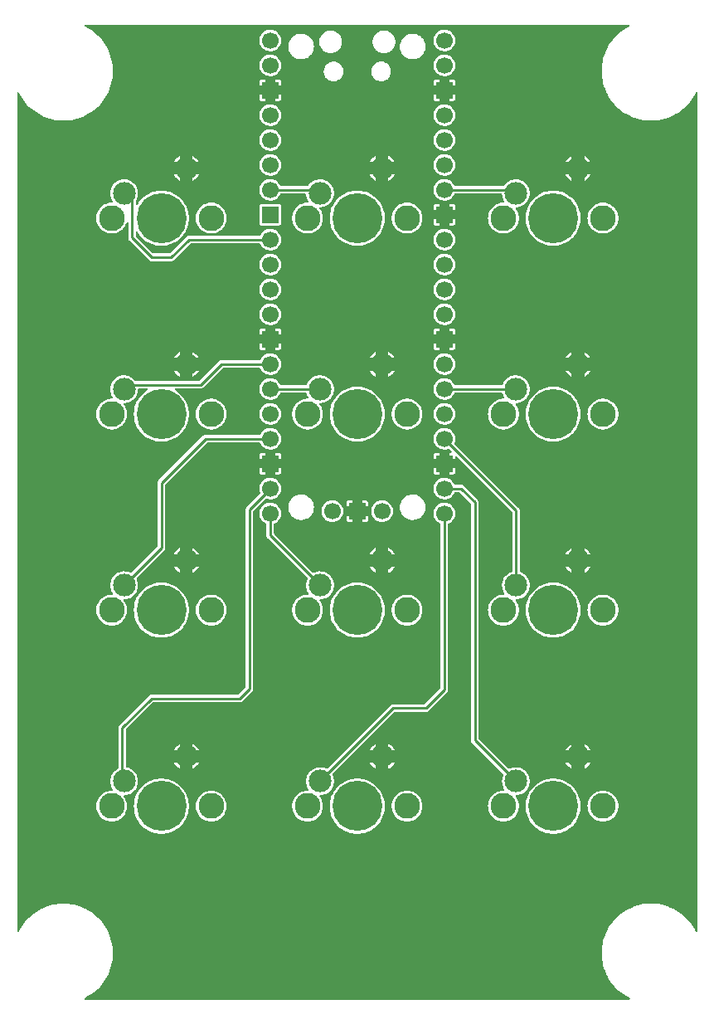
<source format=gtl>
G04 Layer: TopLayer*
G04 EasyEDA v6.5.1, 2022-08-10 00:04:10*
G04 a67cddfb3fce44daa9051d46cbbcc19f,10*
G04 Gerber Generator version 0.2*
G04 Scale: 100 percent, Rotated: No, Reflected: No *
G04 Dimensions in millimeters *
G04 leading zeros omitted , absolute positions ,4 integer and 5 decimal *
%FSLAX45Y45*%
%MOMM*%

%ADD10C,0.2540*%
%ADD11C,2.3241*%
%ADD12C,5.1054*%
%ADD13C,2.6289*%
%ADD14C,1.7000*%

%LPD*%
G36*
X726033Y25908D02*
G01*
X722172Y26670D01*
X718921Y28803D01*
X716686Y32004D01*
X715873Y35864D01*
X716534Y39674D01*
X718616Y43027D01*
X721766Y45313D01*
X725373Y46939D01*
X752805Y61722D01*
X779272Y78130D01*
X804722Y96164D01*
X828954Y115722D01*
X851966Y136702D01*
X873607Y159105D01*
X893826Y182778D01*
X912571Y207670D01*
X929741Y233629D01*
X945286Y260654D01*
X959103Y288544D01*
X971194Y317246D01*
X981506Y346659D01*
X989990Y376631D01*
X996594Y407060D01*
X1001318Y437845D01*
X1004112Y468884D01*
X1004976Y499973D01*
X1004112Y531114D01*
X1001318Y562152D01*
X996594Y592937D01*
X989990Y623366D01*
X981506Y653338D01*
X971194Y682752D01*
X959103Y711454D01*
X945286Y739343D01*
X929741Y766368D01*
X912571Y792327D01*
X893826Y817219D01*
X873607Y840892D01*
X851966Y863295D01*
X828954Y884275D01*
X804722Y903833D01*
X779272Y921867D01*
X752805Y938276D01*
X725373Y953058D01*
X697128Y966063D01*
X668070Y977341D01*
X638403Y986790D01*
X608177Y994410D01*
X577596Y1000150D01*
X546658Y1003960D01*
X515569Y1005890D01*
X484428Y1005890D01*
X453339Y1003960D01*
X422452Y1000150D01*
X391820Y994410D01*
X361594Y986790D01*
X331927Y977341D01*
X302869Y966063D01*
X274624Y953058D01*
X247192Y938276D01*
X220725Y921867D01*
X195326Y903833D01*
X171043Y884275D01*
X148082Y863295D01*
X126390Y840892D01*
X106172Y817219D01*
X87426Y792327D01*
X70256Y766368D01*
X54711Y739343D01*
X45161Y720090D01*
X42316Y716584D01*
X38252Y714705D01*
X33731Y714705D01*
X29718Y716686D01*
X26924Y720191D01*
X25908Y724611D01*
X25908Y9275368D01*
X26924Y9279788D01*
X29718Y9283293D01*
X33731Y9285274D01*
X38252Y9285325D01*
X42316Y9283395D01*
X45161Y9279890D01*
X54711Y9260636D01*
X70256Y9233662D01*
X87426Y9207652D01*
X106172Y9182760D01*
X126390Y9159087D01*
X148082Y9136735D01*
X171043Y9115704D01*
X195326Y9096146D01*
X220725Y9078112D01*
X247192Y9061704D01*
X274624Y9046972D01*
X302869Y9033916D01*
X331927Y9022638D01*
X361594Y9013190D01*
X391820Y9005620D01*
X422452Y8999880D01*
X453339Y8996019D01*
X484428Y8994089D01*
X515569Y8994089D01*
X546658Y8996019D01*
X577596Y8999880D01*
X608177Y9005620D01*
X638403Y9013190D01*
X668070Y9022638D01*
X697128Y9033916D01*
X725373Y9046972D01*
X752805Y9061704D01*
X779272Y9078112D01*
X804722Y9096146D01*
X828954Y9115704D01*
X851966Y9136735D01*
X873607Y9159087D01*
X893826Y9182760D01*
X912571Y9207652D01*
X929741Y9233662D01*
X945286Y9260636D01*
X959103Y9288526D01*
X971194Y9317228D01*
X981506Y9346641D01*
X989990Y9376613D01*
X996594Y9407042D01*
X1001318Y9437827D01*
X1004112Y9468866D01*
X1004976Y9499955D01*
X1004112Y9531146D01*
X1001318Y9562134D01*
X996594Y9592919D01*
X989990Y9623399D01*
X981506Y9653371D01*
X971194Y9682734D01*
X959103Y9711436D01*
X945286Y9739376D01*
X929741Y9766350D01*
X912571Y9792360D01*
X893826Y9817201D01*
X873607Y9840925D01*
X851966Y9863277D01*
X828954Y9884308D01*
X804722Y9903866D01*
X779272Y9921849D01*
X752805Y9938258D01*
X725373Y9953040D01*
X721766Y9954717D01*
X718616Y9957003D01*
X716534Y9960305D01*
X715873Y9964166D01*
X716686Y9967976D01*
X718921Y9971176D01*
X722172Y9973360D01*
X726033Y9974072D01*
X6272987Y9974072D01*
X6276797Y9973360D01*
X6280048Y9971176D01*
X6282283Y9967976D01*
X6283147Y9964166D01*
X6282436Y9960305D01*
X6280404Y9957003D01*
X6277203Y9954717D01*
X6274460Y9953447D01*
X6247028Y9938664D01*
X6220561Y9922256D01*
X6195161Y9904222D01*
X6170879Y9884613D01*
X6147866Y9863582D01*
X6126226Y9841179D01*
X6106007Y9817506D01*
X6087262Y9792563D01*
X6070092Y9766554D01*
X6054598Y9739528D01*
X6040729Y9711588D01*
X6028639Y9682886D01*
X6018377Y9653473D01*
X6009944Y9623450D01*
X6003340Y9593021D01*
X5998667Y9562185D01*
X5995873Y9531146D01*
X5995009Y9500057D01*
X5995873Y9468866D01*
X5998667Y9437827D01*
X6003340Y9406991D01*
X6009944Y9376511D01*
X6018377Y9346539D01*
X6028639Y9317126D01*
X6040729Y9288373D01*
X6054598Y9260433D01*
X6070092Y9233408D01*
X6087262Y9207398D01*
X6106007Y9182506D01*
X6126226Y9158833D01*
X6147866Y9136380D01*
X6170879Y9115348D01*
X6195161Y9095790D01*
X6220561Y9077756D01*
X6247028Y9061348D01*
X6274460Y9046565D01*
X6302806Y9033510D01*
X6331813Y9022232D01*
X6361531Y9012732D01*
X6391757Y9005163D01*
X6422390Y8999423D01*
X6453327Y8995562D01*
X6484416Y8993632D01*
X6515557Y8993632D01*
X6546697Y8995562D01*
X6577634Y8999423D01*
X6608267Y9005163D01*
X6638493Y9012732D01*
X6668160Y9022232D01*
X6697218Y9033510D01*
X6725513Y9046565D01*
X6752945Y9061348D01*
X6779463Y9077756D01*
X6804863Y9095790D01*
X6829094Y9115348D01*
X6852107Y9136380D01*
X6873748Y9158833D01*
X6894017Y9182506D01*
X6912762Y9207398D01*
X6929881Y9233408D01*
X6945426Y9260433D01*
X6954824Y9279432D01*
X6957669Y9282938D01*
X6961733Y9284868D01*
X6966254Y9284817D01*
X6970318Y9282836D01*
X6973112Y9279331D01*
X6974078Y9274911D01*
X6974078Y725068D01*
X6973112Y720648D01*
X6970318Y717143D01*
X6966254Y715162D01*
X6961733Y715162D01*
X6957669Y717042D01*
X6954824Y720547D01*
X6945426Y739546D01*
X6929881Y766572D01*
X6912762Y792581D01*
X6894017Y817473D01*
X6873748Y841197D01*
X6852107Y863600D01*
X6829094Y884631D01*
X6804863Y904189D01*
X6779463Y922223D01*
X6752945Y938682D01*
X6725513Y953465D01*
X6697218Y966469D01*
X6668160Y977798D01*
X6638493Y987247D01*
X6608267Y994867D01*
X6577634Y1000607D01*
X6546697Y1004417D01*
X6515557Y1006348D01*
X6484416Y1006348D01*
X6453327Y1004417D01*
X6422390Y1000607D01*
X6391757Y994867D01*
X6361531Y987247D01*
X6331813Y977798D01*
X6302806Y966469D01*
X6274460Y953465D01*
X6247028Y938682D01*
X6220561Y922223D01*
X6195161Y904189D01*
X6170879Y884631D01*
X6147866Y863600D01*
X6126226Y841197D01*
X6106007Y817473D01*
X6087262Y792581D01*
X6070092Y766572D01*
X6054598Y739546D01*
X6040729Y711606D01*
X6028639Y682904D01*
X6018377Y653440D01*
X6009944Y623468D01*
X6003340Y592988D01*
X5998667Y562203D01*
X5995873Y531164D01*
X5995009Y500024D01*
X5995873Y468833D01*
X5998667Y437794D01*
X6003340Y407009D01*
X6009944Y376529D01*
X6018377Y346557D01*
X6028639Y317093D01*
X6040729Y288391D01*
X6054598Y260451D01*
X6070092Y233425D01*
X6087262Y207416D01*
X6106007Y182524D01*
X6126226Y158800D01*
X6147866Y136398D01*
X6170879Y115366D01*
X6195161Y95808D01*
X6220561Y77774D01*
X6247028Y61315D01*
X6274460Y46532D01*
X6277203Y45313D01*
X6280404Y43027D01*
X6282436Y39674D01*
X6283096Y35814D01*
X6282283Y32004D01*
X6280048Y28803D01*
X6276797Y26670D01*
X6272936Y25908D01*
G37*

%LPC*%
G36*
X5689549Y6381496D02*
G01*
X5689549Y6443522D01*
X5627624Y6443522D01*
X5630265Y6438138D01*
X5639054Y6424472D01*
X5649315Y6411925D01*
X5660948Y6400596D01*
X5673801Y6390690D01*
X5687669Y6382308D01*
G37*
G36*
X2614574Y9702190D02*
G01*
X2628696Y9703511D01*
X2642565Y9706711D01*
X2655874Y9711588D01*
X2668473Y9718192D01*
X2680157Y9726320D01*
X2690672Y9735870D01*
X2699867Y9746691D01*
X2707640Y9758578D01*
X2713786Y9771380D01*
X2718257Y9784892D01*
X2721000Y9798812D01*
X2721864Y9812985D01*
X2721000Y9827158D01*
X2718257Y9841128D01*
X2713786Y9854590D01*
X2707640Y9867392D01*
X2699867Y9879330D01*
X2690672Y9890150D01*
X2680157Y9899700D01*
X2668473Y9907828D01*
X2655874Y9914382D01*
X2642565Y9919309D01*
X2628696Y9922459D01*
X2614574Y9923830D01*
X2600350Y9923373D01*
X2586329Y9921087D01*
X2572715Y9917074D01*
X2559710Y9911334D01*
X2547569Y9903968D01*
X2536444Y9895078D01*
X2526588Y9884867D01*
X2518054Y9873488D01*
X2511094Y9861092D01*
X2505760Y9847935D01*
X2502154Y9834219D01*
X2500325Y9820097D01*
X2500325Y9805873D01*
X2502154Y9791801D01*
X2505760Y9778034D01*
X2511094Y9764877D01*
X2518054Y9752482D01*
X2526588Y9741103D01*
X2536444Y9730892D01*
X2547569Y9722053D01*
X2559710Y9714687D01*
X2572715Y9708946D01*
X2586329Y9704882D01*
X2600350Y9702647D01*
G37*
G36*
X1500022Y1718818D02*
G01*
X1523238Y1719783D01*
X1546301Y1722678D01*
X1569008Y1727454D01*
X1591310Y1734057D01*
X1612950Y1742490D01*
X1633829Y1752701D01*
X1653793Y1764639D01*
X1672691Y1778101D01*
X1690420Y1793138D01*
X1706880Y1809546D01*
X1721866Y1827326D01*
X1735378Y1846224D01*
X1747266Y1866188D01*
X1757476Y1887067D01*
X1765909Y1908708D01*
X1772564Y1930958D01*
X1777339Y1953717D01*
X1780184Y1976780D01*
X1781149Y1999996D01*
X1780184Y2023211D01*
X1777339Y2046274D01*
X1772564Y2069033D01*
X1765909Y2091283D01*
X1757476Y2112924D01*
X1747266Y2133803D01*
X1735378Y2153767D01*
X1721866Y2172716D01*
X1706880Y2190445D01*
X1690420Y2206853D01*
X1672691Y2221890D01*
X1653793Y2235403D01*
X1633829Y2247290D01*
X1612950Y2257501D01*
X1591310Y2265934D01*
X1569008Y2272588D01*
X1546301Y2277313D01*
X1523238Y2280208D01*
X1500022Y2281174D01*
X1476756Y2280208D01*
X1453743Y2277313D01*
X1430985Y2272588D01*
X1408684Y2265934D01*
X1387043Y2257501D01*
X1366164Y2247290D01*
X1346200Y2235403D01*
X1327302Y2221890D01*
X1309573Y2206853D01*
X1293114Y2190445D01*
X1278128Y2172716D01*
X1264615Y2153767D01*
X1252728Y2133803D01*
X1242517Y2112924D01*
X1234084Y2091283D01*
X1227429Y2069033D01*
X1222654Y2046274D01*
X1219809Y2023211D01*
X1218844Y1999996D01*
X1219809Y1976780D01*
X1222654Y1953717D01*
X1227429Y1930958D01*
X1234084Y1908708D01*
X1242517Y1887067D01*
X1252728Y1866188D01*
X1264615Y1846224D01*
X1278128Y1827326D01*
X1293114Y1809546D01*
X1309573Y1793138D01*
X1327302Y1778101D01*
X1346200Y1764639D01*
X1366164Y1752701D01*
X1387043Y1742490D01*
X1408684Y1734057D01*
X1430985Y1727454D01*
X1453743Y1722678D01*
X1476756Y1719783D01*
G37*
G36*
X3500018Y1718818D02*
G01*
X3523234Y1719783D01*
X3546297Y1722678D01*
X3569004Y1727454D01*
X3591306Y1734057D01*
X3612946Y1742490D01*
X3633825Y1752701D01*
X3653790Y1764639D01*
X3672687Y1778101D01*
X3690416Y1793138D01*
X3706876Y1809546D01*
X3721862Y1827326D01*
X3735374Y1846224D01*
X3747262Y1866188D01*
X3757472Y1887067D01*
X3765956Y1908708D01*
X3772560Y1930958D01*
X3777335Y1953717D01*
X3780231Y1976780D01*
X3781145Y1999996D01*
X3780231Y2023211D01*
X3777335Y2046274D01*
X3772560Y2069033D01*
X3765956Y2091283D01*
X3757472Y2112924D01*
X3747262Y2133803D01*
X3735374Y2153767D01*
X3721862Y2172716D01*
X3706876Y2190445D01*
X3690416Y2206853D01*
X3672687Y2221890D01*
X3653790Y2235403D01*
X3633825Y2247290D01*
X3612946Y2257501D01*
X3591306Y2265934D01*
X3569004Y2272588D01*
X3546297Y2277313D01*
X3523234Y2280208D01*
X3500018Y2281174D01*
X3476802Y2280208D01*
X3453739Y2277313D01*
X3430981Y2272588D01*
X3408679Y2265934D01*
X3387039Y2257501D01*
X3366160Y2247290D01*
X3346196Y2235403D01*
X3327298Y2221890D01*
X3309569Y2206853D01*
X3293110Y2190445D01*
X3278124Y2172716D01*
X3264611Y2153767D01*
X3252724Y2133803D01*
X3242513Y2112924D01*
X3234080Y2091283D01*
X3227425Y2069033D01*
X3222650Y2046274D01*
X3219805Y2023211D01*
X3218840Y1999996D01*
X3219805Y1976780D01*
X3222650Y1953717D01*
X3227425Y1930958D01*
X3234080Y1908708D01*
X3242513Y1887067D01*
X3252724Y1866188D01*
X3264611Y1846224D01*
X3278124Y1827326D01*
X3293110Y1809546D01*
X3309569Y1793138D01*
X3327298Y1778101D01*
X3346196Y1764639D01*
X3366160Y1752701D01*
X3387039Y1742490D01*
X3408679Y1734057D01*
X3430981Y1727454D01*
X3453739Y1722678D01*
X3476802Y1719783D01*
G37*
G36*
X5500014Y1718818D02*
G01*
X5523230Y1719783D01*
X5546293Y1722678D01*
X5569000Y1727454D01*
X5591302Y1734057D01*
X5612942Y1742490D01*
X5633821Y1752701D01*
X5653786Y1764639D01*
X5672683Y1778101D01*
X5690412Y1793138D01*
X5706872Y1809546D01*
X5721858Y1827326D01*
X5735370Y1846224D01*
X5747258Y1866188D01*
X5757468Y1887067D01*
X5765952Y1908708D01*
X5772556Y1930958D01*
X5777331Y1953717D01*
X5780227Y1976780D01*
X5781192Y1999996D01*
X5780227Y2023211D01*
X5777331Y2046274D01*
X5772556Y2069033D01*
X5765952Y2091283D01*
X5757468Y2112924D01*
X5747258Y2133803D01*
X5735370Y2153767D01*
X5721858Y2172716D01*
X5706872Y2190445D01*
X5690412Y2206853D01*
X5672683Y2221890D01*
X5653786Y2235403D01*
X5633821Y2247290D01*
X5612942Y2257501D01*
X5591302Y2265934D01*
X5569000Y2272588D01*
X5546293Y2277313D01*
X5523230Y2280208D01*
X5500014Y2281174D01*
X5476798Y2280208D01*
X5453735Y2277313D01*
X5430977Y2272588D01*
X5408726Y2265934D01*
X5387035Y2257501D01*
X5366156Y2247290D01*
X5346192Y2235403D01*
X5327294Y2221890D01*
X5309565Y2206853D01*
X5293156Y2190445D01*
X5278120Y2172716D01*
X5264607Y2153767D01*
X5252720Y2133803D01*
X5242509Y2112924D01*
X5234076Y2091283D01*
X5227421Y2069033D01*
X5222646Y2046274D01*
X5219801Y2023211D01*
X5218836Y1999996D01*
X5219801Y1976780D01*
X5222646Y1953717D01*
X5227421Y1930958D01*
X5234076Y1908708D01*
X5242509Y1887067D01*
X5252720Y1866188D01*
X5264607Y1846224D01*
X5278120Y1827326D01*
X5293156Y1809546D01*
X5309565Y1793138D01*
X5327294Y1778101D01*
X5346192Y1764639D01*
X5366156Y1752701D01*
X5387035Y1742490D01*
X5408726Y1734057D01*
X5430977Y1727454D01*
X5453735Y1722678D01*
X5476798Y1719783D01*
G37*
G36*
X1999488Y1842871D02*
G01*
X2016506Y1842871D01*
X2033473Y1844751D01*
X2050084Y1848408D01*
X2066239Y1853844D01*
X2081682Y1861007D01*
X2096312Y1869795D01*
X2109876Y1880107D01*
X2122220Y1891792D01*
X2133244Y1904796D01*
X2142794Y1918868D01*
X2150770Y1933956D01*
X2157120Y1949754D01*
X2161641Y1966163D01*
X2164435Y1982978D01*
X2165350Y1999996D01*
X2164435Y2017014D01*
X2161641Y2033828D01*
X2157120Y2050237D01*
X2150770Y2066086D01*
X2142794Y2081123D01*
X2133244Y2095195D01*
X2122220Y2108200D01*
X2109876Y2119934D01*
X2096312Y2130247D01*
X2081682Y2139035D01*
X2066239Y2146147D01*
X2050084Y2151583D01*
X2033473Y2155291D01*
X2016506Y2157120D01*
X1999488Y2157120D01*
X1982520Y2155291D01*
X1965909Y2151583D01*
X1949754Y2146147D01*
X1934311Y2139035D01*
X1919681Y2130247D01*
X1906117Y2119934D01*
X1893773Y2108200D01*
X1882749Y2095195D01*
X1873199Y2081123D01*
X1865223Y2066086D01*
X1858873Y2050237D01*
X1854352Y2033828D01*
X1851609Y2017014D01*
X1850643Y1999996D01*
X1851609Y1982978D01*
X1854352Y1966163D01*
X1858873Y1949754D01*
X1865223Y1933956D01*
X1873199Y1918868D01*
X1882749Y1904796D01*
X1893773Y1891792D01*
X1906117Y1880107D01*
X1919681Y1869795D01*
X1934311Y1861007D01*
X1949754Y1853844D01*
X1965909Y1848408D01*
X1982520Y1844751D01*
G37*
G36*
X5999480Y1842871D02*
G01*
X6016498Y1842871D01*
X6033465Y1844751D01*
X6050076Y1848408D01*
X6066231Y1853844D01*
X6081674Y1861007D01*
X6096304Y1869795D01*
X6109868Y1880107D01*
X6122212Y1891792D01*
X6133236Y1904796D01*
X6142837Y1918868D01*
X6150813Y1933956D01*
X6157112Y1949754D01*
X6161633Y1966163D01*
X6164427Y1982978D01*
X6165342Y1999996D01*
X6164427Y2017014D01*
X6161633Y2033828D01*
X6157112Y2050237D01*
X6150813Y2066086D01*
X6142837Y2081123D01*
X6133236Y2095195D01*
X6122212Y2108200D01*
X6109868Y2119934D01*
X6096304Y2130247D01*
X6081674Y2139035D01*
X6066231Y2146147D01*
X6050076Y2151583D01*
X6033465Y2155291D01*
X6016498Y2157120D01*
X5999480Y2157120D01*
X5982563Y2155291D01*
X5965901Y2151583D01*
X5949746Y2146147D01*
X5934303Y2139035D01*
X5919724Y2130247D01*
X5906160Y2119934D01*
X5893765Y2108200D01*
X5882741Y2095195D01*
X5873191Y2081123D01*
X5865215Y2066086D01*
X5858916Y2050237D01*
X5854344Y2033828D01*
X5851601Y2017014D01*
X5850636Y1999996D01*
X5851601Y1982978D01*
X5854344Y1966163D01*
X5858916Y1949754D01*
X5865215Y1933956D01*
X5873191Y1918868D01*
X5882741Y1904796D01*
X5893765Y1891792D01*
X5906160Y1880107D01*
X5919724Y1869795D01*
X5934303Y1861007D01*
X5949746Y1853844D01*
X5965901Y1848408D01*
X5982563Y1844751D01*
G37*
G36*
X3999484Y1842871D02*
G01*
X4016501Y1842871D01*
X4033469Y1844751D01*
X4050080Y1848408D01*
X4066235Y1853844D01*
X4081678Y1861007D01*
X4096308Y1869795D01*
X4109872Y1880107D01*
X4122216Y1891792D01*
X4133240Y1904796D01*
X4142790Y1918868D01*
X4150817Y1933956D01*
X4157116Y1949754D01*
X4161637Y1966163D01*
X4164431Y1982978D01*
X4165346Y1999996D01*
X4164431Y2017014D01*
X4161637Y2033828D01*
X4157116Y2050237D01*
X4150817Y2066086D01*
X4142790Y2081123D01*
X4133240Y2095195D01*
X4122216Y2108200D01*
X4109872Y2119934D01*
X4096308Y2130247D01*
X4081678Y2139035D01*
X4066235Y2146147D01*
X4050080Y2151583D01*
X4033469Y2155291D01*
X4016501Y2157120D01*
X3999484Y2157120D01*
X3982567Y2155291D01*
X3965905Y2151583D01*
X3949750Y2146147D01*
X3934307Y2139035D01*
X3919677Y2130247D01*
X3906164Y2119934D01*
X3893769Y2108200D01*
X3882745Y2095195D01*
X3873195Y2081123D01*
X3865219Y2066086D01*
X3858920Y2050237D01*
X3854348Y2033828D01*
X3851605Y2017014D01*
X3850640Y1999996D01*
X3851605Y1982978D01*
X3854348Y1966163D01*
X3858920Y1949754D01*
X3865219Y1933956D01*
X3873195Y1918868D01*
X3882745Y1904796D01*
X3893769Y1891792D01*
X3906164Y1880107D01*
X3919677Y1869795D01*
X3934307Y1861007D01*
X3949750Y1853844D01*
X3965905Y1848408D01*
X3982567Y1844751D01*
G37*
G36*
X4983480Y1842871D02*
G01*
X5000498Y1842871D01*
X5017465Y1844751D01*
X5034076Y1848408D01*
X5050231Y1853844D01*
X5065674Y1861007D01*
X5080304Y1869795D01*
X5093868Y1880107D01*
X5106212Y1891792D01*
X5117236Y1904796D01*
X5126837Y1918868D01*
X5134813Y1933956D01*
X5141112Y1949754D01*
X5145633Y1966163D01*
X5148427Y1982978D01*
X5149342Y1999996D01*
X5148427Y2017014D01*
X5145633Y2033828D01*
X5141112Y2050237D01*
X5134813Y2066086D01*
X5126837Y2081123D01*
X5117033Y2095500D01*
X5115153Y2098802D01*
X5114594Y2102510D01*
X5115458Y2106218D01*
X5117642Y2109317D01*
X5120792Y2111400D01*
X5124450Y2112213D01*
X5131155Y2112416D01*
X5147208Y2114753D01*
X5162905Y2118868D01*
X5178044Y2124760D01*
X5192369Y2132330D01*
X5205780Y2141474D01*
X5218023Y2152091D01*
X5228996Y2164029D01*
X5238546Y2177186D01*
X5246522Y2191308D01*
X5252821Y2206244D01*
X5257393Y2221839D01*
X5260187Y2237790D01*
X5261102Y2253996D01*
X5260187Y2270201D01*
X5257393Y2286203D01*
X5252821Y2301748D01*
X5246522Y2316683D01*
X5238546Y2330805D01*
X5228996Y2343962D01*
X5218023Y2355900D01*
X5205780Y2366518D01*
X5192369Y2375662D01*
X5178044Y2383231D01*
X5162905Y2389124D01*
X5147208Y2393289D01*
X5131155Y2395575D01*
X5114950Y2396032D01*
X5098796Y2394661D01*
X5082895Y2391410D01*
X5067452Y2386431D01*
X5055819Y2381097D01*
X5051856Y2380183D01*
X5047843Y2380945D01*
X5044440Y2383180D01*
X4741570Y2685999D01*
X4739386Y2689301D01*
X4738624Y2693212D01*
X4738624Y5099507D01*
X4737811Y5107533D01*
X4735626Y5114747D01*
X4732070Y5121402D01*
X4726940Y5127650D01*
X4586630Y5267960D01*
X4580432Y5273090D01*
X4573727Y5276646D01*
X4566513Y5278831D01*
X4558487Y5279593D01*
X4499610Y5279593D01*
X4495901Y5280304D01*
X4492701Y5282336D01*
X4490466Y5285384D01*
X4485640Y5295392D01*
X4477867Y5307330D01*
X4468672Y5318150D01*
X4458157Y5327700D01*
X4446473Y5335828D01*
X4433874Y5342382D01*
X4420565Y5347309D01*
X4406696Y5350459D01*
X4392574Y5351830D01*
X4378350Y5351373D01*
X4364329Y5349087D01*
X4350715Y5345074D01*
X4337710Y5339334D01*
X4325569Y5331968D01*
X4314444Y5323078D01*
X4304588Y5312867D01*
X4296054Y5301488D01*
X4289094Y5289092D01*
X4283760Y5275935D01*
X4280154Y5262219D01*
X4278325Y5248097D01*
X4278325Y5233873D01*
X4280154Y5219801D01*
X4283760Y5206034D01*
X4289094Y5192877D01*
X4296054Y5180482D01*
X4304588Y5169103D01*
X4314444Y5158892D01*
X4325569Y5150053D01*
X4337710Y5142687D01*
X4350715Y5136946D01*
X4364329Y5132882D01*
X4378350Y5130647D01*
X4392574Y5130190D01*
X4406696Y5131511D01*
X4420565Y5134711D01*
X4433874Y5139588D01*
X4446473Y5146192D01*
X4458157Y5154320D01*
X4468672Y5163870D01*
X4477867Y5174691D01*
X4485640Y5186578D01*
X4490466Y5196636D01*
X4492701Y5199684D01*
X4495901Y5201716D01*
X4499610Y5202377D01*
X4538776Y5202377D01*
X4542688Y5201615D01*
X4545990Y5199430D01*
X4658410Y5086959D01*
X4660595Y5083708D01*
X4661408Y5079796D01*
X4661408Y2673502D01*
X4662170Y2665476D01*
X4664354Y2658262D01*
X4667961Y2651556D01*
X4673041Y2645359D01*
X4989880Y2328519D01*
X4992166Y2325014D01*
X4992827Y2320899D01*
X4991811Y2316835D01*
X4988102Y2309317D01*
X4982667Y2294026D01*
X4978958Y2278227D01*
X4977130Y2262124D01*
X4977130Y2245868D01*
X4978958Y2229764D01*
X4982667Y2213965D01*
X4988102Y2198674D01*
X4995265Y2184146D01*
X5002580Y2172766D01*
X5004104Y2168702D01*
X5003800Y2164384D01*
X5001717Y2160625D01*
X4998262Y2158034D01*
X4994046Y2157120D01*
X4983480Y2157120D01*
X4966563Y2155291D01*
X4949901Y2151583D01*
X4933746Y2146147D01*
X4918303Y2139035D01*
X4903724Y2130247D01*
X4890160Y2119934D01*
X4877765Y2108200D01*
X4866741Y2095195D01*
X4857191Y2081123D01*
X4849215Y2066086D01*
X4842916Y2050237D01*
X4838344Y2033828D01*
X4835601Y2017014D01*
X4834636Y1999996D01*
X4835601Y1982978D01*
X4838344Y1966163D01*
X4842916Y1949754D01*
X4849215Y1933956D01*
X4857191Y1918868D01*
X4866741Y1904796D01*
X4877765Y1891792D01*
X4890160Y1880107D01*
X4903724Y1869795D01*
X4918303Y1861007D01*
X4933746Y1853844D01*
X4949901Y1848408D01*
X4966563Y1844751D01*
G37*
G36*
X2983484Y1842871D02*
G01*
X3000502Y1842871D01*
X3017469Y1844751D01*
X3034080Y1848408D01*
X3050235Y1853844D01*
X3065678Y1861007D01*
X3080308Y1869795D01*
X3093872Y1880107D01*
X3106216Y1891792D01*
X3117240Y1904796D01*
X3126790Y1918868D01*
X3134817Y1933956D01*
X3141116Y1949754D01*
X3145637Y1966163D01*
X3148431Y1982978D01*
X3149346Y1999996D01*
X3148431Y2017014D01*
X3145637Y2033828D01*
X3141116Y2050237D01*
X3134817Y2066086D01*
X3126790Y2081123D01*
X3117037Y2095500D01*
X3115157Y2098802D01*
X3114598Y2102510D01*
X3115462Y2106218D01*
X3117646Y2109317D01*
X3120796Y2111400D01*
X3124454Y2112213D01*
X3131159Y2112416D01*
X3147212Y2114753D01*
X3162909Y2118868D01*
X3178048Y2124760D01*
X3192373Y2132330D01*
X3205784Y2141474D01*
X3218027Y2152091D01*
X3229000Y2164029D01*
X3238550Y2177186D01*
X3246526Y2191308D01*
X3252825Y2206244D01*
X3257397Y2221839D01*
X3260191Y2237790D01*
X3261106Y2253996D01*
X3260191Y2270201D01*
X3257397Y2286203D01*
X3252825Y2301748D01*
X3246120Y2317546D01*
X3245307Y2321458D01*
X3246069Y2325370D01*
X3248304Y2328672D01*
X3878021Y2958439D01*
X3881323Y2960624D01*
X3885184Y2961386D01*
X4199483Y2961386D01*
X4207510Y2962198D01*
X4214774Y2964383D01*
X4221429Y2967939D01*
X4227677Y2973070D01*
X4415942Y3161334D01*
X4421073Y3167583D01*
X4424629Y3174238D01*
X4426813Y3181502D01*
X4427626Y3189478D01*
X4427626Y4876190D01*
X4428286Y4879797D01*
X4430166Y4882946D01*
X4433112Y4885232D01*
X4446473Y4892192D01*
X4458157Y4900320D01*
X4468672Y4909870D01*
X4477867Y4920691D01*
X4485640Y4932578D01*
X4491786Y4945380D01*
X4496257Y4958892D01*
X4499000Y4972812D01*
X4499864Y4986985D01*
X4499000Y5001158D01*
X4496257Y5015128D01*
X4491786Y5028590D01*
X4485640Y5041392D01*
X4477867Y5053330D01*
X4468672Y5064150D01*
X4458157Y5073700D01*
X4446473Y5081828D01*
X4433874Y5088382D01*
X4420565Y5093309D01*
X4406696Y5096459D01*
X4392574Y5097830D01*
X4378350Y5097373D01*
X4364329Y5095087D01*
X4350715Y5091074D01*
X4337710Y5085334D01*
X4325569Y5077968D01*
X4314444Y5069078D01*
X4304588Y5058867D01*
X4296054Y5047488D01*
X4289094Y5035092D01*
X4283760Y5021935D01*
X4280154Y5008219D01*
X4278325Y4994097D01*
X4278325Y4979873D01*
X4280154Y4965801D01*
X4283760Y4952034D01*
X4289094Y4938877D01*
X4296054Y4926482D01*
X4304588Y4915103D01*
X4314444Y4904892D01*
X4325569Y4896053D01*
X4337710Y4888687D01*
X4344365Y4885740D01*
X4347514Y4883505D01*
X4349648Y4880254D01*
X4350410Y4876444D01*
X4350410Y3209188D01*
X4349597Y3205327D01*
X4347413Y3202025D01*
X4186986Y3041599D01*
X4183684Y3039364D01*
X4179824Y3038602D01*
X3865473Y3038602D01*
X3857498Y3037840D01*
X3850233Y3035604D01*
X3843578Y3032048D01*
X3837330Y3026968D01*
X3193542Y2383180D01*
X3189986Y2380843D01*
X3185718Y2380183D01*
X3181604Y2381351D01*
X3178048Y2383231D01*
X3162909Y2389124D01*
X3147212Y2393289D01*
X3131159Y2395575D01*
X3114954Y2396032D01*
X3098800Y2394661D01*
X3082899Y2391410D01*
X3067456Y2386431D01*
X3052673Y2379675D01*
X3038805Y2371293D01*
X3025952Y2361387D01*
X3014319Y2350058D01*
X3004058Y2337511D01*
X2995269Y2323896D01*
X2988106Y2309317D01*
X2982671Y2294026D01*
X2978962Y2278227D01*
X2977134Y2262124D01*
X2977134Y2245868D01*
X2978962Y2229764D01*
X2982671Y2213965D01*
X2988106Y2198674D01*
X2995269Y2184146D01*
X3002584Y2172766D01*
X3004058Y2168702D01*
X3003753Y2164384D01*
X3001721Y2160625D01*
X2998266Y2158034D01*
X2994050Y2157120D01*
X2983484Y2157120D01*
X2966567Y2155291D01*
X2949905Y2151583D01*
X2933750Y2146147D01*
X2918307Y2139035D01*
X2903677Y2130247D01*
X2890164Y2119934D01*
X2877769Y2108200D01*
X2866745Y2095195D01*
X2857195Y2081123D01*
X2849219Y2066086D01*
X2842920Y2050237D01*
X2838348Y2033828D01*
X2835605Y2017014D01*
X2834640Y1999996D01*
X2835605Y1982978D01*
X2838348Y1966163D01*
X2842920Y1949754D01*
X2849219Y1933956D01*
X2857195Y1918868D01*
X2866745Y1904796D01*
X2877769Y1891792D01*
X2890164Y1880107D01*
X2903677Y1869795D01*
X2918307Y1861007D01*
X2933750Y1853844D01*
X2949905Y1848408D01*
X2966567Y1844751D01*
G37*
G36*
X983487Y1842871D02*
G01*
X1000506Y1842871D01*
X1017473Y1844751D01*
X1034084Y1848408D01*
X1050239Y1853844D01*
X1065682Y1861007D01*
X1080312Y1869795D01*
X1093876Y1880107D01*
X1106220Y1891792D01*
X1117244Y1904796D01*
X1126794Y1918868D01*
X1134821Y1933956D01*
X1141120Y1949754D01*
X1145641Y1966163D01*
X1148435Y1982978D01*
X1149350Y1999996D01*
X1148435Y2017014D01*
X1145641Y2033828D01*
X1141120Y2050237D01*
X1134821Y2066086D01*
X1126794Y2081123D01*
X1116990Y2095500D01*
X1115161Y2098802D01*
X1114602Y2102510D01*
X1115466Y2106218D01*
X1117650Y2109317D01*
X1120749Y2111400D01*
X1124458Y2112213D01*
X1131163Y2112416D01*
X1147216Y2114753D01*
X1162913Y2118868D01*
X1178052Y2124760D01*
X1192377Y2132330D01*
X1205788Y2141474D01*
X1218031Y2152091D01*
X1229004Y2164029D01*
X1238554Y2177186D01*
X1246530Y2191308D01*
X1252829Y2206244D01*
X1257401Y2221839D01*
X1260144Y2237790D01*
X1261110Y2253996D01*
X1260144Y2270201D01*
X1257401Y2286203D01*
X1252829Y2301748D01*
X1246530Y2316683D01*
X1238554Y2330805D01*
X1229004Y2343962D01*
X1218031Y2355900D01*
X1205788Y2366518D01*
X1192377Y2375662D01*
X1178052Y2383231D01*
X1162913Y2389124D01*
X1146302Y2393442D01*
X1142339Y2395474D01*
X1139647Y2398979D01*
X1138682Y2403297D01*
X1138682Y2779877D01*
X1139444Y2783789D01*
X1141679Y2787091D01*
X1413052Y3058464D01*
X1416354Y3060700D01*
X1420266Y3061462D01*
X2299462Y3061462D01*
X2307488Y3062274D01*
X2314702Y3064459D01*
X2321407Y3068015D01*
X2327605Y3073146D01*
X2426970Y3172510D01*
X2432100Y3178708D01*
X2435656Y3185414D01*
X2437841Y3192627D01*
X2438654Y3200654D01*
X2438654Y5009743D01*
X2439416Y5013655D01*
X2441651Y5016957D01*
X2560116Y5135422D01*
X2563469Y5137658D01*
X2567432Y5138369D01*
X2586329Y5132882D01*
X2600350Y5130647D01*
X2614574Y5130190D01*
X2628696Y5131511D01*
X2642565Y5134711D01*
X2655874Y5139588D01*
X2668473Y5146192D01*
X2680157Y5154320D01*
X2690672Y5163870D01*
X2699867Y5174691D01*
X2707640Y5186578D01*
X2713786Y5199380D01*
X2718257Y5212892D01*
X2721000Y5226812D01*
X2721864Y5240985D01*
X2721000Y5255158D01*
X2718257Y5269128D01*
X2713786Y5282590D01*
X2707640Y5295392D01*
X2699867Y5307330D01*
X2690672Y5318150D01*
X2680157Y5327700D01*
X2668473Y5335828D01*
X2655874Y5342382D01*
X2642565Y5347309D01*
X2628696Y5350459D01*
X2614574Y5351830D01*
X2600350Y5351373D01*
X2586329Y5349087D01*
X2572715Y5345074D01*
X2559710Y5339334D01*
X2547569Y5331968D01*
X2536444Y5323078D01*
X2526588Y5312867D01*
X2518054Y5301488D01*
X2511094Y5289092D01*
X2505760Y5275935D01*
X2502154Y5262219D01*
X2500325Y5248097D01*
X2500325Y5233873D01*
X2502154Y5219801D01*
X2505760Y5206034D01*
X2507792Y5201056D01*
X2508504Y5197195D01*
X2507742Y5193334D01*
X2505557Y5190083D01*
X2373122Y5057597D01*
X2367991Y5051399D01*
X2364435Y5044694D01*
X2362250Y5037480D01*
X2361438Y5029454D01*
X2361438Y3220364D01*
X2360676Y3216452D01*
X2358440Y3213150D01*
X2286965Y3141675D01*
X2283663Y3139440D01*
X2279751Y3138678D01*
X1400556Y3138678D01*
X1392529Y3137865D01*
X1385316Y3135680D01*
X1378610Y3132124D01*
X1372412Y3126994D01*
X1073150Y2827731D01*
X1068019Y2821533D01*
X1064463Y2814828D01*
X1062278Y2807614D01*
X1061466Y2799588D01*
X1061466Y2390190D01*
X1060754Y2386431D01*
X1058672Y2383180D01*
X1055522Y2380996D01*
X1052677Y2379675D01*
X1038809Y2371293D01*
X1025956Y2361387D01*
X1014323Y2350058D01*
X1004062Y2337511D01*
X995273Y2323896D01*
X988110Y2309317D01*
X982675Y2294026D01*
X978966Y2278227D01*
X977137Y2262124D01*
X977137Y2245868D01*
X978966Y2229764D01*
X982675Y2213965D01*
X988110Y2198674D01*
X995273Y2184146D01*
X1002588Y2172766D01*
X1004062Y2168702D01*
X1003757Y2164384D01*
X1001725Y2160625D01*
X998270Y2158034D01*
X994003Y2157120D01*
X983487Y2157120D01*
X966520Y2155291D01*
X949909Y2151583D01*
X933754Y2146147D01*
X918311Y2139035D01*
X903681Y2130247D01*
X890117Y2119934D01*
X877773Y2108200D01*
X866749Y2095195D01*
X857199Y2081123D01*
X849223Y2066086D01*
X842873Y2050237D01*
X838352Y2033828D01*
X835609Y2017014D01*
X834644Y1999996D01*
X835609Y1982978D01*
X838352Y1966163D01*
X842873Y1949754D01*
X849223Y1933956D01*
X857199Y1918868D01*
X866749Y1904796D01*
X877773Y1891792D01*
X890117Y1880107D01*
X903681Y1869795D01*
X918311Y1861007D01*
X933754Y1853844D01*
X949909Y1848408D01*
X966520Y1844751D01*
G37*
G36*
X4392574Y9702190D02*
G01*
X4406696Y9703511D01*
X4420565Y9706711D01*
X4433874Y9711588D01*
X4446473Y9718192D01*
X4458157Y9726320D01*
X4468672Y9735870D01*
X4477867Y9746691D01*
X4485640Y9758578D01*
X4491786Y9771380D01*
X4496257Y9784892D01*
X4499000Y9798812D01*
X4499864Y9812985D01*
X4499000Y9827158D01*
X4496257Y9841128D01*
X4491786Y9854590D01*
X4485640Y9867392D01*
X4477867Y9879330D01*
X4468672Y9890150D01*
X4458157Y9899700D01*
X4446473Y9907828D01*
X4433874Y9914382D01*
X4420565Y9919309D01*
X4406696Y9922459D01*
X4392574Y9923830D01*
X4378350Y9923373D01*
X4364329Y9921087D01*
X4350715Y9917074D01*
X4337710Y9911334D01*
X4325569Y9903968D01*
X4314444Y9895078D01*
X4304588Y9884867D01*
X4296054Y9873488D01*
X4289094Y9861092D01*
X4283760Y9847935D01*
X4280154Y9834219D01*
X4278325Y9820097D01*
X4278325Y9805873D01*
X4280154Y9791801D01*
X4283760Y9778034D01*
X4289094Y9764877D01*
X4296054Y9752482D01*
X4304588Y9741103D01*
X4314444Y9730892D01*
X4325569Y9722053D01*
X4337710Y9714687D01*
X4350715Y9708946D01*
X4364329Y9704882D01*
X4378350Y9702647D01*
G37*
G36*
X3765194Y9684359D02*
G01*
X3779774Y9684359D01*
X3794201Y9686188D01*
X3808272Y9689795D01*
X3821836Y9695129D01*
X3834587Y9702139D01*
X3846372Y9710724D01*
X3856939Y9720681D01*
X3866235Y9731908D01*
X3874008Y9744202D01*
X3880205Y9757359D01*
X3884726Y9771176D01*
X3887470Y9785502D01*
X3888384Y9799980D01*
X3887470Y9814509D01*
X3884726Y9828834D01*
X3880205Y9842652D01*
X3874008Y9855809D01*
X3866235Y9868103D01*
X3856939Y9879330D01*
X3846372Y9889286D01*
X3834587Y9897821D01*
X3821836Y9904882D01*
X3808272Y9910216D01*
X3794201Y9913823D01*
X3779774Y9915652D01*
X3765194Y9915652D01*
X3750767Y9913823D01*
X3736695Y9910216D01*
X3723132Y9904882D01*
X3710381Y9897821D01*
X3698595Y9889286D01*
X3688029Y9879330D01*
X3678732Y9868103D01*
X3670960Y9855809D01*
X3664762Y9842652D01*
X3660241Y9828834D01*
X3657498Y9814509D01*
X3656584Y9799980D01*
X3657498Y9785502D01*
X3660241Y9771176D01*
X3664762Y9757359D01*
X3670960Y9744202D01*
X3678732Y9731908D01*
X3688029Y9720681D01*
X3698595Y9710724D01*
X3710381Y9702139D01*
X3723132Y9695129D01*
X3736695Y9689795D01*
X3750767Y9686188D01*
G37*
G36*
X1689557Y2381453D02*
G01*
X1689557Y2443530D01*
X1627581Y2443530D01*
X1630273Y2438146D01*
X1639062Y2424480D01*
X1649323Y2411933D01*
X1660956Y2400604D01*
X1673809Y2390698D01*
X1687677Y2382316D01*
G37*
G36*
X3689553Y2381453D02*
G01*
X3689553Y2443530D01*
X3627628Y2443530D01*
X3630269Y2438146D01*
X3639058Y2424480D01*
X3649319Y2411933D01*
X3660952Y2400604D01*
X3673805Y2390698D01*
X3687673Y2382316D01*
G37*
G36*
X5689549Y2381453D02*
G01*
X5689549Y2443530D01*
X5627624Y2443530D01*
X5630265Y2438146D01*
X5639054Y2424480D01*
X5649315Y2411933D01*
X5660948Y2400604D01*
X5673801Y2390698D01*
X5687669Y2382316D01*
G37*
G36*
X1818436Y2381605D02*
G01*
X1827377Y2386330D01*
X1840788Y2395474D01*
X1853031Y2406091D01*
X1864004Y2418029D01*
X1873554Y2431186D01*
X1880514Y2443530D01*
X1818436Y2443530D01*
G37*
G36*
X5818428Y2381605D02*
G01*
X5827369Y2386330D01*
X5840780Y2395474D01*
X5853023Y2406091D01*
X5863996Y2418029D01*
X5873546Y2431186D01*
X5880506Y2443530D01*
X5818428Y2443530D01*
G37*
G36*
X3818432Y2381605D02*
G01*
X3827373Y2386330D01*
X3840784Y2395474D01*
X3853027Y2406091D01*
X3864000Y2418029D01*
X3873550Y2431186D01*
X3880510Y2443530D01*
X3818432Y2443530D01*
G37*
G36*
X1818436Y2572461D02*
G01*
X1880514Y2572461D01*
X1873554Y2584805D01*
X1864004Y2597962D01*
X1853031Y2609900D01*
X1840788Y2620518D01*
X1827377Y2629662D01*
X1818436Y2634386D01*
G37*
G36*
X5818428Y2572461D02*
G01*
X5880506Y2572461D01*
X5873546Y2584805D01*
X5863996Y2597962D01*
X5853023Y2609900D01*
X5840780Y2620518D01*
X5827369Y2629662D01*
X5818428Y2634386D01*
G37*
G36*
X3818432Y2572461D02*
G01*
X3880510Y2572461D01*
X3873550Y2584805D01*
X3864000Y2597962D01*
X3853027Y2609900D01*
X3840784Y2620518D01*
X3827373Y2629662D01*
X3818432Y2634386D01*
G37*
G36*
X1627581Y2572461D02*
G01*
X1689557Y2572461D01*
X1689557Y2634538D01*
X1687677Y2633675D01*
X1673809Y2625293D01*
X1660956Y2615387D01*
X1649323Y2604058D01*
X1639062Y2591511D01*
X1630273Y2577896D01*
G37*
G36*
X3627628Y2572461D02*
G01*
X3689553Y2572461D01*
X3689553Y2634538D01*
X3687673Y2633675D01*
X3673805Y2625293D01*
X3660952Y2615387D01*
X3649319Y2604058D01*
X3639058Y2591511D01*
X3630269Y2577896D01*
G37*
G36*
X5627624Y2572461D02*
G01*
X5689549Y2572461D01*
X5689549Y2634538D01*
X5687669Y2633675D01*
X5673801Y2625293D01*
X5660948Y2615387D01*
X5649315Y2604058D01*
X5639054Y2591511D01*
X5630265Y2577896D01*
G37*
G36*
X1500022Y3718814D02*
G01*
X1523238Y3719779D01*
X1546301Y3722674D01*
X1569008Y3727450D01*
X1591310Y3734054D01*
X1612950Y3742537D01*
X1633829Y3752697D01*
X1653793Y3764635D01*
X1672691Y3778097D01*
X1690420Y3793134D01*
X1706880Y3809593D01*
X1721866Y3827322D01*
X1735378Y3846220D01*
X1747266Y3866184D01*
X1757476Y3887063D01*
X1765909Y3908704D01*
X1772564Y3930954D01*
X1777339Y3953713D01*
X1780184Y3976776D01*
X1781149Y3999992D01*
X1780184Y4023207D01*
X1777339Y4046270D01*
X1772564Y4069029D01*
X1765909Y4091279D01*
X1757476Y4112971D01*
X1747266Y4133799D01*
X1735378Y4153763D01*
X1721866Y4172712D01*
X1706880Y4190441D01*
X1690420Y4206849D01*
X1672691Y4221886D01*
X1653793Y4235399D01*
X1633829Y4247286D01*
X1612950Y4257497D01*
X1591310Y4265930D01*
X1569008Y4272584D01*
X1546301Y4277360D01*
X1523238Y4280204D01*
X1500022Y4281170D01*
X1476756Y4280204D01*
X1453743Y4277360D01*
X1430985Y4272584D01*
X1408684Y4265930D01*
X1387043Y4257497D01*
X1366164Y4247286D01*
X1346200Y4235399D01*
X1327302Y4221886D01*
X1309573Y4206849D01*
X1293114Y4190441D01*
X1278128Y4172712D01*
X1264615Y4153763D01*
X1252728Y4133799D01*
X1242517Y4112971D01*
X1234084Y4091279D01*
X1227429Y4069029D01*
X1222654Y4046270D01*
X1219809Y4023207D01*
X1218844Y3999992D01*
X1219809Y3976776D01*
X1222654Y3953713D01*
X1227429Y3930954D01*
X1234084Y3908704D01*
X1242517Y3887063D01*
X1252728Y3866184D01*
X1264615Y3846220D01*
X1278128Y3827322D01*
X1293114Y3809593D01*
X1309573Y3793134D01*
X1327302Y3778097D01*
X1346200Y3764635D01*
X1366164Y3752697D01*
X1387043Y3742537D01*
X1408684Y3734054D01*
X1430985Y3727450D01*
X1453743Y3722674D01*
X1476756Y3719779D01*
G37*
G36*
X5500014Y3718814D02*
G01*
X5523230Y3719779D01*
X5546293Y3722674D01*
X5569000Y3727450D01*
X5591302Y3734054D01*
X5612942Y3742537D01*
X5633821Y3752697D01*
X5653786Y3764635D01*
X5672683Y3778097D01*
X5690412Y3793134D01*
X5706872Y3809593D01*
X5721858Y3827322D01*
X5735370Y3846220D01*
X5747258Y3866184D01*
X5757468Y3887063D01*
X5765952Y3908704D01*
X5772556Y3930954D01*
X5777331Y3953713D01*
X5780227Y3976776D01*
X5781192Y3999992D01*
X5780227Y4023207D01*
X5777331Y4046270D01*
X5772556Y4069029D01*
X5765952Y4091279D01*
X5757468Y4112971D01*
X5747258Y4133799D01*
X5735370Y4153763D01*
X5721858Y4172712D01*
X5706872Y4190441D01*
X5690412Y4206849D01*
X5672683Y4221886D01*
X5653786Y4235399D01*
X5633821Y4247286D01*
X5612942Y4257497D01*
X5591302Y4265930D01*
X5569000Y4272584D01*
X5546293Y4277360D01*
X5523230Y4280204D01*
X5500014Y4281170D01*
X5476798Y4280204D01*
X5453735Y4277360D01*
X5430977Y4272584D01*
X5408726Y4265930D01*
X5387035Y4257497D01*
X5366156Y4247286D01*
X5346192Y4235399D01*
X5327294Y4221886D01*
X5309565Y4206849D01*
X5293156Y4190441D01*
X5278120Y4172712D01*
X5264607Y4153763D01*
X5252720Y4133799D01*
X5242509Y4112971D01*
X5234076Y4091279D01*
X5227421Y4069029D01*
X5222646Y4046270D01*
X5219801Y4023207D01*
X5218836Y3999992D01*
X5219801Y3976776D01*
X5222646Y3953713D01*
X5227421Y3930954D01*
X5234076Y3908704D01*
X5242509Y3887063D01*
X5252720Y3866184D01*
X5264607Y3846220D01*
X5278120Y3827322D01*
X5293156Y3809593D01*
X5309565Y3793134D01*
X5327294Y3778097D01*
X5346192Y3764635D01*
X5366156Y3752697D01*
X5387035Y3742537D01*
X5408726Y3734054D01*
X5430977Y3727450D01*
X5453735Y3722674D01*
X5476798Y3719779D01*
G37*
G36*
X3500018Y3718814D02*
G01*
X3523234Y3719779D01*
X3546297Y3722674D01*
X3569004Y3727450D01*
X3591306Y3734054D01*
X3612946Y3742537D01*
X3633825Y3752697D01*
X3653790Y3764635D01*
X3672687Y3778097D01*
X3690416Y3793134D01*
X3706876Y3809593D01*
X3721862Y3827322D01*
X3735374Y3846220D01*
X3747262Y3866184D01*
X3757472Y3887063D01*
X3765956Y3908704D01*
X3772560Y3930954D01*
X3777335Y3953713D01*
X3780231Y3976776D01*
X3781145Y3999992D01*
X3780231Y4023207D01*
X3777335Y4046270D01*
X3772560Y4069029D01*
X3765956Y4091279D01*
X3757472Y4112971D01*
X3747262Y4133799D01*
X3735374Y4153763D01*
X3721862Y4172712D01*
X3706876Y4190441D01*
X3690416Y4206849D01*
X3672687Y4221886D01*
X3653790Y4235399D01*
X3633825Y4247286D01*
X3612946Y4257497D01*
X3591306Y4265930D01*
X3569004Y4272584D01*
X3546297Y4277360D01*
X3523234Y4280204D01*
X3500018Y4281170D01*
X3476802Y4280204D01*
X3453739Y4277360D01*
X3430981Y4272584D01*
X3408679Y4265930D01*
X3387039Y4257497D01*
X3366160Y4247286D01*
X3346196Y4235399D01*
X3327298Y4221886D01*
X3309569Y4206849D01*
X3293110Y4190441D01*
X3278124Y4172712D01*
X3264611Y4153763D01*
X3252724Y4133799D01*
X3242513Y4112971D01*
X3234080Y4091279D01*
X3227425Y4069029D01*
X3222650Y4046270D01*
X3219805Y4023207D01*
X3218840Y3999992D01*
X3219805Y3976776D01*
X3222650Y3953713D01*
X3227425Y3930954D01*
X3234080Y3908704D01*
X3242513Y3887063D01*
X3252724Y3866184D01*
X3264611Y3846220D01*
X3278124Y3827322D01*
X3293110Y3809593D01*
X3309569Y3793134D01*
X3327298Y3778097D01*
X3346196Y3764635D01*
X3366160Y3752697D01*
X3387039Y3742537D01*
X3408679Y3734054D01*
X3430981Y3727450D01*
X3453739Y3722674D01*
X3476802Y3719779D01*
G37*
G36*
X1999488Y3842918D02*
G01*
X2016506Y3842918D01*
X2033473Y3844747D01*
X2050084Y3848404D01*
X2066239Y3853840D01*
X2081682Y3861003D01*
X2096312Y3869791D01*
X2109876Y3880104D01*
X2122220Y3891787D01*
X2133244Y3904792D01*
X2142794Y3918864D01*
X2150770Y3933951D01*
X2157120Y3949750D01*
X2161641Y3966159D01*
X2164435Y3982974D01*
X2165350Y3999992D01*
X2164435Y4017010D01*
X2161641Y4033824D01*
X2157120Y4050233D01*
X2150770Y4066082D01*
X2142794Y4081119D01*
X2133244Y4095242D01*
X2122220Y4108196D01*
X2109876Y4119930D01*
X2096312Y4130243D01*
X2081682Y4139031D01*
X2066239Y4146143D01*
X2050084Y4151629D01*
X2033473Y4155287D01*
X2016506Y4157116D01*
X1999488Y4157116D01*
X1982520Y4155287D01*
X1965909Y4151629D01*
X1949754Y4146143D01*
X1934311Y4139031D01*
X1919681Y4130243D01*
X1906117Y4119930D01*
X1893773Y4108196D01*
X1882749Y4095242D01*
X1873199Y4081119D01*
X1865223Y4066082D01*
X1858873Y4050233D01*
X1854352Y4033824D01*
X1851609Y4017010D01*
X1850643Y3999992D01*
X1851609Y3982974D01*
X1854352Y3966159D01*
X1858873Y3949750D01*
X1865223Y3933951D01*
X1873199Y3918864D01*
X1882749Y3904792D01*
X1893773Y3891787D01*
X1906117Y3880104D01*
X1919681Y3869791D01*
X1934311Y3861003D01*
X1949754Y3853840D01*
X1965909Y3848404D01*
X1982520Y3844747D01*
G37*
G36*
X3999484Y3842918D02*
G01*
X4016501Y3842918D01*
X4033469Y3844747D01*
X4050080Y3848404D01*
X4066235Y3853840D01*
X4081678Y3861003D01*
X4096308Y3869791D01*
X4109872Y3880104D01*
X4122216Y3891787D01*
X4133240Y3904792D01*
X4142790Y3918864D01*
X4150817Y3933951D01*
X4157116Y3949750D01*
X4161637Y3966159D01*
X4164431Y3982974D01*
X4165346Y3999992D01*
X4164431Y4017010D01*
X4161637Y4033824D01*
X4157116Y4050233D01*
X4150817Y4066082D01*
X4142790Y4081119D01*
X4133240Y4095242D01*
X4122216Y4108196D01*
X4109872Y4119930D01*
X4096308Y4130243D01*
X4081678Y4139031D01*
X4066235Y4146143D01*
X4050080Y4151629D01*
X4033469Y4155287D01*
X4016501Y4157116D01*
X3999484Y4157116D01*
X3982567Y4155287D01*
X3965905Y4151629D01*
X3949750Y4146143D01*
X3934307Y4139031D01*
X3919677Y4130243D01*
X3906164Y4119930D01*
X3893769Y4108196D01*
X3882745Y4095242D01*
X3873195Y4081119D01*
X3865219Y4066082D01*
X3858920Y4050233D01*
X3854348Y4033824D01*
X3851605Y4017010D01*
X3850640Y3999992D01*
X3851605Y3982974D01*
X3854348Y3966159D01*
X3858920Y3949750D01*
X3865219Y3933951D01*
X3873195Y3918864D01*
X3882745Y3904792D01*
X3893769Y3891787D01*
X3906164Y3880104D01*
X3919677Y3869791D01*
X3934307Y3861003D01*
X3949750Y3853840D01*
X3965905Y3848404D01*
X3982567Y3844747D01*
G37*
G36*
X5999480Y3842918D02*
G01*
X6016498Y3842918D01*
X6033465Y3844747D01*
X6050076Y3848404D01*
X6066231Y3853840D01*
X6081674Y3861003D01*
X6096304Y3869791D01*
X6109868Y3880104D01*
X6122212Y3891787D01*
X6133236Y3904792D01*
X6142837Y3918864D01*
X6150813Y3933951D01*
X6157112Y3949750D01*
X6161633Y3966159D01*
X6164427Y3982974D01*
X6165342Y3999992D01*
X6164427Y4017010D01*
X6161633Y4033824D01*
X6157112Y4050233D01*
X6150813Y4066082D01*
X6142837Y4081119D01*
X6133236Y4095242D01*
X6122212Y4108196D01*
X6109868Y4119930D01*
X6096304Y4130243D01*
X6081674Y4139031D01*
X6066231Y4146143D01*
X6050076Y4151629D01*
X6033465Y4155287D01*
X6016498Y4157116D01*
X5999480Y4157116D01*
X5982563Y4155287D01*
X5965901Y4151629D01*
X5949746Y4146143D01*
X5934303Y4139031D01*
X5919724Y4130243D01*
X5906160Y4119930D01*
X5893765Y4108196D01*
X5882741Y4095242D01*
X5873191Y4081119D01*
X5865215Y4066082D01*
X5858916Y4050233D01*
X5854344Y4033824D01*
X5851601Y4017010D01*
X5850636Y3999992D01*
X5851601Y3982974D01*
X5854344Y3966159D01*
X5858916Y3949750D01*
X5865215Y3933951D01*
X5873191Y3918864D01*
X5882741Y3904792D01*
X5893765Y3891787D01*
X5906160Y3880104D01*
X5919724Y3869791D01*
X5934303Y3861003D01*
X5949746Y3853840D01*
X5965901Y3848404D01*
X5982563Y3844747D01*
G37*
G36*
X2983484Y3842918D02*
G01*
X3000502Y3842918D01*
X3017469Y3844747D01*
X3034080Y3848404D01*
X3050235Y3853840D01*
X3065678Y3861003D01*
X3080308Y3869791D01*
X3093872Y3880104D01*
X3106216Y3891787D01*
X3117240Y3904792D01*
X3126790Y3918864D01*
X3134817Y3933951D01*
X3141116Y3949750D01*
X3145637Y3966159D01*
X3148431Y3982974D01*
X3149346Y3999992D01*
X3148431Y4017010D01*
X3145637Y4033824D01*
X3141116Y4050233D01*
X3134817Y4066082D01*
X3126790Y4081119D01*
X3117037Y4095496D01*
X3115157Y4098798D01*
X3114598Y4102557D01*
X3115462Y4106214D01*
X3117646Y4109313D01*
X3120796Y4111447D01*
X3124454Y4112260D01*
X3131159Y4112412D01*
X3147212Y4114749D01*
X3162909Y4118864D01*
X3178048Y4124756D01*
X3192373Y4132326D01*
X3205784Y4141470D01*
X3218027Y4152087D01*
X3229000Y4164076D01*
X3238550Y4177182D01*
X3246526Y4191304D01*
X3252825Y4206240D01*
X3257397Y4221835D01*
X3260191Y4237786D01*
X3261106Y4253992D01*
X3260191Y4270197D01*
X3257397Y4286199D01*
X3252825Y4301744D01*
X3246526Y4316679D01*
X3238550Y4330801D01*
X3229000Y4343958D01*
X3218027Y4355896D01*
X3205784Y4366514D01*
X3192373Y4375708D01*
X3178048Y4383278D01*
X3162909Y4389120D01*
X3147212Y4393285D01*
X3131159Y4395571D01*
X3114954Y4396028D01*
X3098800Y4394657D01*
X3082899Y4391406D01*
X3067456Y4386427D01*
X3055823Y4381093D01*
X3051860Y4380179D01*
X3047847Y4380941D01*
X3044444Y4383176D01*
X2652572Y4774996D01*
X2650388Y4778298D01*
X2649626Y4782210D01*
X2649626Y4876190D01*
X2650286Y4879797D01*
X2652166Y4882946D01*
X2655112Y4885232D01*
X2668473Y4892192D01*
X2680157Y4900320D01*
X2690672Y4909870D01*
X2699867Y4920691D01*
X2707640Y4932578D01*
X2713786Y4945380D01*
X2718257Y4958892D01*
X2721000Y4972812D01*
X2721864Y4986985D01*
X2721000Y5001158D01*
X2718257Y5015128D01*
X2713786Y5028590D01*
X2707640Y5041392D01*
X2699867Y5053330D01*
X2690672Y5064150D01*
X2680157Y5073700D01*
X2668473Y5081828D01*
X2655874Y5088382D01*
X2642565Y5093309D01*
X2628696Y5096459D01*
X2614574Y5097830D01*
X2600350Y5097373D01*
X2586329Y5095087D01*
X2572715Y5091074D01*
X2559710Y5085334D01*
X2547569Y5077968D01*
X2536444Y5069078D01*
X2526588Y5058867D01*
X2518054Y5047488D01*
X2511094Y5035092D01*
X2505760Y5021935D01*
X2502154Y5008219D01*
X2500325Y4994097D01*
X2500325Y4979873D01*
X2502154Y4965801D01*
X2505760Y4952034D01*
X2511094Y4938877D01*
X2518054Y4926482D01*
X2526588Y4915103D01*
X2536444Y4904892D01*
X2547569Y4896053D01*
X2559710Y4888687D01*
X2566365Y4885740D01*
X2569514Y4883505D01*
X2571648Y4880254D01*
X2572410Y4876444D01*
X2572410Y4762500D01*
X2573172Y4754473D01*
X2575356Y4747260D01*
X2578963Y4740554D01*
X2584043Y4734356D01*
X2989884Y4328515D01*
X2992170Y4325010D01*
X2992831Y4320895D01*
X2991815Y4316831D01*
X2988106Y4309313D01*
X2982671Y4294022D01*
X2978962Y4278223D01*
X2977134Y4262120D01*
X2977134Y4245914D01*
X2978962Y4229760D01*
X2982671Y4213961D01*
X2988106Y4198670D01*
X2995269Y4184142D01*
X3002584Y4172762D01*
X3004058Y4168698D01*
X3003753Y4164431D01*
X3001721Y4160621D01*
X2998266Y4158030D01*
X2994050Y4157116D01*
X2983484Y4157116D01*
X2966567Y4155287D01*
X2949905Y4151629D01*
X2933750Y4146143D01*
X2918307Y4139031D01*
X2903677Y4130243D01*
X2890164Y4119930D01*
X2877769Y4108196D01*
X2866745Y4095242D01*
X2857195Y4081119D01*
X2849219Y4066082D01*
X2842920Y4050233D01*
X2838348Y4033824D01*
X2835605Y4017010D01*
X2834640Y3999992D01*
X2835605Y3982974D01*
X2838348Y3966159D01*
X2842920Y3949750D01*
X2849219Y3933951D01*
X2857195Y3918864D01*
X2866745Y3904792D01*
X2877769Y3891787D01*
X2890164Y3880104D01*
X2903677Y3869791D01*
X2918307Y3861003D01*
X2933750Y3853840D01*
X2949905Y3848404D01*
X2966567Y3844747D01*
G37*
G36*
X4983480Y3842918D02*
G01*
X5000498Y3842918D01*
X5017465Y3844747D01*
X5034076Y3848404D01*
X5050231Y3853840D01*
X5065674Y3861003D01*
X5080304Y3869791D01*
X5093868Y3880104D01*
X5106212Y3891787D01*
X5117236Y3904792D01*
X5126837Y3918864D01*
X5134813Y3933951D01*
X5141112Y3949750D01*
X5145633Y3966159D01*
X5148427Y3982974D01*
X5149342Y3999992D01*
X5148427Y4017010D01*
X5145633Y4033824D01*
X5141112Y4050233D01*
X5134813Y4066082D01*
X5126837Y4081119D01*
X5117033Y4095496D01*
X5115153Y4098798D01*
X5114594Y4102557D01*
X5115458Y4106214D01*
X5117642Y4109313D01*
X5120792Y4111447D01*
X5124450Y4112260D01*
X5131155Y4112412D01*
X5147208Y4114749D01*
X5162905Y4118864D01*
X5178044Y4124756D01*
X5192369Y4132326D01*
X5205780Y4141470D01*
X5218023Y4152087D01*
X5228996Y4164076D01*
X5238546Y4177182D01*
X5246522Y4191304D01*
X5252821Y4206240D01*
X5257393Y4221835D01*
X5260187Y4237786D01*
X5261102Y4253992D01*
X5260187Y4270197D01*
X5257393Y4286199D01*
X5252821Y4301744D01*
X5246522Y4316679D01*
X5238546Y4330801D01*
X5228996Y4343958D01*
X5218023Y4355896D01*
X5205780Y4366514D01*
X5192369Y4375708D01*
X5178044Y4383278D01*
X5164074Y4388662D01*
X5160670Y4390847D01*
X5158384Y4394200D01*
X5157622Y4398162D01*
X5157622Y5018532D01*
X5156809Y5026558D01*
X5154625Y5033772D01*
X5151069Y5040426D01*
X5145938Y5046675D01*
X4494580Y5698032D01*
X4492498Y5701080D01*
X4491634Y5704738D01*
X4492142Y5708396D01*
X4496257Y5720892D01*
X4499000Y5734812D01*
X4499864Y5748985D01*
X4499000Y5763158D01*
X4496257Y5777128D01*
X4491786Y5790590D01*
X4485640Y5803392D01*
X4477867Y5815330D01*
X4468672Y5826150D01*
X4458157Y5835700D01*
X4446473Y5843828D01*
X4433874Y5850382D01*
X4420565Y5855309D01*
X4406696Y5858459D01*
X4392574Y5859830D01*
X4378350Y5859373D01*
X4364329Y5857087D01*
X4350715Y5853074D01*
X4337710Y5847334D01*
X4325569Y5839968D01*
X4314444Y5831078D01*
X4304588Y5820867D01*
X4296054Y5809488D01*
X4289094Y5797092D01*
X4283760Y5783935D01*
X4280154Y5770219D01*
X4278325Y5756097D01*
X4278325Y5741873D01*
X4280154Y5727801D01*
X4283760Y5714034D01*
X4289094Y5700877D01*
X4296054Y5688482D01*
X4304588Y5677103D01*
X4314444Y5666892D01*
X4325569Y5658053D01*
X4337710Y5650687D01*
X4350715Y5644946D01*
X4364329Y5640882D01*
X4378350Y5638647D01*
X4392574Y5638190D01*
X4406696Y5639511D01*
X4420565Y5642711D01*
X4429201Y5645861D01*
X4432960Y5646521D01*
X4436719Y5645658D01*
X4439869Y5643524D01*
X4460138Y5623255D01*
X4462373Y5619953D01*
X4463135Y5616092D01*
X4462373Y5612180D01*
X4460138Y5608878D01*
X4456836Y5606694D01*
X4452975Y5605932D01*
X4437837Y5605932D01*
X4437837Y5543854D01*
X4499914Y5543854D01*
X4499914Y5558993D01*
X4500676Y5562854D01*
X4502861Y5566156D01*
X4506163Y5568340D01*
X4510074Y5569153D01*
X4513935Y5568340D01*
X4517237Y5566156D01*
X5077409Y5005984D01*
X5079593Y5002682D01*
X5080406Y4998821D01*
X5080406Y4398010D01*
X5079492Y4393895D01*
X5077053Y4390440D01*
X5073396Y4388358D01*
X5067452Y4386427D01*
X5052669Y4379671D01*
X5038801Y4371289D01*
X5025948Y4361383D01*
X5014315Y4350105D01*
X5004054Y4337507D01*
X4995265Y4323892D01*
X4988102Y4309313D01*
X4982667Y4294022D01*
X4978958Y4278223D01*
X4977130Y4262120D01*
X4977130Y4245914D01*
X4978958Y4229760D01*
X4982667Y4213961D01*
X4988102Y4198670D01*
X4995265Y4184142D01*
X5002580Y4172762D01*
X5004104Y4168698D01*
X5003800Y4164431D01*
X5001717Y4160621D01*
X4998262Y4158030D01*
X4994046Y4157116D01*
X4983480Y4157116D01*
X4966563Y4155287D01*
X4949901Y4151629D01*
X4933746Y4146143D01*
X4918303Y4139031D01*
X4903724Y4130243D01*
X4890160Y4119930D01*
X4877765Y4108196D01*
X4866741Y4095242D01*
X4857191Y4081119D01*
X4849215Y4066082D01*
X4842916Y4050233D01*
X4838344Y4033824D01*
X4835601Y4017010D01*
X4834636Y3999992D01*
X4835601Y3982974D01*
X4838344Y3966159D01*
X4842916Y3949750D01*
X4849215Y3933951D01*
X4857191Y3918864D01*
X4866741Y3904792D01*
X4877765Y3891787D01*
X4890160Y3880104D01*
X4903724Y3869791D01*
X4918303Y3861003D01*
X4933746Y3853840D01*
X4949901Y3848404D01*
X4966563Y3844747D01*
G37*
G36*
X983487Y3842918D02*
G01*
X1000506Y3842918D01*
X1017473Y3844747D01*
X1034084Y3848404D01*
X1050239Y3853840D01*
X1065682Y3861003D01*
X1080312Y3869791D01*
X1093876Y3880104D01*
X1106220Y3891787D01*
X1117244Y3904792D01*
X1126794Y3918864D01*
X1134821Y3933951D01*
X1141120Y3949750D01*
X1145641Y3966159D01*
X1148435Y3982974D01*
X1149350Y3999992D01*
X1148435Y4017010D01*
X1145641Y4033824D01*
X1141120Y4050233D01*
X1134821Y4066082D01*
X1126794Y4081119D01*
X1116990Y4095496D01*
X1115161Y4098798D01*
X1114602Y4102557D01*
X1115466Y4106214D01*
X1117650Y4109313D01*
X1120749Y4111447D01*
X1124458Y4112260D01*
X1131163Y4112412D01*
X1147216Y4114749D01*
X1162913Y4118864D01*
X1178052Y4124756D01*
X1192377Y4132326D01*
X1205788Y4141470D01*
X1218031Y4152087D01*
X1229004Y4164076D01*
X1238554Y4177182D01*
X1246530Y4191304D01*
X1252829Y4206240D01*
X1257401Y4221835D01*
X1260144Y4237786D01*
X1261110Y4253992D01*
X1260144Y4270197D01*
X1257401Y4286199D01*
X1252829Y4301744D01*
X1246124Y4317542D01*
X1245311Y4321454D01*
X1246073Y4325366D01*
X1248308Y4328668D01*
X1526946Y4607356D01*
X1532077Y4613605D01*
X1535633Y4620260D01*
X1537817Y4627473D01*
X1538630Y4635500D01*
X1538630Y5279796D01*
X1539392Y5283708D01*
X1541576Y5286959D01*
X1962048Y5707430D01*
X1965299Y5709615D01*
X1969211Y5710377D01*
X2500376Y5710377D01*
X2504287Y5709615D01*
X2507640Y5707380D01*
X2509824Y5704078D01*
X2511094Y5700877D01*
X2518054Y5688482D01*
X2526588Y5677103D01*
X2536444Y5666892D01*
X2547569Y5658053D01*
X2559710Y5650687D01*
X2572715Y5644946D01*
X2586329Y5640882D01*
X2600350Y5638647D01*
X2614574Y5638190D01*
X2628696Y5639511D01*
X2642565Y5642711D01*
X2655874Y5647588D01*
X2668473Y5654192D01*
X2680157Y5662320D01*
X2690672Y5671870D01*
X2699867Y5682691D01*
X2707640Y5694578D01*
X2713786Y5707380D01*
X2718257Y5720892D01*
X2721000Y5734812D01*
X2721864Y5748985D01*
X2721000Y5763158D01*
X2718257Y5777128D01*
X2713786Y5790590D01*
X2707640Y5803392D01*
X2699867Y5815330D01*
X2690672Y5826150D01*
X2680157Y5835700D01*
X2668473Y5843828D01*
X2655874Y5850382D01*
X2642565Y5855309D01*
X2628696Y5858459D01*
X2614574Y5859830D01*
X2600350Y5859373D01*
X2586329Y5857087D01*
X2572715Y5853074D01*
X2559710Y5847334D01*
X2547569Y5839968D01*
X2536444Y5831078D01*
X2526588Y5820867D01*
X2518054Y5809488D01*
X2511094Y5797092D01*
X2509824Y5793943D01*
X2507640Y5790641D01*
X2504338Y5788406D01*
X2500426Y5787593D01*
X1949500Y5787593D01*
X1941474Y5786831D01*
X1934260Y5784646D01*
X1927606Y5781090D01*
X1921357Y5775960D01*
X1473047Y5327650D01*
X1467916Y5321401D01*
X1464360Y5314746D01*
X1462176Y5307533D01*
X1461414Y5299506D01*
X1461414Y4655210D01*
X1460601Y4651298D01*
X1458417Y4647996D01*
X1193546Y4383176D01*
X1189990Y4380839D01*
X1185722Y4380179D01*
X1181608Y4381347D01*
X1178052Y4383278D01*
X1162913Y4389120D01*
X1147216Y4393285D01*
X1131163Y4395571D01*
X1114958Y4396028D01*
X1098753Y4394657D01*
X1082852Y4391406D01*
X1067460Y4386427D01*
X1052677Y4379671D01*
X1038809Y4371289D01*
X1025956Y4361383D01*
X1014323Y4350105D01*
X1004062Y4337507D01*
X995273Y4323892D01*
X988110Y4309313D01*
X982675Y4294022D01*
X978966Y4278223D01*
X977137Y4262120D01*
X977137Y4245914D01*
X978966Y4229760D01*
X982675Y4213961D01*
X988110Y4198670D01*
X995273Y4184142D01*
X1002588Y4172762D01*
X1004062Y4168698D01*
X1003757Y4164431D01*
X1001725Y4160621D01*
X998270Y4158030D01*
X994003Y4157116D01*
X983487Y4157116D01*
X966520Y4155287D01*
X949909Y4151629D01*
X933754Y4146143D01*
X918311Y4139031D01*
X903681Y4130243D01*
X890117Y4119930D01*
X877773Y4108196D01*
X866749Y4095242D01*
X857199Y4081119D01*
X849223Y4066082D01*
X842873Y4050233D01*
X838352Y4033824D01*
X835609Y4017010D01*
X834644Y3999992D01*
X835609Y3982974D01*
X838352Y3966159D01*
X842873Y3949750D01*
X849223Y3933951D01*
X857199Y3918864D01*
X866749Y3904792D01*
X877773Y3891787D01*
X890117Y3880104D01*
X903681Y3869791D01*
X918311Y3861003D01*
X933754Y3853840D01*
X949909Y3848404D01*
X966520Y3844747D01*
G37*
G36*
X3220212Y9684359D02*
G01*
X3234791Y9684359D01*
X3249218Y9686188D01*
X3263290Y9689795D01*
X3276854Y9695129D01*
X3289604Y9702139D01*
X3301390Y9710724D01*
X3311956Y9720681D01*
X3321253Y9731908D01*
X3329025Y9744202D01*
X3335223Y9757359D01*
X3339744Y9771176D01*
X3342487Y9785502D01*
X3343401Y9799980D01*
X3342487Y9814509D01*
X3339744Y9828834D01*
X3335223Y9842652D01*
X3329025Y9855809D01*
X3321253Y9868103D01*
X3311956Y9879330D01*
X3301390Y9889286D01*
X3289604Y9897821D01*
X3276854Y9904882D01*
X3263290Y9910216D01*
X3249218Y9913823D01*
X3234791Y9915652D01*
X3220212Y9915652D01*
X3205784Y9913823D01*
X3191713Y9910216D01*
X3178149Y9904882D01*
X3165398Y9897821D01*
X3153613Y9889286D01*
X3143046Y9879330D01*
X3133750Y9868103D01*
X3125978Y9855809D01*
X3119780Y9842652D01*
X3115259Y9828834D01*
X3112516Y9814509D01*
X3111601Y9799980D01*
X3112516Y9785502D01*
X3115259Y9771176D01*
X3119780Y9757359D01*
X3125978Y9744202D01*
X3133750Y9731908D01*
X3143046Y9720681D01*
X3153613Y9710724D01*
X3165398Y9702139D01*
X3178149Y9695129D01*
X3191713Y9689795D01*
X3205784Y9686188D01*
G37*
G36*
X2929839Y9619691D02*
G01*
X2945282Y9621062D01*
X2960471Y9624263D01*
X2975152Y9629241D01*
X2989122Y9635896D01*
X3002280Y9644176D01*
X3014319Y9653930D01*
X3025089Y9665055D01*
X3034538Y9677400D01*
X3042412Y9690760D01*
X3048660Y9704933D01*
X3053181Y9719767D01*
X3055924Y9735058D01*
X3056839Y9750501D01*
X3055924Y9765995D01*
X3053181Y9781286D01*
X3048660Y9796119D01*
X3042412Y9810292D01*
X3034538Y9823653D01*
X3025089Y9835997D01*
X3014319Y9847122D01*
X3002280Y9856876D01*
X2989122Y9865156D01*
X2975152Y9871811D01*
X2960471Y9876790D01*
X2945282Y9879990D01*
X2929839Y9881362D01*
X2914345Y9880904D01*
X2899003Y9878618D01*
X2884017Y9874504D01*
X2869641Y9868712D01*
X2856077Y9861194D01*
X2843479Y9852152D01*
X2832049Y9841687D01*
X2821889Y9829952D01*
X2813253Y9817100D01*
X2806192Y9803282D01*
X2800756Y9788753D01*
X2797149Y9773666D01*
X2795270Y9758273D01*
X2795270Y9742779D01*
X2797149Y9727387D01*
X2800756Y9712299D01*
X2806192Y9697770D01*
X2813253Y9683953D01*
X2821889Y9671100D01*
X2832049Y9659366D01*
X2843479Y9648901D01*
X2856077Y9639858D01*
X2869641Y9632340D01*
X2884017Y9626549D01*
X2899003Y9622434D01*
X2914345Y9620148D01*
G37*
G36*
X1689557Y4381500D02*
G01*
X1689557Y4443526D01*
X1627581Y4443526D01*
X1630273Y4438142D01*
X1639062Y4424476D01*
X1649323Y4411929D01*
X1660956Y4400600D01*
X1673809Y4390694D01*
X1687677Y4382312D01*
G37*
G36*
X3689553Y4381500D02*
G01*
X3689553Y4443526D01*
X3627628Y4443526D01*
X3630269Y4438142D01*
X3639058Y4424476D01*
X3649319Y4411929D01*
X3660952Y4400600D01*
X3673805Y4390694D01*
X3687673Y4382312D01*
G37*
G36*
X5689549Y4381500D02*
G01*
X5689549Y4443526D01*
X5627624Y4443526D01*
X5630265Y4438142D01*
X5639054Y4424476D01*
X5649315Y4411929D01*
X5660948Y4400600D01*
X5673801Y4390694D01*
X5687669Y4382312D01*
G37*
G36*
X1818436Y4381601D02*
G01*
X1827377Y4386326D01*
X1840788Y4395470D01*
X1853031Y4406087D01*
X1864004Y4418076D01*
X1873554Y4431182D01*
X1880514Y4443526D01*
X1818436Y4443526D01*
G37*
G36*
X3818432Y4381601D02*
G01*
X3827373Y4386326D01*
X3840784Y4395470D01*
X3853027Y4406087D01*
X3864000Y4418076D01*
X3873550Y4431182D01*
X3880510Y4443526D01*
X3818432Y4443526D01*
G37*
G36*
X5818428Y4381601D02*
G01*
X5827369Y4386326D01*
X5840780Y4395470D01*
X5853023Y4406087D01*
X5863996Y4418076D01*
X5873546Y4431182D01*
X5880506Y4443526D01*
X5818428Y4443526D01*
G37*
G36*
X1818436Y4572457D02*
G01*
X1880514Y4572457D01*
X1873554Y4584801D01*
X1864004Y4597958D01*
X1853031Y4609896D01*
X1840788Y4620514D01*
X1827377Y4629708D01*
X1818436Y4634382D01*
G37*
G36*
X5818428Y4572457D02*
G01*
X5880506Y4572457D01*
X5873546Y4584801D01*
X5863996Y4597958D01*
X5853023Y4609896D01*
X5840780Y4620514D01*
X5827369Y4629708D01*
X5818428Y4634382D01*
G37*
G36*
X3818432Y4572457D02*
G01*
X3880510Y4572457D01*
X3873550Y4584801D01*
X3864000Y4597958D01*
X3853027Y4609896D01*
X3840784Y4620514D01*
X3827373Y4629708D01*
X3818432Y4634382D01*
G37*
G36*
X1627581Y4572457D02*
G01*
X1689557Y4572457D01*
X1689557Y4634534D01*
X1687677Y4633671D01*
X1673809Y4625289D01*
X1660956Y4615383D01*
X1649323Y4604105D01*
X1639062Y4591507D01*
X1630273Y4577892D01*
G37*
G36*
X5627624Y4572457D02*
G01*
X5689549Y4572457D01*
X5689549Y4634534D01*
X5687669Y4633671D01*
X5673801Y4625289D01*
X5660948Y4615383D01*
X5649315Y4604105D01*
X5639054Y4591507D01*
X5630265Y4577892D01*
G37*
G36*
X3627628Y4572457D02*
G01*
X3689553Y4572457D01*
X3689553Y4634534D01*
X3687673Y4633671D01*
X3673805Y4625289D01*
X3660952Y4615383D01*
X3649319Y4604105D01*
X3639058Y4591507D01*
X3630269Y4577892D01*
G37*
G36*
X3548837Y4899101D02*
G01*
X3584448Y4899101D01*
X3590747Y4899812D01*
X3596233Y4901742D01*
X3601110Y4904790D01*
X3605225Y4908905D01*
X3608273Y4913782D01*
X3610203Y4919268D01*
X3610914Y4925568D01*
X3610914Y4961178D01*
X3548837Y4961178D01*
G37*
G36*
X3415588Y4899101D02*
G01*
X3451148Y4899101D01*
X3451148Y4961178D01*
X3389071Y4961178D01*
X3389071Y4925568D01*
X3389782Y4919268D01*
X3391712Y4913782D01*
X3394811Y4908905D01*
X3398875Y4904790D01*
X3403803Y4901742D01*
X3409238Y4899812D01*
G37*
G36*
X3249574Y4899202D02*
G01*
X3263696Y4900523D01*
X3277565Y4903724D01*
X3290874Y4908600D01*
X3303473Y4915204D01*
X3315157Y4923332D01*
X3325672Y4932883D01*
X3334867Y4943703D01*
X3342640Y4955590D01*
X3348786Y4968392D01*
X3353257Y4981905D01*
X3356000Y4995824D01*
X3356864Y5009997D01*
X3356000Y5024170D01*
X3353257Y5038140D01*
X3348786Y5051602D01*
X3342640Y5064404D01*
X3334867Y5076342D01*
X3325672Y5087162D01*
X3315157Y5096713D01*
X3303473Y5104841D01*
X3290874Y5111394D01*
X3277565Y5116322D01*
X3263696Y5119471D01*
X3249574Y5120843D01*
X3235350Y5120386D01*
X3221329Y5118100D01*
X3207715Y5114086D01*
X3194710Y5108346D01*
X3182569Y5100980D01*
X3171444Y5092090D01*
X3161588Y5081879D01*
X3153054Y5070500D01*
X3146094Y5058105D01*
X3140760Y5044948D01*
X3137154Y5031232D01*
X3135325Y5017109D01*
X3135325Y5002885D01*
X3137154Y4988814D01*
X3140760Y4975047D01*
X3146094Y4961890D01*
X3153054Y4949494D01*
X3161588Y4938115D01*
X3171444Y4927904D01*
X3182569Y4919065D01*
X3194710Y4911699D01*
X3207715Y4905959D01*
X3221329Y4901895D01*
X3235350Y4899660D01*
G37*
G36*
X3757574Y4899202D02*
G01*
X3771696Y4900523D01*
X3785565Y4903724D01*
X3798874Y4908600D01*
X3811473Y4915204D01*
X3823157Y4923332D01*
X3833672Y4932883D01*
X3842867Y4943703D01*
X3850640Y4955590D01*
X3856786Y4968392D01*
X3861257Y4981905D01*
X3864000Y4995824D01*
X3864864Y5009997D01*
X3864000Y5024170D01*
X3861257Y5038140D01*
X3856786Y5051602D01*
X3850640Y5064404D01*
X3842867Y5076342D01*
X3833672Y5087162D01*
X3823157Y5096713D01*
X3811473Y5104841D01*
X3798874Y5111394D01*
X3785565Y5116322D01*
X3771696Y5119471D01*
X3757574Y5120843D01*
X3743350Y5120386D01*
X3729329Y5118100D01*
X3715715Y5114086D01*
X3702710Y5108346D01*
X3690569Y5100980D01*
X3679444Y5092090D01*
X3669588Y5081879D01*
X3661054Y5070500D01*
X3654094Y5058105D01*
X3648760Y5044948D01*
X3645154Y5031232D01*
X3643325Y5017109D01*
X3643325Y5002885D01*
X3645154Y4988814D01*
X3648760Y4975047D01*
X3654094Y4961890D01*
X3661054Y4949494D01*
X3669588Y4938115D01*
X3679444Y4927904D01*
X3690569Y4919065D01*
X3702710Y4911699D01*
X3715715Y4905959D01*
X3729329Y4901895D01*
X3743350Y4899660D01*
G37*
G36*
X4069842Y4919675D02*
G01*
X4085285Y4921046D01*
X4100474Y4924247D01*
X4115155Y4929225D01*
X4129125Y4935880D01*
X4142282Y4944160D01*
X4154322Y4953914D01*
X4165092Y4965039D01*
X4174540Y4977384D01*
X4182414Y4990744D01*
X4188663Y5004917D01*
X4193184Y5019751D01*
X4195927Y5035042D01*
X4196842Y5050485D01*
X4195927Y5065979D01*
X4193184Y5081270D01*
X4188663Y5096103D01*
X4182414Y5110276D01*
X4174540Y5123637D01*
X4165092Y5135981D01*
X4154322Y5147106D01*
X4142282Y5156860D01*
X4129125Y5165140D01*
X4115155Y5171795D01*
X4100474Y5176774D01*
X4085285Y5179974D01*
X4069842Y5181346D01*
X4054348Y5180888D01*
X4039006Y5178602D01*
X4024020Y5174488D01*
X4009644Y5168696D01*
X3996080Y5161178D01*
X3983482Y5152136D01*
X3972051Y5141671D01*
X3961892Y5129936D01*
X3953256Y5117084D01*
X3946194Y5103266D01*
X3940759Y5088737D01*
X3937152Y5073650D01*
X3935272Y5058257D01*
X3935272Y5042763D01*
X3937152Y5027371D01*
X3940759Y5012283D01*
X3946194Y4997754D01*
X3953256Y4983937D01*
X3961892Y4971084D01*
X3972051Y4959350D01*
X3983482Y4948885D01*
X3996080Y4939842D01*
X4009644Y4932324D01*
X4024020Y4926533D01*
X4039006Y4922418D01*
X4054348Y4920132D01*
G37*
G36*
X2929839Y4919675D02*
G01*
X2945282Y4921046D01*
X2960471Y4924247D01*
X2975152Y4929225D01*
X2989122Y4935880D01*
X3002280Y4944160D01*
X3014319Y4953914D01*
X3025089Y4965039D01*
X3034538Y4977384D01*
X3042412Y4990744D01*
X3048660Y5004917D01*
X3053181Y5019751D01*
X3055924Y5035042D01*
X3056839Y5050485D01*
X3055924Y5065979D01*
X3053181Y5081270D01*
X3048660Y5096103D01*
X3042412Y5110276D01*
X3034538Y5123637D01*
X3025089Y5135981D01*
X3014319Y5147106D01*
X3002280Y5156860D01*
X2989122Y5165140D01*
X2975152Y5171795D01*
X2960471Y5176774D01*
X2945282Y5179974D01*
X2929839Y5181346D01*
X2914345Y5180888D01*
X2899003Y5178602D01*
X2884017Y5174488D01*
X2869641Y5168696D01*
X2856077Y5161178D01*
X2843479Y5152136D01*
X2832049Y5141671D01*
X2821889Y5129936D01*
X2813253Y5117084D01*
X2806192Y5103266D01*
X2800756Y5088737D01*
X2797149Y5073650D01*
X2795270Y5058257D01*
X2795270Y5042763D01*
X2797149Y5027371D01*
X2800756Y5012283D01*
X2806192Y4997754D01*
X2813253Y4983937D01*
X2821889Y4971084D01*
X2832049Y4959350D01*
X2843479Y4948885D01*
X2856077Y4939842D01*
X2869641Y4932324D01*
X2884017Y4926533D01*
X2899003Y4922418D01*
X2914345Y4920132D01*
G37*
G36*
X3548837Y5058867D02*
G01*
X3610914Y5058867D01*
X3610914Y5094427D01*
X3610203Y5100777D01*
X3608273Y5106212D01*
X3605225Y5111140D01*
X3601110Y5115204D01*
X3596233Y5118303D01*
X3590747Y5120233D01*
X3584448Y5120944D01*
X3548837Y5120944D01*
G37*
G36*
X3389071Y5058867D02*
G01*
X3451148Y5058867D01*
X3451148Y5120944D01*
X3415588Y5120944D01*
X3409238Y5120233D01*
X3403803Y5118303D01*
X3398875Y5115204D01*
X3394811Y5111140D01*
X3391712Y5106212D01*
X3389782Y5100777D01*
X3389071Y5094427D01*
G37*
G36*
X4069842Y9619691D02*
G01*
X4085285Y9621062D01*
X4100474Y9624263D01*
X4115155Y9629241D01*
X4129125Y9635896D01*
X4142282Y9644176D01*
X4154322Y9653930D01*
X4165092Y9665055D01*
X4174540Y9677400D01*
X4182414Y9690760D01*
X4188663Y9704933D01*
X4193184Y9719767D01*
X4195927Y9735058D01*
X4196842Y9750501D01*
X4195927Y9765995D01*
X4193184Y9781286D01*
X4188663Y9796119D01*
X4182414Y9810292D01*
X4174540Y9823653D01*
X4165092Y9835997D01*
X4154322Y9847122D01*
X4142282Y9856876D01*
X4129125Y9865156D01*
X4115155Y9871811D01*
X4100474Y9876790D01*
X4085285Y9879990D01*
X4069842Y9881362D01*
X4054348Y9880904D01*
X4039006Y9878618D01*
X4024020Y9874504D01*
X4009644Y9868712D01*
X3996080Y9861194D01*
X3983482Y9852152D01*
X3972051Y9841687D01*
X3961892Y9829952D01*
X3953256Y9817100D01*
X3946194Y9803282D01*
X3940759Y9788753D01*
X3937152Y9773666D01*
X3935272Y9758273D01*
X3935272Y9742779D01*
X3937152Y9727387D01*
X3940759Y9712299D01*
X3946194Y9697770D01*
X3953256Y9683953D01*
X3961892Y9671100D01*
X3972051Y9659366D01*
X3983482Y9648901D01*
X3996080Y9639858D01*
X4009644Y9632340D01*
X4024020Y9626549D01*
X4039006Y9622434D01*
X4054348Y9620148D01*
G37*
G36*
X2614574Y9448190D02*
G01*
X2628696Y9449511D01*
X2642565Y9452711D01*
X2655874Y9457588D01*
X2668473Y9464192D01*
X2680157Y9472320D01*
X2690672Y9481870D01*
X2699867Y9492691D01*
X2707640Y9504578D01*
X2713786Y9517380D01*
X2718257Y9530892D01*
X2721000Y9544812D01*
X2721864Y9558985D01*
X2721000Y9573158D01*
X2718257Y9587128D01*
X2713786Y9600590D01*
X2707640Y9613392D01*
X2699867Y9625330D01*
X2690672Y9636150D01*
X2680157Y9645700D01*
X2668473Y9653828D01*
X2655874Y9660382D01*
X2642565Y9665309D01*
X2628696Y9668459D01*
X2614574Y9669830D01*
X2600350Y9669373D01*
X2586329Y9667087D01*
X2572715Y9663074D01*
X2559710Y9657334D01*
X2547569Y9649968D01*
X2536444Y9641078D01*
X2526588Y9630867D01*
X2518054Y9619488D01*
X2511094Y9607092D01*
X2505760Y9593935D01*
X2502154Y9580219D01*
X2500325Y9566097D01*
X2500325Y9551873D01*
X2502154Y9537801D01*
X2505760Y9524034D01*
X2511094Y9510877D01*
X2518054Y9498482D01*
X2526588Y9487103D01*
X2536444Y9476892D01*
X2547569Y9468053D01*
X2559710Y9460687D01*
X2572715Y9454946D01*
X2586329Y9450882D01*
X2600350Y9448647D01*
G37*
G36*
X4392574Y9448190D02*
G01*
X4406696Y9449511D01*
X4420565Y9452711D01*
X4433874Y9457588D01*
X4446473Y9464192D01*
X4458157Y9472320D01*
X4468672Y9481870D01*
X4477867Y9492691D01*
X4485640Y9504578D01*
X4491786Y9517380D01*
X4496257Y9530892D01*
X4499000Y9544812D01*
X4499864Y9558985D01*
X4499000Y9573158D01*
X4496257Y9587128D01*
X4491786Y9600590D01*
X4485640Y9613392D01*
X4477867Y9625330D01*
X4468672Y9636150D01*
X4458157Y9645700D01*
X4446473Y9653828D01*
X4433874Y9660382D01*
X4420565Y9665309D01*
X4406696Y9668459D01*
X4392574Y9669830D01*
X4378350Y9669373D01*
X4364329Y9667087D01*
X4350715Y9663074D01*
X4337710Y9657334D01*
X4325569Y9649968D01*
X4314444Y9641078D01*
X4304588Y9630867D01*
X4296054Y9619488D01*
X4289094Y9607092D01*
X4283760Y9593935D01*
X4280154Y9580219D01*
X4278325Y9566097D01*
X4278325Y9551873D01*
X4280154Y9537801D01*
X4283760Y9524034D01*
X4289094Y9510877D01*
X4296054Y9498482D01*
X4304588Y9487103D01*
X4314444Y9476892D01*
X4325569Y9468053D01*
X4337710Y9460687D01*
X4350715Y9454946D01*
X4364329Y9450882D01*
X4378350Y9448647D01*
G37*
G36*
X2659837Y5384088D02*
G01*
X2695448Y5384088D01*
X2701747Y5384800D01*
X2707233Y5386730D01*
X2712110Y5389778D01*
X2716225Y5393893D01*
X2719273Y5398770D01*
X2721203Y5404256D01*
X2721914Y5410555D01*
X2721914Y5446166D01*
X2659837Y5446166D01*
G37*
G36*
X4304588Y5384088D02*
G01*
X4340148Y5384088D01*
X4340148Y5446166D01*
X4278071Y5446166D01*
X4278071Y5410555D01*
X4278782Y5404256D01*
X4280712Y5398770D01*
X4283811Y5393893D01*
X4287875Y5389778D01*
X4292803Y5386730D01*
X4298238Y5384800D01*
G37*
G36*
X4437837Y5384088D02*
G01*
X4473448Y5384088D01*
X4479747Y5384800D01*
X4485233Y5386730D01*
X4490110Y5389778D01*
X4494225Y5393893D01*
X4497273Y5398770D01*
X4499203Y5404256D01*
X4499914Y5410555D01*
X4499914Y5446166D01*
X4437837Y5446166D01*
G37*
G36*
X2526588Y5384088D02*
G01*
X2562148Y5384088D01*
X2562148Y5446166D01*
X2500071Y5446166D01*
X2500071Y5410555D01*
X2500782Y5404256D01*
X2502712Y5398770D01*
X2505811Y5393893D01*
X2509875Y5389778D01*
X2514803Y5386730D01*
X2520238Y5384800D01*
G37*
G36*
X2659837Y5543854D02*
G01*
X2721914Y5543854D01*
X2721914Y5579414D01*
X2721203Y5585764D01*
X2719273Y5591200D01*
X2716225Y5596128D01*
X2712110Y5600192D01*
X2707233Y5603290D01*
X2701747Y5605221D01*
X2695448Y5605932D01*
X2659837Y5605932D01*
G37*
G36*
X4278071Y5543854D02*
G01*
X4340148Y5543854D01*
X4340148Y5605932D01*
X4304588Y5605932D01*
X4298238Y5605221D01*
X4292803Y5603290D01*
X4287875Y5600192D01*
X4283811Y5596128D01*
X4280712Y5591200D01*
X4278782Y5585764D01*
X4278071Y5579414D01*
G37*
G36*
X2500071Y5543854D02*
G01*
X2562148Y5543854D01*
X2562148Y5605932D01*
X2526588Y5605932D01*
X2520238Y5605221D01*
X2514803Y5603290D01*
X2509875Y5600192D01*
X2505811Y5596128D01*
X2502712Y5591200D01*
X2500782Y5585764D01*
X2500071Y5579414D01*
G37*
G36*
X3739134Y9396171D02*
G01*
X3752596Y9396628D01*
X3765854Y9398863D01*
X3778758Y9402876D01*
X3790950Y9408515D01*
X3802329Y9415780D01*
X3812641Y9424466D01*
X3821684Y9434474D01*
X3829304Y9445599D01*
X3835349Y9457639D01*
X3839768Y9470339D01*
X3842461Y9483547D01*
X3843375Y9497009D01*
X3842461Y9510471D01*
X3839768Y9523679D01*
X3835349Y9536379D01*
X3829304Y9548418D01*
X3821684Y9559544D01*
X3812641Y9569551D01*
X3802329Y9578238D01*
X3790950Y9585502D01*
X3778758Y9591141D01*
X3765854Y9595154D01*
X3752596Y9597390D01*
X3739134Y9597847D01*
X3725722Y9596475D01*
X3712616Y9593376D01*
X3700018Y9588550D01*
X3688181Y9582048D01*
X3677361Y9574072D01*
X3667658Y9564674D01*
X3659327Y9554108D01*
X3652418Y9542526D01*
X3647186Y9530080D01*
X3643629Y9517126D01*
X3641801Y9503765D01*
X3641801Y9490252D01*
X3643629Y9476892D01*
X3647186Y9463938D01*
X3652418Y9451492D01*
X3659327Y9439910D01*
X3667658Y9429343D01*
X3677361Y9419945D01*
X3688181Y9411970D01*
X3700018Y9405467D01*
X3712616Y9400641D01*
X3725722Y9397542D01*
G37*
G36*
X3254146Y9396171D02*
G01*
X3267608Y9396628D01*
X3280867Y9398863D01*
X3293770Y9402876D01*
X3305962Y9408515D01*
X3317341Y9415780D01*
X3327654Y9424466D01*
X3336696Y9434474D01*
X3344316Y9445599D01*
X3350361Y9457639D01*
X3354781Y9470339D01*
X3357473Y9483547D01*
X3358387Y9497009D01*
X3357473Y9510471D01*
X3354781Y9523679D01*
X3350361Y9536379D01*
X3344316Y9548418D01*
X3336696Y9559544D01*
X3327654Y9569551D01*
X3317341Y9578238D01*
X3305962Y9585502D01*
X3293770Y9591141D01*
X3280867Y9595154D01*
X3267608Y9597390D01*
X3254146Y9597847D01*
X3240735Y9596475D01*
X3227628Y9593376D01*
X3215030Y9588550D01*
X3203194Y9582048D01*
X3192373Y9574072D01*
X3182670Y9564674D01*
X3174339Y9554108D01*
X3167430Y9542526D01*
X3162198Y9530080D01*
X3158642Y9517126D01*
X3156813Y9503765D01*
X3156813Y9490252D01*
X3158642Y9476892D01*
X3162198Y9463938D01*
X3167430Y9451492D01*
X3174339Y9439910D01*
X3182670Y9429343D01*
X3192373Y9419945D01*
X3203194Y9411970D01*
X3215030Y9405467D01*
X3227628Y9400641D01*
X3240735Y9397542D01*
G37*
G36*
X2500071Y9353854D02*
G01*
X2562148Y9353854D01*
X2562148Y9415932D01*
X2526588Y9415932D01*
X2520238Y9415221D01*
X2514803Y9413290D01*
X2509875Y9410192D01*
X2505811Y9406128D01*
X2502712Y9401200D01*
X2500782Y9395764D01*
X2500071Y9389414D01*
G37*
G36*
X4437837Y9353854D02*
G01*
X4499914Y9353854D01*
X4499914Y9389414D01*
X4499203Y9395764D01*
X4497273Y9401200D01*
X4494225Y9406128D01*
X4490110Y9410192D01*
X4485233Y9413290D01*
X4479747Y9415221D01*
X4473448Y9415932D01*
X4437837Y9415932D01*
G37*
G36*
X5500014Y5718810D02*
G01*
X5523230Y5719775D01*
X5546293Y5722670D01*
X5569000Y5727446D01*
X5591302Y5734050D01*
X5612942Y5742533D01*
X5633821Y5752744D01*
X5653786Y5764631D01*
X5672683Y5778093D01*
X5690412Y5793130D01*
X5706872Y5809589D01*
X5721858Y5827318D01*
X5735370Y5846216D01*
X5747258Y5866180D01*
X5757468Y5887059D01*
X5765952Y5908700D01*
X5772556Y5931001D01*
X5777331Y5953709D01*
X5780227Y5976772D01*
X5781192Y5999988D01*
X5780227Y6023203D01*
X5777331Y6046266D01*
X5772556Y6069025D01*
X5765952Y6091275D01*
X5757468Y6112967D01*
X5747258Y6133846D01*
X5735370Y6153810D01*
X5721858Y6172708D01*
X5706872Y6190437D01*
X5690412Y6206845D01*
X5672683Y6221882D01*
X5653786Y6235395D01*
X5633821Y6247282D01*
X5612942Y6257493D01*
X5591302Y6265926D01*
X5569000Y6272580D01*
X5546293Y6277356D01*
X5523230Y6280200D01*
X5500014Y6281166D01*
X5476798Y6280200D01*
X5453735Y6277356D01*
X5430977Y6272580D01*
X5408726Y6265926D01*
X5387035Y6257493D01*
X5366156Y6247282D01*
X5346192Y6235395D01*
X5327294Y6221882D01*
X5309565Y6206845D01*
X5293156Y6190437D01*
X5278120Y6172708D01*
X5264607Y6153810D01*
X5252720Y6133846D01*
X5242509Y6112967D01*
X5234076Y6091275D01*
X5227421Y6069025D01*
X5222646Y6046266D01*
X5219801Y6023203D01*
X5218836Y5999988D01*
X5219801Y5976772D01*
X5222646Y5953709D01*
X5227421Y5931001D01*
X5234076Y5908700D01*
X5242509Y5887059D01*
X5252720Y5866180D01*
X5264607Y5846216D01*
X5278120Y5827318D01*
X5293156Y5809589D01*
X5309565Y5793130D01*
X5327294Y5778093D01*
X5346192Y5764631D01*
X5366156Y5752744D01*
X5387035Y5742533D01*
X5408726Y5734050D01*
X5430977Y5727446D01*
X5453735Y5722670D01*
X5476798Y5719775D01*
G37*
G36*
X3500018Y5718810D02*
G01*
X3523234Y5719775D01*
X3546297Y5722670D01*
X3569004Y5727446D01*
X3591306Y5734050D01*
X3612946Y5742533D01*
X3633825Y5752744D01*
X3653790Y5764631D01*
X3672687Y5778093D01*
X3690416Y5793130D01*
X3706876Y5809589D01*
X3721862Y5827318D01*
X3735374Y5846216D01*
X3747262Y5866180D01*
X3757472Y5887059D01*
X3765956Y5908700D01*
X3772560Y5931001D01*
X3777335Y5953709D01*
X3780231Y5976772D01*
X3781145Y5999988D01*
X3780231Y6023203D01*
X3777335Y6046266D01*
X3772560Y6069025D01*
X3765956Y6091275D01*
X3757472Y6112967D01*
X3747262Y6133846D01*
X3735374Y6153810D01*
X3721862Y6172708D01*
X3706876Y6190437D01*
X3690416Y6206845D01*
X3672687Y6221882D01*
X3653790Y6235395D01*
X3633825Y6247282D01*
X3612946Y6257493D01*
X3591306Y6265926D01*
X3569004Y6272580D01*
X3546297Y6277356D01*
X3523234Y6280200D01*
X3500018Y6281166D01*
X3476802Y6280200D01*
X3453739Y6277356D01*
X3430981Y6272580D01*
X3408679Y6265926D01*
X3387039Y6257493D01*
X3366160Y6247282D01*
X3346196Y6235395D01*
X3327298Y6221882D01*
X3309569Y6206845D01*
X3293110Y6190437D01*
X3278124Y6172708D01*
X3264611Y6153810D01*
X3252724Y6133846D01*
X3242513Y6112967D01*
X3234080Y6091275D01*
X3227425Y6069025D01*
X3222650Y6046266D01*
X3219805Y6023203D01*
X3218840Y5999988D01*
X3219805Y5976772D01*
X3222650Y5953709D01*
X3227425Y5931001D01*
X3234080Y5908700D01*
X3242513Y5887059D01*
X3252724Y5866180D01*
X3264611Y5846216D01*
X3278124Y5827318D01*
X3293110Y5809589D01*
X3309569Y5793130D01*
X3327298Y5778093D01*
X3346196Y5764631D01*
X3366160Y5752744D01*
X3387039Y5742533D01*
X3408679Y5734050D01*
X3430981Y5727446D01*
X3453739Y5722670D01*
X3476802Y5719775D01*
G37*
G36*
X1500022Y5718810D02*
G01*
X1523238Y5719775D01*
X1546301Y5722670D01*
X1569008Y5727446D01*
X1591310Y5734050D01*
X1612950Y5742533D01*
X1633829Y5752744D01*
X1653793Y5764631D01*
X1672691Y5778093D01*
X1690420Y5793130D01*
X1706880Y5809589D01*
X1721866Y5827318D01*
X1735378Y5846216D01*
X1747266Y5866180D01*
X1757476Y5887059D01*
X1765909Y5908700D01*
X1772564Y5931001D01*
X1777339Y5953709D01*
X1780184Y5976772D01*
X1781149Y5999988D01*
X1780184Y6023203D01*
X1777339Y6046266D01*
X1772564Y6069025D01*
X1765909Y6091275D01*
X1757476Y6112967D01*
X1747266Y6133846D01*
X1735378Y6153810D01*
X1721866Y6172708D01*
X1706880Y6190437D01*
X1690420Y6206845D01*
X1672691Y6221882D01*
X1653793Y6235395D01*
X1641856Y6242507D01*
X1638655Y6245504D01*
X1637030Y6249568D01*
X1637233Y6253937D01*
X1639265Y6257798D01*
X1642770Y6260439D01*
X1647037Y6261404D01*
X1899513Y6261404D01*
X1907539Y6262166D01*
X1914753Y6264351D01*
X1921408Y6267958D01*
X1927656Y6273038D01*
X2124049Y6469430D01*
X2127300Y6471615D01*
X2131212Y6472377D01*
X2500376Y6472377D01*
X2504287Y6471615D01*
X2507640Y6469380D01*
X2509824Y6466078D01*
X2511094Y6462877D01*
X2518054Y6450482D01*
X2526588Y6439103D01*
X2536444Y6428892D01*
X2547569Y6420053D01*
X2559710Y6412687D01*
X2572715Y6406946D01*
X2586329Y6402882D01*
X2600350Y6400647D01*
X2614574Y6400190D01*
X2628696Y6401511D01*
X2642565Y6404711D01*
X2655874Y6409588D01*
X2668473Y6416192D01*
X2680157Y6424320D01*
X2690672Y6433870D01*
X2699867Y6444691D01*
X2707640Y6456578D01*
X2713786Y6469380D01*
X2718257Y6482892D01*
X2721000Y6496812D01*
X2721864Y6510985D01*
X2721000Y6525158D01*
X2718257Y6539128D01*
X2713786Y6552590D01*
X2707640Y6565392D01*
X2699867Y6577330D01*
X2690672Y6588150D01*
X2680157Y6597700D01*
X2668473Y6605828D01*
X2655874Y6612381D01*
X2642565Y6617309D01*
X2628696Y6620459D01*
X2614574Y6621830D01*
X2600350Y6621373D01*
X2586329Y6619087D01*
X2572715Y6615074D01*
X2559710Y6609334D01*
X2547569Y6601968D01*
X2536444Y6593078D01*
X2526588Y6582867D01*
X2518054Y6571488D01*
X2511094Y6559092D01*
X2509824Y6555943D01*
X2507640Y6552641D01*
X2504338Y6550406D01*
X2500426Y6549593D01*
X2111502Y6549593D01*
X2103475Y6548831D01*
X2096262Y6546646D01*
X2089607Y6543090D01*
X2083358Y6537959D01*
X1886966Y6341567D01*
X1883664Y6339382D01*
X1879803Y6338620D01*
X1238046Y6338620D01*
X1234897Y6339128D01*
X1232103Y6340551D01*
X1218031Y6355892D01*
X1205788Y6366510D01*
X1192377Y6375704D01*
X1178052Y6383274D01*
X1162913Y6389166D01*
X1147216Y6393281D01*
X1131163Y6395567D01*
X1114958Y6396024D01*
X1098753Y6394653D01*
X1082852Y6391452D01*
X1067460Y6386423D01*
X1052677Y6379667D01*
X1038809Y6371285D01*
X1025956Y6361379D01*
X1014323Y6350101D01*
X1004062Y6337503D01*
X995273Y6323888D01*
X988110Y6309309D01*
X982675Y6294018D01*
X978966Y6278219D01*
X977137Y6262116D01*
X977137Y6245910D01*
X978966Y6229756D01*
X982675Y6213957D01*
X988110Y6198666D01*
X995273Y6184138D01*
X1002588Y6172758D01*
X1004062Y6168694D01*
X1003757Y6164427D01*
X1001725Y6160617D01*
X998270Y6158026D01*
X994003Y6157112D01*
X983487Y6157112D01*
X966520Y6155283D01*
X949909Y6151626D01*
X933754Y6146139D01*
X918311Y6139027D01*
X903681Y6130239D01*
X890117Y6119926D01*
X877773Y6108192D01*
X866749Y6095238D01*
X857199Y6081115D01*
X849223Y6066078D01*
X842873Y6050229D01*
X838352Y6033820D01*
X835609Y6017006D01*
X834644Y5999988D01*
X835609Y5982970D01*
X838352Y5966155D01*
X842873Y5949746D01*
X849223Y5933948D01*
X857199Y5918860D01*
X866749Y5904788D01*
X877773Y5891784D01*
X890117Y5880100D01*
X903681Y5869787D01*
X918311Y5860999D01*
X933754Y5853836D01*
X949909Y5848400D01*
X966520Y5844743D01*
X983487Y5842914D01*
X1000506Y5842914D01*
X1017473Y5844743D01*
X1034084Y5848400D01*
X1050239Y5853836D01*
X1065682Y5860999D01*
X1080312Y5869787D01*
X1093876Y5880100D01*
X1106220Y5891784D01*
X1117244Y5904788D01*
X1126794Y5918860D01*
X1134821Y5933948D01*
X1141120Y5949746D01*
X1145641Y5966155D01*
X1148435Y5982970D01*
X1149350Y5999988D01*
X1148435Y6017006D01*
X1145641Y6033820D01*
X1141120Y6050229D01*
X1134821Y6066078D01*
X1126794Y6081115D01*
X1116990Y6095492D01*
X1115161Y6098794D01*
X1114602Y6102553D01*
X1115466Y6106210D01*
X1117650Y6109309D01*
X1120749Y6111443D01*
X1124458Y6112256D01*
X1131163Y6112408D01*
X1147216Y6114745D01*
X1162913Y6118860D01*
X1178052Y6124752D01*
X1192377Y6132322D01*
X1205788Y6141466D01*
X1218031Y6152083D01*
X1229004Y6164072D01*
X1238554Y6177178D01*
X1246530Y6191300D01*
X1252829Y6206236D01*
X1257401Y6221831D01*
X1260144Y6237782D01*
X1260957Y6251803D01*
X1261922Y6255512D01*
X1264158Y6258610D01*
X1267358Y6260693D01*
X1271117Y6261404D01*
X1352956Y6261404D01*
X1357223Y6260439D01*
X1360728Y6257798D01*
X1362760Y6253937D01*
X1362964Y6249568D01*
X1361338Y6245504D01*
X1358138Y6242507D01*
X1346200Y6235395D01*
X1327302Y6221882D01*
X1309573Y6206845D01*
X1293114Y6190437D01*
X1278128Y6172708D01*
X1264615Y6153810D01*
X1252728Y6133846D01*
X1242517Y6112967D01*
X1234084Y6091275D01*
X1227429Y6069025D01*
X1222654Y6046266D01*
X1219809Y6023203D01*
X1218844Y5999988D01*
X1219809Y5976772D01*
X1222654Y5953709D01*
X1227429Y5931001D01*
X1234084Y5908700D01*
X1242517Y5887059D01*
X1252728Y5866180D01*
X1264615Y5846216D01*
X1278128Y5827318D01*
X1293114Y5809589D01*
X1309573Y5793130D01*
X1327302Y5778093D01*
X1346200Y5764631D01*
X1366164Y5752744D01*
X1387043Y5742533D01*
X1408684Y5734050D01*
X1430985Y5727446D01*
X1453743Y5722670D01*
X1476756Y5719775D01*
G37*
G36*
X1999488Y5842914D02*
G01*
X2016506Y5842914D01*
X2033473Y5844743D01*
X2050084Y5848400D01*
X2066239Y5853836D01*
X2081682Y5860999D01*
X2096312Y5869787D01*
X2109876Y5880100D01*
X2122220Y5891784D01*
X2133244Y5904788D01*
X2142794Y5918860D01*
X2150770Y5933948D01*
X2157120Y5949746D01*
X2161641Y5966155D01*
X2164435Y5982970D01*
X2165350Y5999988D01*
X2164435Y6017006D01*
X2161641Y6033820D01*
X2157120Y6050229D01*
X2150770Y6066078D01*
X2142794Y6081115D01*
X2133244Y6095238D01*
X2122220Y6108192D01*
X2109876Y6119926D01*
X2096312Y6130239D01*
X2081682Y6139027D01*
X2066239Y6146139D01*
X2050084Y6151626D01*
X2033473Y6155283D01*
X2016506Y6157112D01*
X1999488Y6157112D01*
X1982520Y6155283D01*
X1965909Y6151626D01*
X1949754Y6146139D01*
X1934311Y6139027D01*
X1919681Y6130239D01*
X1906117Y6119926D01*
X1893773Y6108192D01*
X1882749Y6095238D01*
X1873199Y6081115D01*
X1865223Y6066078D01*
X1858873Y6050229D01*
X1854352Y6033820D01*
X1851609Y6017006D01*
X1850643Y5999988D01*
X1851609Y5982970D01*
X1854352Y5966155D01*
X1858873Y5949746D01*
X1865223Y5933948D01*
X1873199Y5918860D01*
X1882749Y5904788D01*
X1893773Y5891784D01*
X1906117Y5880100D01*
X1919681Y5869787D01*
X1934311Y5860999D01*
X1949754Y5853836D01*
X1965909Y5848400D01*
X1982520Y5844743D01*
G37*
G36*
X5999480Y5842914D02*
G01*
X6016498Y5842914D01*
X6033465Y5844743D01*
X6050076Y5848400D01*
X6066231Y5853836D01*
X6081674Y5860999D01*
X6096304Y5869787D01*
X6109868Y5880100D01*
X6122212Y5891784D01*
X6133236Y5904788D01*
X6142837Y5918860D01*
X6150813Y5933948D01*
X6157112Y5949746D01*
X6161633Y5966155D01*
X6164427Y5982970D01*
X6165342Y5999988D01*
X6164427Y6017006D01*
X6161633Y6033820D01*
X6157112Y6050229D01*
X6150813Y6066078D01*
X6142837Y6081115D01*
X6133236Y6095238D01*
X6122212Y6108192D01*
X6109868Y6119926D01*
X6096304Y6130239D01*
X6081674Y6139027D01*
X6066231Y6146139D01*
X6050076Y6151626D01*
X6033465Y6155283D01*
X6016498Y6157112D01*
X5999480Y6157112D01*
X5982563Y6155283D01*
X5965901Y6151626D01*
X5949746Y6146139D01*
X5934303Y6139027D01*
X5919724Y6130239D01*
X5906160Y6119926D01*
X5893765Y6108192D01*
X5882741Y6095238D01*
X5873191Y6081115D01*
X5865215Y6066078D01*
X5858916Y6050229D01*
X5854344Y6033820D01*
X5851601Y6017006D01*
X5850636Y5999988D01*
X5851601Y5982970D01*
X5854344Y5966155D01*
X5858916Y5949746D01*
X5865215Y5933948D01*
X5873191Y5918860D01*
X5882741Y5904788D01*
X5893765Y5891784D01*
X5906160Y5880100D01*
X5919724Y5869787D01*
X5934303Y5860999D01*
X5949746Y5853836D01*
X5965901Y5848400D01*
X5982563Y5844743D01*
G37*
G36*
X3999484Y5842914D02*
G01*
X4016501Y5842914D01*
X4033469Y5844743D01*
X4050080Y5848400D01*
X4066235Y5853836D01*
X4081678Y5860999D01*
X4096308Y5869787D01*
X4109872Y5880100D01*
X4122216Y5891784D01*
X4133240Y5904788D01*
X4142790Y5918860D01*
X4150817Y5933948D01*
X4157116Y5949746D01*
X4161637Y5966155D01*
X4164431Y5982970D01*
X4165346Y5999988D01*
X4164431Y6017006D01*
X4161637Y6033820D01*
X4157116Y6050229D01*
X4150817Y6066078D01*
X4142790Y6081115D01*
X4133240Y6095238D01*
X4122216Y6108192D01*
X4109872Y6119926D01*
X4096308Y6130239D01*
X4081678Y6139027D01*
X4066235Y6146139D01*
X4050080Y6151626D01*
X4033469Y6155283D01*
X4016501Y6157112D01*
X3999484Y6157112D01*
X3982567Y6155283D01*
X3965905Y6151626D01*
X3949750Y6146139D01*
X3934307Y6139027D01*
X3919677Y6130239D01*
X3906164Y6119926D01*
X3893769Y6108192D01*
X3882745Y6095238D01*
X3873195Y6081115D01*
X3865219Y6066078D01*
X3858920Y6050229D01*
X3854348Y6033820D01*
X3851605Y6017006D01*
X3850640Y5999988D01*
X3851605Y5982970D01*
X3854348Y5966155D01*
X3858920Y5949746D01*
X3865219Y5933948D01*
X3873195Y5918860D01*
X3882745Y5904788D01*
X3893769Y5891784D01*
X3906164Y5880100D01*
X3919677Y5869787D01*
X3934307Y5860999D01*
X3949750Y5853836D01*
X3965905Y5848400D01*
X3982567Y5844743D01*
G37*
G36*
X2983484Y5842914D02*
G01*
X3000502Y5842914D01*
X3017469Y5844743D01*
X3034080Y5848400D01*
X3050235Y5853836D01*
X3065678Y5860999D01*
X3080308Y5869787D01*
X3093872Y5880100D01*
X3106216Y5891784D01*
X3117240Y5904788D01*
X3126790Y5918860D01*
X3134817Y5933948D01*
X3141116Y5949746D01*
X3145637Y5966155D01*
X3148431Y5982970D01*
X3149346Y5999988D01*
X3148431Y6017006D01*
X3145637Y6033820D01*
X3141116Y6050229D01*
X3134817Y6066078D01*
X3126790Y6081115D01*
X3117037Y6095492D01*
X3115157Y6098794D01*
X3114598Y6102553D01*
X3115462Y6106210D01*
X3117646Y6109309D01*
X3120796Y6111443D01*
X3124454Y6112256D01*
X3131159Y6112408D01*
X3147212Y6114745D01*
X3162909Y6118860D01*
X3178048Y6124752D01*
X3192373Y6132322D01*
X3205784Y6141466D01*
X3218027Y6152083D01*
X3229000Y6164072D01*
X3238550Y6177178D01*
X3246526Y6191300D01*
X3252825Y6206236D01*
X3257397Y6221831D01*
X3260191Y6237782D01*
X3261106Y6253988D01*
X3260191Y6270193D01*
X3257397Y6286195D01*
X3252825Y6301740D01*
X3246526Y6316675D01*
X3238550Y6330848D01*
X3229000Y6343954D01*
X3218027Y6355892D01*
X3205784Y6366510D01*
X3192373Y6375704D01*
X3178048Y6383274D01*
X3162909Y6389166D01*
X3147212Y6393281D01*
X3131159Y6395567D01*
X3114954Y6396024D01*
X3098800Y6394653D01*
X3082899Y6391452D01*
X3067456Y6386423D01*
X3052673Y6379667D01*
X3038805Y6371285D01*
X3025952Y6361379D01*
X3014319Y6350101D01*
X3004058Y6337503D01*
X2995269Y6323888D01*
X2988106Y6309309D01*
X2985617Y6302349D01*
X2983484Y6298844D01*
X2980080Y6296456D01*
X2976067Y6295593D01*
X2721610Y6295593D01*
X2717901Y6296304D01*
X2714701Y6298336D01*
X2712466Y6301384D01*
X2707640Y6311392D01*
X2699867Y6323330D01*
X2690672Y6334150D01*
X2680157Y6343700D01*
X2668473Y6351828D01*
X2655874Y6358382D01*
X2642565Y6363309D01*
X2628696Y6366459D01*
X2614574Y6367830D01*
X2600350Y6367373D01*
X2586329Y6365087D01*
X2572715Y6361074D01*
X2559710Y6355334D01*
X2547569Y6347968D01*
X2536444Y6339078D01*
X2526588Y6328867D01*
X2518054Y6317488D01*
X2511094Y6305092D01*
X2505760Y6291935D01*
X2502154Y6278219D01*
X2500325Y6264097D01*
X2500325Y6249873D01*
X2502154Y6235801D01*
X2505760Y6222034D01*
X2511094Y6208877D01*
X2518054Y6196482D01*
X2526588Y6185103D01*
X2536444Y6174892D01*
X2547569Y6166053D01*
X2559710Y6158687D01*
X2572715Y6152946D01*
X2586329Y6148882D01*
X2600350Y6146647D01*
X2614574Y6146190D01*
X2628696Y6147511D01*
X2642565Y6150711D01*
X2655874Y6155588D01*
X2668473Y6162192D01*
X2680157Y6170320D01*
X2690672Y6179870D01*
X2699867Y6190691D01*
X2707640Y6202578D01*
X2712466Y6212636D01*
X2714701Y6215684D01*
X2717901Y6217716D01*
X2721610Y6218377D01*
X2973933Y6218377D01*
X2977946Y6217564D01*
X2981350Y6215176D01*
X2983484Y6211671D01*
X2988106Y6198666D01*
X2995269Y6184138D01*
X3002584Y6172758D01*
X3004058Y6168694D01*
X3003753Y6164427D01*
X3001721Y6160617D01*
X2998266Y6158026D01*
X2994050Y6157112D01*
X2983484Y6157112D01*
X2966567Y6155283D01*
X2949905Y6151626D01*
X2933750Y6146139D01*
X2918307Y6139027D01*
X2903677Y6130239D01*
X2890164Y6119926D01*
X2877769Y6108192D01*
X2866745Y6095238D01*
X2857195Y6081115D01*
X2849219Y6066078D01*
X2842920Y6050229D01*
X2838348Y6033820D01*
X2835605Y6017006D01*
X2834640Y5999988D01*
X2835605Y5982970D01*
X2838348Y5966155D01*
X2842920Y5949746D01*
X2849219Y5933948D01*
X2857195Y5918860D01*
X2866745Y5904788D01*
X2877769Y5891784D01*
X2890164Y5880100D01*
X2903677Y5869787D01*
X2918307Y5860999D01*
X2933750Y5853836D01*
X2949905Y5848400D01*
X2966567Y5844743D01*
G37*
G36*
X4983480Y5842914D02*
G01*
X5000498Y5842914D01*
X5017465Y5844743D01*
X5034076Y5848400D01*
X5050231Y5853836D01*
X5065674Y5860999D01*
X5080304Y5869787D01*
X5093868Y5880100D01*
X5106212Y5891784D01*
X5117236Y5904788D01*
X5126837Y5918860D01*
X5134813Y5933948D01*
X5141112Y5949746D01*
X5145633Y5966155D01*
X5148427Y5982970D01*
X5149342Y5999988D01*
X5148427Y6017006D01*
X5145633Y6033820D01*
X5141112Y6050229D01*
X5134813Y6066078D01*
X5126837Y6081115D01*
X5117033Y6095492D01*
X5115153Y6098794D01*
X5114594Y6102553D01*
X5115458Y6106210D01*
X5117642Y6109309D01*
X5120792Y6111443D01*
X5124450Y6112256D01*
X5131155Y6112408D01*
X5147208Y6114745D01*
X5162905Y6118860D01*
X5178044Y6124752D01*
X5192369Y6132322D01*
X5205780Y6141466D01*
X5218023Y6152083D01*
X5228996Y6164072D01*
X5238546Y6177178D01*
X5246522Y6191300D01*
X5252821Y6206236D01*
X5257393Y6221831D01*
X5260187Y6237782D01*
X5261102Y6253988D01*
X5260187Y6270193D01*
X5257393Y6286195D01*
X5252821Y6301740D01*
X5246522Y6316675D01*
X5238546Y6330848D01*
X5228996Y6343954D01*
X5218023Y6355892D01*
X5205780Y6366510D01*
X5192369Y6375704D01*
X5178044Y6383274D01*
X5162905Y6389166D01*
X5147208Y6393281D01*
X5131155Y6395567D01*
X5114950Y6396024D01*
X5098796Y6394653D01*
X5082895Y6391452D01*
X5067452Y6386423D01*
X5052669Y6379667D01*
X5038801Y6371285D01*
X5025948Y6361379D01*
X5014315Y6350101D01*
X5004054Y6337503D01*
X4995265Y6323888D01*
X4988102Y6309309D01*
X4985613Y6302349D01*
X4983480Y6298844D01*
X4980127Y6296456D01*
X4976063Y6295593D01*
X4499610Y6295593D01*
X4495901Y6296304D01*
X4492701Y6298336D01*
X4490466Y6301384D01*
X4485640Y6311392D01*
X4477867Y6323330D01*
X4468672Y6334150D01*
X4458157Y6343700D01*
X4446473Y6351828D01*
X4433874Y6358382D01*
X4420565Y6363309D01*
X4406696Y6366459D01*
X4392574Y6367830D01*
X4378350Y6367373D01*
X4364329Y6365087D01*
X4350715Y6361074D01*
X4337710Y6355334D01*
X4325569Y6347968D01*
X4314444Y6339078D01*
X4304588Y6328867D01*
X4296054Y6317488D01*
X4289094Y6305092D01*
X4283760Y6291935D01*
X4280154Y6278219D01*
X4278325Y6264097D01*
X4278325Y6249873D01*
X4280154Y6235801D01*
X4283760Y6222034D01*
X4289094Y6208877D01*
X4296054Y6196482D01*
X4304588Y6185103D01*
X4314444Y6174892D01*
X4325569Y6166053D01*
X4337710Y6158687D01*
X4350715Y6152946D01*
X4364329Y6148882D01*
X4378350Y6146647D01*
X4392574Y6146190D01*
X4406696Y6147511D01*
X4420565Y6150711D01*
X4433874Y6155588D01*
X4446473Y6162192D01*
X4458157Y6170320D01*
X4468672Y6179870D01*
X4477867Y6190691D01*
X4485640Y6202578D01*
X4490466Y6212636D01*
X4492701Y6215684D01*
X4495901Y6217716D01*
X4499610Y6218377D01*
X4973929Y6218377D01*
X4977942Y6217564D01*
X4981346Y6215176D01*
X4983480Y6211671D01*
X4988102Y6198666D01*
X4995265Y6184138D01*
X5002580Y6172758D01*
X5004104Y6168694D01*
X5003800Y6164427D01*
X5001717Y6160617D01*
X4998262Y6158026D01*
X4994046Y6157112D01*
X4983480Y6157112D01*
X4966563Y6155283D01*
X4949901Y6151626D01*
X4933746Y6146139D01*
X4918303Y6139027D01*
X4903724Y6130239D01*
X4890160Y6119926D01*
X4877765Y6108192D01*
X4866741Y6095238D01*
X4857191Y6081115D01*
X4849215Y6066078D01*
X4842916Y6050229D01*
X4838344Y6033820D01*
X4835601Y6017006D01*
X4834636Y5999988D01*
X4835601Y5982970D01*
X4838344Y5966155D01*
X4842916Y5949746D01*
X4849215Y5933948D01*
X4857191Y5918860D01*
X4866741Y5904788D01*
X4877765Y5891784D01*
X4890160Y5880100D01*
X4903724Y5869787D01*
X4918303Y5860999D01*
X4933746Y5853836D01*
X4949901Y5848400D01*
X4966563Y5844743D01*
G37*
G36*
X4278071Y9353854D02*
G01*
X4340148Y9353854D01*
X4340148Y9415932D01*
X4304588Y9415932D01*
X4298238Y9415221D01*
X4292803Y9413290D01*
X4287875Y9410192D01*
X4283811Y9406128D01*
X4280712Y9401200D01*
X4278782Y9395764D01*
X4278071Y9389414D01*
G37*
G36*
X2614574Y5892190D02*
G01*
X2628696Y5893511D01*
X2642565Y5896711D01*
X2655874Y5901588D01*
X2668473Y5908192D01*
X2680157Y5916320D01*
X2690672Y5925870D01*
X2699867Y5936691D01*
X2707640Y5948578D01*
X2713786Y5961380D01*
X2718257Y5974892D01*
X2721000Y5988812D01*
X2721864Y6002985D01*
X2721000Y6017158D01*
X2718257Y6031128D01*
X2713786Y6044590D01*
X2707640Y6057392D01*
X2699867Y6069330D01*
X2690672Y6080150D01*
X2680157Y6089700D01*
X2668473Y6097828D01*
X2655874Y6104382D01*
X2642565Y6109309D01*
X2628696Y6112459D01*
X2614574Y6113830D01*
X2600350Y6113373D01*
X2586329Y6111087D01*
X2572715Y6107074D01*
X2559710Y6101334D01*
X2547569Y6093968D01*
X2536444Y6085078D01*
X2526588Y6074867D01*
X2518054Y6063488D01*
X2511094Y6051092D01*
X2505760Y6037935D01*
X2502154Y6024219D01*
X2500325Y6010097D01*
X2500325Y5995873D01*
X2502154Y5981801D01*
X2505760Y5968034D01*
X2511094Y5954877D01*
X2518054Y5942482D01*
X2526588Y5931103D01*
X2536444Y5920892D01*
X2547569Y5912053D01*
X2559710Y5904687D01*
X2572715Y5898946D01*
X2586329Y5894882D01*
X2600350Y5892647D01*
G37*
G36*
X4392574Y5892190D02*
G01*
X4406696Y5893511D01*
X4420565Y5896711D01*
X4433874Y5901588D01*
X4446473Y5908192D01*
X4458157Y5916320D01*
X4468672Y5925870D01*
X4477867Y5936691D01*
X4485640Y5948578D01*
X4491786Y5961380D01*
X4496257Y5974892D01*
X4499000Y5988812D01*
X4499864Y6002985D01*
X4499000Y6017158D01*
X4496257Y6031128D01*
X4491786Y6044590D01*
X4485640Y6057392D01*
X4477867Y6069330D01*
X4468672Y6080150D01*
X4458157Y6089700D01*
X4446473Y6097828D01*
X4433874Y6104382D01*
X4420565Y6109309D01*
X4406696Y6112459D01*
X4392574Y6113830D01*
X4378350Y6113373D01*
X4364329Y6111087D01*
X4350715Y6107074D01*
X4337710Y6101334D01*
X4325569Y6093968D01*
X4314444Y6085078D01*
X4304588Y6074867D01*
X4296054Y6063488D01*
X4289094Y6051092D01*
X4283760Y6037935D01*
X4280154Y6024219D01*
X4278325Y6010097D01*
X4278325Y5995873D01*
X4280154Y5981801D01*
X4283760Y5968034D01*
X4289094Y5954877D01*
X4296054Y5942482D01*
X4304588Y5931103D01*
X4314444Y5920892D01*
X4325569Y5912053D01*
X4337710Y5904687D01*
X4350715Y5898946D01*
X4364329Y5894882D01*
X4378350Y5892647D01*
G37*
G36*
X2659837Y9353854D02*
G01*
X2721914Y9353854D01*
X2721914Y9389414D01*
X2721203Y9395764D01*
X2719273Y9401200D01*
X2716225Y9406128D01*
X2712110Y9410192D01*
X2707233Y9413290D01*
X2701747Y9415221D01*
X2695448Y9415932D01*
X2659837Y9415932D01*
G37*
G36*
X4304588Y9194088D02*
G01*
X4340148Y9194088D01*
X4340148Y9256166D01*
X4278071Y9256166D01*
X4278071Y9220555D01*
X4278782Y9214256D01*
X4280712Y9208770D01*
X4283811Y9203893D01*
X4287875Y9199778D01*
X4292803Y9196730D01*
X4298238Y9194800D01*
G37*
G36*
X2526588Y9194088D02*
G01*
X2562148Y9194088D01*
X2562148Y9256166D01*
X2500071Y9256166D01*
X2500071Y9220555D01*
X2500782Y9214256D01*
X2502712Y9208770D01*
X2505811Y9203893D01*
X2509875Y9199778D01*
X2514803Y9196730D01*
X2520238Y9194800D01*
G37*
G36*
X2659837Y9194088D02*
G01*
X2695448Y9194088D01*
X2701747Y9194800D01*
X2707233Y9196730D01*
X2712110Y9199778D01*
X2716225Y9203893D01*
X2719273Y9208770D01*
X2721203Y9214256D01*
X2721914Y9220555D01*
X2721914Y9256166D01*
X2659837Y9256166D01*
G37*
G36*
X4437837Y9194088D02*
G01*
X4473448Y9194088D01*
X4479747Y9194800D01*
X4485233Y9196730D01*
X4490110Y9199778D01*
X4494225Y9203893D01*
X4497273Y9208770D01*
X4499203Y9214256D01*
X4499914Y9220555D01*
X4499914Y9256166D01*
X4437837Y9256166D01*
G37*
G36*
X2614574Y8940190D02*
G01*
X2628696Y8941511D01*
X2642565Y8944711D01*
X2655874Y8949588D01*
X2668473Y8956192D01*
X2680157Y8964320D01*
X2690672Y8973870D01*
X2699867Y8984691D01*
X2707640Y8996578D01*
X2713786Y9009380D01*
X2718257Y9022892D01*
X2721000Y9036812D01*
X2721864Y9050985D01*
X2721000Y9065158D01*
X2718257Y9079128D01*
X2713786Y9092590D01*
X2707640Y9105392D01*
X2699867Y9117330D01*
X2690672Y9128150D01*
X2680157Y9137700D01*
X2668473Y9145828D01*
X2655874Y9152382D01*
X2642565Y9157309D01*
X2628696Y9160459D01*
X2614574Y9161830D01*
X2600350Y9161373D01*
X2586329Y9159087D01*
X2572715Y9155074D01*
X2559710Y9149334D01*
X2547569Y9141968D01*
X2536444Y9133078D01*
X2526588Y9122867D01*
X2518054Y9111488D01*
X2511094Y9099092D01*
X2505760Y9085935D01*
X2502154Y9072219D01*
X2500325Y9058097D01*
X2500325Y9043873D01*
X2502154Y9029801D01*
X2505760Y9016034D01*
X2511094Y9002877D01*
X2518054Y8990482D01*
X2526588Y8979103D01*
X2536444Y8968892D01*
X2547569Y8960053D01*
X2559710Y8952687D01*
X2572715Y8946946D01*
X2586329Y8942882D01*
X2600350Y8940647D01*
G37*
G36*
X4392574Y8940190D02*
G01*
X4406696Y8941511D01*
X4420565Y8944711D01*
X4433874Y8949588D01*
X4446473Y8956192D01*
X4458157Y8964320D01*
X4468672Y8973870D01*
X4477867Y8984691D01*
X4485640Y8996578D01*
X4491786Y9009380D01*
X4496257Y9022892D01*
X4499000Y9036812D01*
X4499864Y9050985D01*
X4499000Y9065158D01*
X4496257Y9079128D01*
X4491786Y9092590D01*
X4485640Y9105392D01*
X4477867Y9117330D01*
X4468672Y9128150D01*
X4458157Y9137700D01*
X4446473Y9145828D01*
X4433874Y9152382D01*
X4420565Y9157309D01*
X4406696Y9160459D01*
X4392574Y9161830D01*
X4378350Y9161373D01*
X4364329Y9159087D01*
X4350715Y9155074D01*
X4337710Y9149334D01*
X4325569Y9141968D01*
X4314444Y9133078D01*
X4304588Y9122867D01*
X4296054Y9111488D01*
X4289094Y9099092D01*
X4283760Y9085935D01*
X4280154Y9072219D01*
X4278325Y9058097D01*
X4278325Y9043873D01*
X4280154Y9029801D01*
X4283760Y9016034D01*
X4289094Y9002877D01*
X4296054Y8990482D01*
X4304588Y8979103D01*
X4314444Y8968892D01*
X4325569Y8960053D01*
X4337710Y8952687D01*
X4350715Y8946946D01*
X4364329Y8942882D01*
X4378350Y8940647D01*
G37*
G36*
X2614574Y8686190D02*
G01*
X2628696Y8687511D01*
X2642565Y8690711D01*
X2655874Y8695588D01*
X2668473Y8702192D01*
X2680157Y8710320D01*
X2690672Y8719870D01*
X2699867Y8730691D01*
X2707640Y8742578D01*
X2713786Y8755380D01*
X2718257Y8768892D01*
X2721000Y8782812D01*
X2721864Y8796985D01*
X2721000Y8811158D01*
X2718257Y8825128D01*
X2713786Y8838590D01*
X2707640Y8851392D01*
X2699867Y8863330D01*
X2690672Y8874150D01*
X2680157Y8883700D01*
X2668473Y8891828D01*
X2655874Y8898382D01*
X2642565Y8903309D01*
X2628696Y8906459D01*
X2614574Y8907830D01*
X2600350Y8907373D01*
X2586329Y8905087D01*
X2572715Y8901074D01*
X2559710Y8895334D01*
X2547569Y8887968D01*
X2536444Y8879078D01*
X2526588Y8868867D01*
X2518054Y8857488D01*
X2511094Y8845092D01*
X2505760Y8831935D01*
X2502154Y8818219D01*
X2500325Y8804097D01*
X2500325Y8789873D01*
X2502154Y8775801D01*
X2505760Y8762034D01*
X2511094Y8748877D01*
X2518054Y8736482D01*
X2526588Y8725103D01*
X2536444Y8714892D01*
X2547569Y8706053D01*
X2559710Y8698687D01*
X2572715Y8692946D01*
X2586329Y8688882D01*
X2600350Y8686647D01*
G37*
G36*
X1689557Y6381496D02*
G01*
X1689557Y6443522D01*
X1627581Y6443522D01*
X1630273Y6438138D01*
X1639062Y6424472D01*
X1649323Y6411925D01*
X1660956Y6400596D01*
X1673809Y6390690D01*
X1687677Y6382308D01*
G37*
G36*
X3689553Y6381496D02*
G01*
X3689553Y6443522D01*
X3627628Y6443522D01*
X3630269Y6438138D01*
X3639058Y6424472D01*
X3649319Y6411925D01*
X3660952Y6400596D01*
X3673805Y6390690D01*
X3687673Y6382308D01*
G37*
G36*
X4392574Y8686190D02*
G01*
X4406696Y8687511D01*
X4420565Y8690711D01*
X4433874Y8695588D01*
X4446473Y8702192D01*
X4458157Y8710320D01*
X4468672Y8719870D01*
X4477867Y8730691D01*
X4485640Y8742578D01*
X4491786Y8755380D01*
X4496257Y8768892D01*
X4499000Y8782812D01*
X4499864Y8796985D01*
X4499000Y8811158D01*
X4496257Y8825128D01*
X4491786Y8838590D01*
X4485640Y8851392D01*
X4477867Y8863330D01*
X4468672Y8874150D01*
X4458157Y8883700D01*
X4446473Y8891828D01*
X4433874Y8898382D01*
X4420565Y8903309D01*
X4406696Y8906459D01*
X4392574Y8907830D01*
X4378350Y8907373D01*
X4364329Y8905087D01*
X4350715Y8901074D01*
X4337710Y8895334D01*
X4325569Y8887968D01*
X4314444Y8879078D01*
X4304588Y8868867D01*
X4296054Y8857488D01*
X4289094Y8845092D01*
X4283760Y8831935D01*
X4280154Y8818219D01*
X4278325Y8804097D01*
X4278325Y8789873D01*
X4280154Y8775801D01*
X4283760Y8762034D01*
X4289094Y8748877D01*
X4296054Y8736482D01*
X4304588Y8725103D01*
X4314444Y8714892D01*
X4325569Y8706053D01*
X4337710Y8698687D01*
X4350715Y8692946D01*
X4364329Y8688882D01*
X4378350Y8686647D01*
G37*
G36*
X1818436Y6381597D02*
G01*
X1827377Y6386322D01*
X1840788Y6395466D01*
X1853031Y6406083D01*
X1864004Y6418072D01*
X1873554Y6431178D01*
X1880514Y6443522D01*
X1818436Y6443522D01*
G37*
G36*
X3818432Y6381597D02*
G01*
X3827373Y6386322D01*
X3840784Y6395466D01*
X3853027Y6406083D01*
X3864000Y6418072D01*
X3873550Y6431178D01*
X3880510Y6443522D01*
X3818432Y6443522D01*
G37*
G36*
X5818428Y6381597D02*
G01*
X5827369Y6386322D01*
X5840780Y6395466D01*
X5853023Y6406083D01*
X5863996Y6418072D01*
X5873546Y6431178D01*
X5880506Y6443522D01*
X5818428Y6443522D01*
G37*
G36*
X4392574Y6400190D02*
G01*
X4406696Y6401511D01*
X4420565Y6404711D01*
X4433874Y6409588D01*
X4446473Y6416192D01*
X4458157Y6424320D01*
X4468672Y6433870D01*
X4477867Y6444691D01*
X4485640Y6456578D01*
X4491786Y6469380D01*
X4496257Y6482892D01*
X4499000Y6496812D01*
X4499864Y6510985D01*
X4499000Y6525158D01*
X4496257Y6539128D01*
X4491786Y6552590D01*
X4485640Y6565392D01*
X4477867Y6577330D01*
X4468672Y6588150D01*
X4458157Y6597700D01*
X4446473Y6605828D01*
X4433874Y6612381D01*
X4420565Y6617309D01*
X4406696Y6620459D01*
X4392574Y6621830D01*
X4378350Y6621373D01*
X4364329Y6619087D01*
X4350715Y6615074D01*
X4337710Y6609334D01*
X4325569Y6601968D01*
X4314444Y6593078D01*
X4304588Y6582867D01*
X4296054Y6571488D01*
X4289094Y6559092D01*
X4283760Y6545935D01*
X4280154Y6532219D01*
X4278325Y6518097D01*
X4278325Y6503873D01*
X4280154Y6489801D01*
X4283760Y6476034D01*
X4289094Y6462877D01*
X4296054Y6450482D01*
X4304588Y6439103D01*
X4314444Y6428892D01*
X4325569Y6420053D01*
X4337710Y6412687D01*
X4350715Y6406946D01*
X4364329Y6402882D01*
X4378350Y6400647D01*
G37*
G36*
X5627624Y8572449D02*
G01*
X5689549Y8572449D01*
X5689549Y8634526D01*
X5687669Y8633663D01*
X5673801Y8625281D01*
X5660948Y8615375D01*
X5649315Y8604097D01*
X5639054Y8591499D01*
X5630265Y8577884D01*
G37*
G36*
X3627628Y8572449D02*
G01*
X3689553Y8572449D01*
X3689553Y8634526D01*
X3687673Y8633663D01*
X3673805Y8625281D01*
X3660952Y8615375D01*
X3649319Y8604097D01*
X3639058Y8591499D01*
X3630269Y8577884D01*
G37*
G36*
X1818436Y6572453D02*
G01*
X1880514Y6572453D01*
X1873554Y6584848D01*
X1864004Y6597954D01*
X1853031Y6609892D01*
X1840788Y6620509D01*
X1827377Y6629704D01*
X1818436Y6634378D01*
G37*
G36*
X3818432Y6572453D02*
G01*
X3880510Y6572453D01*
X3873550Y6584848D01*
X3864000Y6597954D01*
X3853027Y6609892D01*
X3840784Y6620509D01*
X3827373Y6629704D01*
X3818432Y6634378D01*
G37*
G36*
X5818428Y6572453D02*
G01*
X5880506Y6572453D01*
X5873546Y6584848D01*
X5863996Y6597954D01*
X5853023Y6609892D01*
X5840780Y6620509D01*
X5827369Y6629704D01*
X5818428Y6634378D01*
G37*
G36*
X1627581Y6572453D02*
G01*
X1689557Y6572453D01*
X1689557Y6634530D01*
X1687677Y6633667D01*
X1673809Y6625285D01*
X1660956Y6615379D01*
X1649323Y6604101D01*
X1639062Y6591503D01*
X1630273Y6577888D01*
G37*
G36*
X5627624Y6572453D02*
G01*
X5689549Y6572453D01*
X5689549Y6634530D01*
X5687669Y6633667D01*
X5673801Y6625285D01*
X5660948Y6615379D01*
X5649315Y6604101D01*
X5639054Y6591503D01*
X5630265Y6577888D01*
G37*
G36*
X3627628Y6572453D02*
G01*
X3689553Y6572453D01*
X3689553Y6634530D01*
X3687673Y6633667D01*
X3673805Y6625285D01*
X3660952Y6615379D01*
X3649319Y6604101D01*
X3639058Y6591503D01*
X3630269Y6577888D01*
G37*
G36*
X2659837Y6654088D02*
G01*
X2695448Y6654088D01*
X2701747Y6654800D01*
X2707233Y6656730D01*
X2712110Y6659778D01*
X2716225Y6663893D01*
X2719273Y6668770D01*
X2721203Y6674256D01*
X2721914Y6680555D01*
X2721914Y6716166D01*
X2659837Y6716166D01*
G37*
G36*
X2526588Y6654088D02*
G01*
X2562148Y6654088D01*
X2562148Y6716166D01*
X2500071Y6716166D01*
X2500071Y6680555D01*
X2500782Y6674256D01*
X2502712Y6668770D01*
X2505811Y6663893D01*
X2509875Y6659778D01*
X2514803Y6656730D01*
X2520238Y6654800D01*
G37*
G36*
X4437837Y6654088D02*
G01*
X4473448Y6654088D01*
X4479747Y6654800D01*
X4485233Y6656730D01*
X4490110Y6659778D01*
X4494225Y6663893D01*
X4497273Y6668770D01*
X4499203Y6674256D01*
X4499914Y6680555D01*
X4499914Y6716166D01*
X4437837Y6716166D01*
G37*
G36*
X4304588Y6654088D02*
G01*
X4340148Y6654088D01*
X4340148Y6716166D01*
X4278071Y6716166D01*
X4278071Y6680555D01*
X4278782Y6674256D01*
X4280712Y6668770D01*
X4283811Y6663893D01*
X4287875Y6659778D01*
X4292803Y6656730D01*
X4298238Y6654800D01*
G37*
G36*
X2659837Y6813854D02*
G01*
X2721914Y6813854D01*
X2721914Y6849414D01*
X2721203Y6855764D01*
X2719273Y6861200D01*
X2716225Y6866128D01*
X2712110Y6870192D01*
X2707233Y6873290D01*
X2701747Y6875221D01*
X2695448Y6875932D01*
X2659837Y6875932D01*
G37*
G36*
X4278071Y6813854D02*
G01*
X4340148Y6813854D01*
X4340148Y6875932D01*
X4304588Y6875932D01*
X4298238Y6875221D01*
X4292803Y6873290D01*
X4287875Y6870192D01*
X4283811Y6866128D01*
X4280712Y6861200D01*
X4278782Y6855764D01*
X4278071Y6849414D01*
G37*
G36*
X4437837Y6813854D02*
G01*
X4499914Y6813854D01*
X4499914Y6849414D01*
X4499203Y6855764D01*
X4497273Y6861200D01*
X4494225Y6866128D01*
X4490110Y6870192D01*
X4485233Y6873290D01*
X4479747Y6875221D01*
X4473448Y6875932D01*
X4437837Y6875932D01*
G37*
G36*
X2500071Y6813854D02*
G01*
X2562148Y6813854D01*
X2562148Y6875932D01*
X2526588Y6875932D01*
X2520238Y6875221D01*
X2514803Y6873290D01*
X2509875Y6870192D01*
X2505811Y6866128D01*
X2502712Y6861200D01*
X2500782Y6855764D01*
X2500071Y6849414D01*
G37*
G36*
X4392574Y6908190D02*
G01*
X4406696Y6909511D01*
X4420565Y6912711D01*
X4433874Y6917588D01*
X4446473Y6924192D01*
X4458157Y6932320D01*
X4468672Y6941870D01*
X4477867Y6952691D01*
X4485640Y6964578D01*
X4491786Y6977380D01*
X4496257Y6990892D01*
X4499000Y7004812D01*
X4499864Y7018985D01*
X4499000Y7033158D01*
X4496257Y7047128D01*
X4491786Y7060590D01*
X4485640Y7073392D01*
X4477867Y7085330D01*
X4468672Y7096150D01*
X4458157Y7105700D01*
X4446473Y7113828D01*
X4433874Y7120381D01*
X4420565Y7125309D01*
X4406696Y7128459D01*
X4392574Y7129830D01*
X4378350Y7129373D01*
X4364329Y7127087D01*
X4350715Y7123074D01*
X4337710Y7117334D01*
X4325569Y7109968D01*
X4314444Y7101078D01*
X4304588Y7090867D01*
X4296054Y7079488D01*
X4289094Y7067092D01*
X4283760Y7053935D01*
X4280154Y7040219D01*
X4278325Y7026097D01*
X4278325Y7011873D01*
X4280154Y6997801D01*
X4283760Y6984034D01*
X4289094Y6970877D01*
X4296054Y6958482D01*
X4304588Y6947103D01*
X4314444Y6936892D01*
X4325569Y6928053D01*
X4337710Y6920687D01*
X4350715Y6914946D01*
X4364329Y6910882D01*
X4378350Y6908647D01*
G37*
G36*
X2614574Y6908190D02*
G01*
X2628696Y6909511D01*
X2642565Y6912711D01*
X2655874Y6917588D01*
X2668473Y6924192D01*
X2680157Y6932320D01*
X2690672Y6941870D01*
X2699867Y6952691D01*
X2707640Y6964578D01*
X2713786Y6977380D01*
X2718257Y6990892D01*
X2721000Y7004812D01*
X2721864Y7018985D01*
X2721000Y7033158D01*
X2718257Y7047128D01*
X2713786Y7060590D01*
X2707640Y7073392D01*
X2699867Y7085330D01*
X2690672Y7096150D01*
X2680157Y7105700D01*
X2668473Y7113828D01*
X2655874Y7120381D01*
X2642565Y7125309D01*
X2628696Y7128459D01*
X2614574Y7129830D01*
X2600350Y7129373D01*
X2586329Y7127087D01*
X2572715Y7123074D01*
X2559710Y7117334D01*
X2547569Y7109968D01*
X2536444Y7101078D01*
X2526588Y7090867D01*
X2518054Y7079488D01*
X2511094Y7067092D01*
X2505760Y7053935D01*
X2502154Y7040219D01*
X2500325Y7026097D01*
X2500325Y7011873D01*
X2502154Y6997801D01*
X2505760Y6984034D01*
X2511094Y6970877D01*
X2518054Y6958482D01*
X2526588Y6947103D01*
X2536444Y6936892D01*
X2547569Y6928053D01*
X2559710Y6920687D01*
X2572715Y6914946D01*
X2586329Y6910882D01*
X2600350Y6908647D01*
G37*
G36*
X4392574Y7162190D02*
G01*
X4406696Y7163511D01*
X4420565Y7166711D01*
X4433874Y7171588D01*
X4446473Y7178192D01*
X4458157Y7186320D01*
X4468672Y7195870D01*
X4477867Y7206691D01*
X4485640Y7218578D01*
X4491786Y7231380D01*
X4496257Y7244892D01*
X4499000Y7258812D01*
X4499864Y7272985D01*
X4499000Y7287158D01*
X4496257Y7301128D01*
X4491786Y7314590D01*
X4485640Y7327392D01*
X4477867Y7339330D01*
X4468672Y7350150D01*
X4458157Y7359700D01*
X4446473Y7367828D01*
X4433874Y7374381D01*
X4420565Y7379309D01*
X4406696Y7382459D01*
X4392574Y7383830D01*
X4378350Y7383373D01*
X4364329Y7381087D01*
X4350715Y7377074D01*
X4337710Y7371334D01*
X4325569Y7363968D01*
X4314444Y7355078D01*
X4304588Y7344867D01*
X4296054Y7333488D01*
X4289094Y7321092D01*
X4283760Y7307935D01*
X4280154Y7294219D01*
X4278325Y7280097D01*
X4278325Y7265873D01*
X4280154Y7251801D01*
X4283760Y7238034D01*
X4289094Y7224877D01*
X4296054Y7212482D01*
X4304588Y7201103D01*
X4314444Y7190892D01*
X4325569Y7182053D01*
X4337710Y7174687D01*
X4350715Y7168946D01*
X4364329Y7164882D01*
X4378350Y7162647D01*
G37*
G36*
X2614574Y7162190D02*
G01*
X2628696Y7163511D01*
X2642565Y7166711D01*
X2655874Y7171588D01*
X2668473Y7178192D01*
X2680157Y7186320D01*
X2690672Y7195870D01*
X2699867Y7206691D01*
X2707640Y7218578D01*
X2713786Y7231380D01*
X2718257Y7244892D01*
X2721000Y7258812D01*
X2721864Y7272985D01*
X2721000Y7287158D01*
X2718257Y7301128D01*
X2713786Y7314590D01*
X2707640Y7327392D01*
X2699867Y7339330D01*
X2690672Y7350150D01*
X2680157Y7359700D01*
X2668473Y7367828D01*
X2655874Y7374381D01*
X2642565Y7379309D01*
X2628696Y7382459D01*
X2614574Y7383830D01*
X2600350Y7383373D01*
X2586329Y7381087D01*
X2572715Y7377074D01*
X2559710Y7371334D01*
X2547569Y7363968D01*
X2536444Y7355078D01*
X2526588Y7344867D01*
X2518054Y7333488D01*
X2511094Y7321092D01*
X2505760Y7307935D01*
X2502154Y7294219D01*
X2500325Y7280097D01*
X2500325Y7265873D01*
X2502154Y7251801D01*
X2505760Y7238034D01*
X2511094Y7224877D01*
X2518054Y7212482D01*
X2526588Y7201103D01*
X2536444Y7190892D01*
X2547569Y7182053D01*
X2559710Y7174687D01*
X2572715Y7168946D01*
X2586329Y7164882D01*
X2600350Y7162647D01*
G37*
G36*
X2614574Y7416190D02*
G01*
X2628696Y7417511D01*
X2642565Y7420711D01*
X2655874Y7425588D01*
X2668473Y7432192D01*
X2680157Y7440320D01*
X2690672Y7449870D01*
X2699867Y7460691D01*
X2707640Y7472578D01*
X2713786Y7485380D01*
X2718257Y7498892D01*
X2721000Y7512812D01*
X2721864Y7526985D01*
X2721000Y7541158D01*
X2718257Y7555128D01*
X2713786Y7568590D01*
X2707640Y7581392D01*
X2699867Y7593330D01*
X2690672Y7604150D01*
X2680157Y7613700D01*
X2668473Y7621828D01*
X2655874Y7628381D01*
X2642565Y7633309D01*
X2628696Y7636459D01*
X2614574Y7637830D01*
X2600350Y7637373D01*
X2586329Y7635087D01*
X2572715Y7631074D01*
X2559710Y7625334D01*
X2547569Y7617968D01*
X2536444Y7609078D01*
X2526588Y7598867D01*
X2518054Y7587488D01*
X2511094Y7575092D01*
X2505760Y7561935D01*
X2502154Y7548219D01*
X2500325Y7534097D01*
X2500325Y7519873D01*
X2502154Y7505801D01*
X2505760Y7492034D01*
X2511094Y7478877D01*
X2518054Y7466482D01*
X2526588Y7455103D01*
X2536444Y7444892D01*
X2547569Y7436053D01*
X2559710Y7428687D01*
X2572715Y7422946D01*
X2586329Y7418882D01*
X2600350Y7416647D01*
G37*
G36*
X4392574Y7416190D02*
G01*
X4406696Y7417511D01*
X4420565Y7420711D01*
X4433874Y7425588D01*
X4446473Y7432192D01*
X4458157Y7440320D01*
X4468672Y7449870D01*
X4477867Y7460691D01*
X4485640Y7472578D01*
X4491786Y7485380D01*
X4496257Y7498892D01*
X4499000Y7512812D01*
X4499864Y7526985D01*
X4499000Y7541158D01*
X4496257Y7555128D01*
X4491786Y7568590D01*
X4485640Y7581392D01*
X4477867Y7593330D01*
X4468672Y7604150D01*
X4458157Y7613700D01*
X4446473Y7621828D01*
X4433874Y7628381D01*
X4420565Y7633309D01*
X4406696Y7636459D01*
X4392574Y7637830D01*
X4378350Y7637373D01*
X4364329Y7635087D01*
X4350715Y7631074D01*
X4337710Y7625334D01*
X4325569Y7617968D01*
X4314444Y7609078D01*
X4304588Y7598867D01*
X4296054Y7587488D01*
X4289094Y7575092D01*
X4283760Y7561935D01*
X4280154Y7548219D01*
X4278325Y7534097D01*
X4278325Y7519873D01*
X4280154Y7505801D01*
X4283760Y7492034D01*
X4289094Y7478877D01*
X4296054Y7466482D01*
X4304588Y7455103D01*
X4314444Y7444892D01*
X4325569Y7436053D01*
X4337710Y7428687D01*
X4350715Y7422946D01*
X4364329Y7418882D01*
X4378350Y7416647D01*
G37*
G36*
X1400505Y7561376D02*
G01*
X1599488Y7561376D01*
X1607515Y7562189D01*
X1614779Y7564374D01*
X1621434Y7567930D01*
X1627632Y7573060D01*
X1794002Y7739430D01*
X1797304Y7741615D01*
X1801215Y7742377D01*
X2500376Y7742377D01*
X2504287Y7741615D01*
X2507640Y7739380D01*
X2509824Y7736078D01*
X2511094Y7732877D01*
X2518054Y7720482D01*
X2526588Y7709103D01*
X2536444Y7698892D01*
X2547569Y7690053D01*
X2559710Y7682687D01*
X2572715Y7676946D01*
X2586329Y7672882D01*
X2600350Y7670647D01*
X2614574Y7670190D01*
X2628696Y7671511D01*
X2642565Y7674711D01*
X2655874Y7679588D01*
X2668473Y7686192D01*
X2680157Y7694320D01*
X2690672Y7703870D01*
X2699867Y7714691D01*
X2707640Y7726578D01*
X2713786Y7739380D01*
X2718257Y7752892D01*
X2721000Y7766812D01*
X2721864Y7780985D01*
X2721000Y7795158D01*
X2718257Y7809128D01*
X2713786Y7822590D01*
X2707640Y7835392D01*
X2699867Y7847330D01*
X2690672Y7858150D01*
X2680157Y7867700D01*
X2668473Y7875828D01*
X2655874Y7882381D01*
X2642565Y7887309D01*
X2628696Y7890459D01*
X2614574Y7891830D01*
X2600350Y7891373D01*
X2586329Y7889087D01*
X2572715Y7885074D01*
X2559710Y7879334D01*
X2547569Y7871968D01*
X2536444Y7863078D01*
X2526588Y7852867D01*
X2518054Y7841488D01*
X2511094Y7829092D01*
X2509824Y7825943D01*
X2507640Y7822641D01*
X2504338Y7820406D01*
X2500426Y7819593D01*
X1781505Y7819593D01*
X1773478Y7818831D01*
X1766265Y7816646D01*
X1759610Y7813090D01*
X1753362Y7807959D01*
X1586992Y7641590D01*
X1583690Y7639405D01*
X1579778Y7638592D01*
X1420215Y7638592D01*
X1416304Y7639405D01*
X1413002Y7641590D01*
X1241602Y7813040D01*
X1239367Y7816291D01*
X1238605Y7820202D01*
X1238605Y7852968D01*
X1239570Y7857236D01*
X1242212Y7860690D01*
X1246073Y7862773D01*
X1250442Y7862976D01*
X1254506Y7861350D01*
X1257503Y7858150D01*
X1264615Y7846212D01*
X1278128Y7827314D01*
X1293114Y7809585D01*
X1309573Y7793126D01*
X1327302Y7778140D01*
X1346200Y7764627D01*
X1366164Y7752740D01*
X1387043Y7742529D01*
X1408684Y7734046D01*
X1430985Y7727442D01*
X1453743Y7722666D01*
X1476756Y7719771D01*
X1500022Y7718856D01*
X1523238Y7719771D01*
X1546301Y7722666D01*
X1569008Y7727442D01*
X1591310Y7734046D01*
X1612950Y7742529D01*
X1633829Y7752740D01*
X1653793Y7764627D01*
X1672691Y7778140D01*
X1690420Y7793126D01*
X1706880Y7809585D01*
X1721866Y7827314D01*
X1735378Y7846212D01*
X1747266Y7866176D01*
X1757476Y7887055D01*
X1765909Y7908696D01*
X1772564Y7930997D01*
X1777339Y7953705D01*
X1780184Y7976768D01*
X1781149Y7999984D01*
X1780184Y8023199D01*
X1777339Y8046262D01*
X1772564Y8069021D01*
X1765909Y8091322D01*
X1757476Y8112963D01*
X1747266Y8133842D01*
X1735378Y8153806D01*
X1721866Y8172703D01*
X1706880Y8190433D01*
X1690420Y8206841D01*
X1672691Y8221878D01*
X1653793Y8235391D01*
X1633829Y8247278D01*
X1612950Y8257489D01*
X1591310Y8265922D01*
X1569008Y8272576D01*
X1546301Y8277352D01*
X1523238Y8280196D01*
X1500022Y8281162D01*
X1476756Y8280196D01*
X1453743Y8277352D01*
X1430985Y8272576D01*
X1408684Y8265922D01*
X1387043Y8257489D01*
X1366164Y8247278D01*
X1346200Y8235391D01*
X1327302Y8221878D01*
X1309573Y8206841D01*
X1293114Y8190433D01*
X1278128Y8172703D01*
X1264615Y8153806D01*
X1257503Y8141817D01*
X1254506Y8138668D01*
X1250442Y8137042D01*
X1246073Y8137245D01*
X1242212Y8139277D01*
X1239570Y8142782D01*
X1238605Y8147050D01*
X1238707Y8176463D01*
X1239774Y8179409D01*
X1246530Y8191296D01*
X1252829Y8206231D01*
X1257401Y8221827D01*
X1260144Y8237778D01*
X1261110Y8253984D01*
X1260144Y8270189D01*
X1257401Y8286191D01*
X1252829Y8301736D01*
X1246530Y8316722D01*
X1238554Y8330844D01*
X1229004Y8343950D01*
X1218031Y8355888D01*
X1205788Y8366506D01*
X1192377Y8375700D01*
X1178052Y8383270D01*
X1162913Y8389162D01*
X1147216Y8393277D01*
X1131163Y8395563D01*
X1114958Y8396020D01*
X1098753Y8394649D01*
X1082852Y8391448D01*
X1067460Y8386419D01*
X1052677Y8379663D01*
X1038809Y8371281D01*
X1025956Y8361375D01*
X1014323Y8350097D01*
X1004062Y8337499D01*
X995273Y8323884D01*
X988110Y8309305D01*
X982675Y8294014D01*
X978966Y8278215D01*
X977137Y8262112D01*
X977137Y8245906D01*
X978966Y8229752D01*
X982675Y8213953D01*
X988110Y8198662D01*
X995273Y8184134D01*
X1002588Y8172754D01*
X1004062Y8168690D01*
X1003757Y8164423D01*
X1001725Y8160613D01*
X998270Y8158022D01*
X994003Y8157108D01*
X983487Y8157108D01*
X966520Y8155279D01*
X949909Y8151622D01*
X933754Y8146186D01*
X918311Y8139023D01*
X903681Y8130235D01*
X890117Y8119922D01*
X877773Y8108188D01*
X866749Y8095234D01*
X857199Y8081111D01*
X849223Y8066074D01*
X842873Y8050225D01*
X838352Y8033816D01*
X835609Y8017002D01*
X834644Y7999984D01*
X835609Y7982966D01*
X838352Y7966202D01*
X842873Y7949742D01*
X849223Y7933944D01*
X857199Y7918907D01*
X866749Y7904784D01*
X877773Y7891780D01*
X890117Y7880096D01*
X903681Y7869783D01*
X918311Y7860995D01*
X933754Y7853832D01*
X949909Y7848396D01*
X966520Y7844739D01*
X983487Y7842910D01*
X1000506Y7842910D01*
X1017473Y7844739D01*
X1034084Y7848396D01*
X1050239Y7853832D01*
X1065682Y7860995D01*
X1080312Y7869783D01*
X1093876Y7880096D01*
X1106220Y7891780D01*
X1117244Y7904784D01*
X1126794Y7918907D01*
X1134821Y7933944D01*
X1141120Y7949742D01*
X1143355Y7954670D01*
X1146556Y7957261D01*
X1150518Y7958429D01*
X1154633Y7957870D01*
X1158138Y7955686D01*
X1160526Y7952333D01*
X1161389Y7948269D01*
X1161389Y7800492D01*
X1162202Y7792466D01*
X1164386Y7785252D01*
X1167942Y7778597D01*
X1173073Y7772349D01*
X1372362Y7573060D01*
X1378559Y7567930D01*
X1385265Y7564374D01*
X1392478Y7562189D01*
G37*
G36*
X1627581Y8572449D02*
G01*
X1689557Y8572449D01*
X1689557Y8634526D01*
X1687677Y8633663D01*
X1673809Y8625281D01*
X1660956Y8615375D01*
X1649323Y8604097D01*
X1639062Y8591499D01*
X1630273Y8577884D01*
G37*
G36*
X4392574Y7670190D02*
G01*
X4406696Y7671511D01*
X4420565Y7674711D01*
X4433874Y7679588D01*
X4446473Y7686192D01*
X4458157Y7694320D01*
X4468672Y7703870D01*
X4477867Y7714691D01*
X4485640Y7726578D01*
X4491786Y7739380D01*
X4496257Y7752892D01*
X4499000Y7766812D01*
X4499864Y7780985D01*
X4499000Y7795158D01*
X4496257Y7809128D01*
X4491786Y7822590D01*
X4485640Y7835392D01*
X4477867Y7847330D01*
X4468672Y7858150D01*
X4458157Y7867700D01*
X4446473Y7875828D01*
X4433874Y7882381D01*
X4420565Y7887309D01*
X4406696Y7890459D01*
X4392574Y7891830D01*
X4378350Y7891373D01*
X4364329Y7889087D01*
X4350715Y7885074D01*
X4337710Y7879334D01*
X4325569Y7871968D01*
X4314444Y7863078D01*
X4304588Y7852867D01*
X4296054Y7841488D01*
X4289094Y7829092D01*
X4283760Y7815935D01*
X4280154Y7802219D01*
X4278325Y7788097D01*
X4278325Y7773873D01*
X4280154Y7759801D01*
X4283760Y7746034D01*
X4289094Y7732877D01*
X4296054Y7720482D01*
X4304588Y7709103D01*
X4314444Y7698892D01*
X4325569Y7690053D01*
X4337710Y7682687D01*
X4350715Y7676946D01*
X4364329Y7672882D01*
X4378350Y7670647D01*
G37*
G36*
X5818428Y8572449D02*
G01*
X5880506Y8572449D01*
X5873546Y8584844D01*
X5863996Y8597950D01*
X5853023Y8609888D01*
X5840780Y8620506D01*
X5827369Y8629700D01*
X5818428Y8634374D01*
G37*
G36*
X5500014Y7718856D02*
G01*
X5523230Y7719771D01*
X5546293Y7722666D01*
X5569000Y7727442D01*
X5591302Y7734046D01*
X5612942Y7742529D01*
X5633821Y7752740D01*
X5653786Y7764627D01*
X5672683Y7778140D01*
X5690412Y7793126D01*
X5706872Y7809585D01*
X5721858Y7827314D01*
X5735370Y7846212D01*
X5747258Y7866176D01*
X5757468Y7887055D01*
X5765952Y7908696D01*
X5772556Y7930997D01*
X5777331Y7953705D01*
X5780227Y7976768D01*
X5781192Y7999984D01*
X5780227Y8023199D01*
X5777331Y8046262D01*
X5772556Y8069021D01*
X5765952Y8091322D01*
X5757468Y8112963D01*
X5747258Y8133842D01*
X5735370Y8153806D01*
X5721858Y8172703D01*
X5706872Y8190433D01*
X5690412Y8206841D01*
X5672683Y8221878D01*
X5653786Y8235391D01*
X5633821Y8247278D01*
X5612942Y8257489D01*
X5591302Y8265922D01*
X5569000Y8272576D01*
X5546293Y8277352D01*
X5523230Y8280196D01*
X5500014Y8281162D01*
X5476798Y8280196D01*
X5453735Y8277352D01*
X5430977Y8272576D01*
X5408726Y8265922D01*
X5387035Y8257489D01*
X5366156Y8247278D01*
X5346192Y8235391D01*
X5327294Y8221878D01*
X5309565Y8206841D01*
X5293156Y8190433D01*
X5278120Y8172703D01*
X5264607Y8153806D01*
X5252720Y8133842D01*
X5242509Y8112963D01*
X5234076Y8091322D01*
X5227421Y8069021D01*
X5222646Y8046262D01*
X5219801Y8023199D01*
X5218836Y7999984D01*
X5219801Y7976768D01*
X5222646Y7953705D01*
X5227421Y7930997D01*
X5234076Y7908696D01*
X5242509Y7887055D01*
X5252720Y7866176D01*
X5264607Y7846212D01*
X5278120Y7827314D01*
X5293156Y7809585D01*
X5309565Y7793126D01*
X5327294Y7778140D01*
X5346192Y7764627D01*
X5366156Y7752740D01*
X5387035Y7742529D01*
X5408726Y7734046D01*
X5430977Y7727442D01*
X5453735Y7722666D01*
X5476798Y7719771D01*
G37*
G36*
X3500018Y7718856D02*
G01*
X3523234Y7719771D01*
X3546297Y7722666D01*
X3569004Y7727442D01*
X3591306Y7734046D01*
X3612946Y7742529D01*
X3633825Y7752740D01*
X3653790Y7764627D01*
X3672687Y7778140D01*
X3690416Y7793126D01*
X3706876Y7809585D01*
X3721862Y7827314D01*
X3735374Y7846212D01*
X3747262Y7866176D01*
X3757472Y7887055D01*
X3765956Y7908696D01*
X3772560Y7930997D01*
X3777335Y7953705D01*
X3780231Y7976768D01*
X3781145Y7999984D01*
X3780231Y8023199D01*
X3777335Y8046262D01*
X3772560Y8069021D01*
X3765956Y8091322D01*
X3757472Y8112963D01*
X3747262Y8133842D01*
X3735374Y8153806D01*
X3721862Y8172703D01*
X3706876Y8190433D01*
X3690416Y8206841D01*
X3672687Y8221878D01*
X3653790Y8235391D01*
X3633825Y8247278D01*
X3612946Y8257489D01*
X3591306Y8265922D01*
X3569004Y8272576D01*
X3546297Y8277352D01*
X3523234Y8280196D01*
X3500018Y8281162D01*
X3476802Y8280196D01*
X3453739Y8277352D01*
X3430981Y8272576D01*
X3408679Y8265922D01*
X3387039Y8257489D01*
X3366160Y8247278D01*
X3346196Y8235391D01*
X3327298Y8221878D01*
X3309569Y8206841D01*
X3293110Y8190433D01*
X3278124Y8172703D01*
X3264611Y8153806D01*
X3252724Y8133842D01*
X3242513Y8112963D01*
X3234080Y8091322D01*
X3227425Y8069021D01*
X3222650Y8046262D01*
X3219805Y8023199D01*
X3218840Y7999984D01*
X3219805Y7976768D01*
X3222650Y7953705D01*
X3227425Y7930997D01*
X3234080Y7908696D01*
X3242513Y7887055D01*
X3252724Y7866176D01*
X3264611Y7846212D01*
X3278124Y7827314D01*
X3293110Y7809585D01*
X3309569Y7793126D01*
X3327298Y7778140D01*
X3346196Y7764627D01*
X3366160Y7752740D01*
X3387039Y7742529D01*
X3408679Y7734046D01*
X3430981Y7727442D01*
X3453739Y7722666D01*
X3476802Y7719771D01*
G37*
G36*
X3818432Y8572449D02*
G01*
X3880510Y8572449D01*
X3873550Y8584844D01*
X3864000Y8597950D01*
X3853027Y8609888D01*
X3840784Y8620506D01*
X3827373Y8629700D01*
X3818432Y8634374D01*
G37*
G36*
X1818436Y8572449D02*
G01*
X1880514Y8572449D01*
X1873554Y8584844D01*
X1864004Y8597950D01*
X1853031Y8609888D01*
X1840788Y8620506D01*
X1827377Y8629700D01*
X1818436Y8634374D01*
G37*
G36*
X1999488Y7842910D02*
G01*
X2016506Y7842910D01*
X2033473Y7844739D01*
X2050084Y7848396D01*
X2066239Y7853832D01*
X2081682Y7860995D01*
X2096312Y7869783D01*
X2109876Y7880096D01*
X2122220Y7891780D01*
X2133244Y7904784D01*
X2142794Y7918907D01*
X2150770Y7933944D01*
X2157120Y7949742D01*
X2161641Y7966202D01*
X2164435Y7982966D01*
X2165350Y7999984D01*
X2164435Y8017002D01*
X2161641Y8033816D01*
X2157120Y8050225D01*
X2150770Y8066074D01*
X2142794Y8081111D01*
X2133244Y8095234D01*
X2122220Y8108188D01*
X2109876Y8119922D01*
X2096312Y8130235D01*
X2081682Y8139023D01*
X2066239Y8146186D01*
X2050084Y8151622D01*
X2033473Y8155279D01*
X2016506Y8157108D01*
X1999488Y8157108D01*
X1982520Y8155279D01*
X1965909Y8151622D01*
X1949754Y8146186D01*
X1934311Y8139023D01*
X1919681Y8130235D01*
X1906117Y8119922D01*
X1893773Y8108188D01*
X1882749Y8095234D01*
X1873199Y8081111D01*
X1865223Y8066074D01*
X1858873Y8050225D01*
X1854352Y8033816D01*
X1851609Y8017002D01*
X1850643Y7999984D01*
X1851609Y7982966D01*
X1854352Y7966202D01*
X1858873Y7949742D01*
X1865223Y7933944D01*
X1873199Y7918907D01*
X1882749Y7904784D01*
X1893773Y7891780D01*
X1906117Y7880096D01*
X1919681Y7869783D01*
X1934311Y7860995D01*
X1949754Y7853832D01*
X1965909Y7848396D01*
X1982520Y7844739D01*
G37*
G36*
X3999484Y7842910D02*
G01*
X4016501Y7842910D01*
X4033469Y7844739D01*
X4050080Y7848396D01*
X4066235Y7853832D01*
X4081678Y7860995D01*
X4096308Y7869783D01*
X4109872Y7880096D01*
X4122216Y7891780D01*
X4133240Y7904784D01*
X4142790Y7918907D01*
X4150817Y7933944D01*
X4157116Y7949742D01*
X4161637Y7966202D01*
X4164431Y7982966D01*
X4165346Y7999984D01*
X4164431Y8017002D01*
X4161637Y8033816D01*
X4157116Y8050225D01*
X4150817Y8066074D01*
X4142790Y8081111D01*
X4133240Y8095234D01*
X4122216Y8108188D01*
X4109872Y8119922D01*
X4096308Y8130235D01*
X4081678Y8139023D01*
X4066235Y8146186D01*
X4050080Y8151622D01*
X4033469Y8155279D01*
X4016501Y8157108D01*
X3999484Y8157108D01*
X3982567Y8155279D01*
X3965905Y8151622D01*
X3949750Y8146186D01*
X3934307Y8139023D01*
X3919677Y8130235D01*
X3906164Y8119922D01*
X3893769Y8108188D01*
X3882745Y8095234D01*
X3873195Y8081111D01*
X3865219Y8066074D01*
X3858920Y8050225D01*
X3854348Y8033816D01*
X3851605Y8017002D01*
X3850640Y7999984D01*
X3851605Y7982966D01*
X3854348Y7966202D01*
X3858920Y7949742D01*
X3865219Y7933944D01*
X3873195Y7918907D01*
X3882745Y7904784D01*
X3893769Y7891780D01*
X3906164Y7880096D01*
X3919677Y7869783D01*
X3934307Y7860995D01*
X3949750Y7853832D01*
X3965905Y7848396D01*
X3982567Y7844739D01*
G37*
G36*
X5999480Y7842910D02*
G01*
X6016498Y7842910D01*
X6033465Y7844739D01*
X6050076Y7848396D01*
X6066231Y7853832D01*
X6081674Y7860995D01*
X6096304Y7869783D01*
X6109868Y7880096D01*
X6122212Y7891780D01*
X6133236Y7904784D01*
X6142837Y7918907D01*
X6150813Y7933944D01*
X6157112Y7949742D01*
X6161633Y7966202D01*
X6164427Y7982966D01*
X6165342Y7999984D01*
X6164427Y8017002D01*
X6161633Y8033816D01*
X6157112Y8050225D01*
X6150813Y8066074D01*
X6142837Y8081111D01*
X6133236Y8095234D01*
X6122212Y8108188D01*
X6109868Y8119922D01*
X6096304Y8130235D01*
X6081674Y8139023D01*
X6066231Y8146186D01*
X6050076Y8151622D01*
X6033465Y8155279D01*
X6016498Y8157108D01*
X5999480Y8157108D01*
X5982563Y8155279D01*
X5965901Y8151622D01*
X5949746Y8146186D01*
X5934303Y8139023D01*
X5919724Y8130235D01*
X5906160Y8119922D01*
X5893765Y8108188D01*
X5882741Y8095234D01*
X5873191Y8081111D01*
X5865215Y8066074D01*
X5858916Y8050225D01*
X5854344Y8033816D01*
X5851601Y8017002D01*
X5850636Y7999984D01*
X5851601Y7982966D01*
X5854344Y7966202D01*
X5858916Y7949742D01*
X5865215Y7933944D01*
X5873191Y7918907D01*
X5882741Y7904784D01*
X5893765Y7891780D01*
X5906160Y7880096D01*
X5919724Y7869783D01*
X5934303Y7860995D01*
X5949746Y7853832D01*
X5965901Y7848396D01*
X5982563Y7844739D01*
G37*
G36*
X2983484Y7842910D02*
G01*
X3000502Y7842910D01*
X3017469Y7844739D01*
X3034080Y7848396D01*
X3050235Y7853832D01*
X3065678Y7860995D01*
X3080308Y7869783D01*
X3093872Y7880096D01*
X3106216Y7891780D01*
X3117240Y7904784D01*
X3126790Y7918907D01*
X3134817Y7933944D01*
X3141116Y7949742D01*
X3145637Y7966202D01*
X3148431Y7982966D01*
X3149346Y7999984D01*
X3148431Y8017002D01*
X3145637Y8033816D01*
X3141116Y8050225D01*
X3134817Y8066074D01*
X3126790Y8081111D01*
X3117037Y8095488D01*
X3115157Y8098790D01*
X3114598Y8102549D01*
X3115462Y8106206D01*
X3117646Y8109305D01*
X3120796Y8111439D01*
X3124454Y8112252D01*
X3131159Y8112404D01*
X3147212Y8114741D01*
X3162909Y8118856D01*
X3178048Y8124748D01*
X3192373Y8132318D01*
X3205784Y8141462D01*
X3218027Y8152079D01*
X3229000Y8164068D01*
X3238550Y8177174D01*
X3246526Y8191296D01*
X3252825Y8206231D01*
X3257397Y8221827D01*
X3260191Y8237778D01*
X3261106Y8253984D01*
X3260191Y8270189D01*
X3257397Y8286191D01*
X3252825Y8301736D01*
X3246526Y8316722D01*
X3238550Y8330844D01*
X3229000Y8343950D01*
X3218027Y8355888D01*
X3205784Y8366506D01*
X3192373Y8375700D01*
X3178048Y8383270D01*
X3162909Y8389162D01*
X3147212Y8393277D01*
X3131159Y8395563D01*
X3114954Y8396020D01*
X3098800Y8394649D01*
X3082899Y8391448D01*
X3067456Y8386419D01*
X3052673Y8379663D01*
X3038805Y8371281D01*
X3025952Y8361375D01*
X3014319Y8350097D01*
X3004058Y8337499D01*
X3000654Y8332266D01*
X2998419Y8329777D01*
X2995472Y8328152D01*
X2992120Y8327593D01*
X2721610Y8327593D01*
X2717901Y8328304D01*
X2714701Y8330336D01*
X2712466Y8333384D01*
X2707640Y8343392D01*
X2699867Y8355330D01*
X2690672Y8366150D01*
X2680157Y8375700D01*
X2668473Y8383828D01*
X2655874Y8390382D01*
X2642565Y8395309D01*
X2628696Y8398459D01*
X2614574Y8399830D01*
X2600350Y8399373D01*
X2586329Y8397087D01*
X2572715Y8393074D01*
X2559710Y8387334D01*
X2547569Y8379968D01*
X2536444Y8371078D01*
X2526588Y8360867D01*
X2518054Y8349488D01*
X2511094Y8337092D01*
X2505760Y8323935D01*
X2502154Y8310219D01*
X2500325Y8296097D01*
X2500325Y8281873D01*
X2502154Y8267801D01*
X2505760Y8254034D01*
X2511094Y8240877D01*
X2518054Y8228482D01*
X2526588Y8217103D01*
X2536444Y8206892D01*
X2547569Y8198053D01*
X2559710Y8190687D01*
X2572715Y8184946D01*
X2586329Y8180882D01*
X2600350Y8178647D01*
X2614574Y8178190D01*
X2628696Y8179511D01*
X2642565Y8182711D01*
X2655874Y8187588D01*
X2668473Y8194192D01*
X2680157Y8202320D01*
X2690672Y8211870D01*
X2699867Y8222691D01*
X2707640Y8234578D01*
X2712466Y8244636D01*
X2714701Y8247684D01*
X2717901Y8249716D01*
X2721610Y8250377D01*
X2967532Y8250377D01*
X2971190Y8249716D01*
X2974340Y8247837D01*
X2976575Y8244941D01*
X2977642Y8241385D01*
X2978962Y8229752D01*
X2982671Y8213953D01*
X2988106Y8198662D01*
X2995269Y8184134D01*
X3002584Y8172754D01*
X3004058Y8168690D01*
X3003753Y8164423D01*
X3001721Y8160613D01*
X2998266Y8158022D01*
X2994050Y8157108D01*
X2983484Y8157108D01*
X2966567Y8155279D01*
X2949905Y8151622D01*
X2933750Y8146186D01*
X2918307Y8139023D01*
X2903677Y8130235D01*
X2890164Y8119922D01*
X2877769Y8108188D01*
X2866745Y8095234D01*
X2857195Y8081111D01*
X2849219Y8066074D01*
X2842920Y8050225D01*
X2838348Y8033816D01*
X2835605Y8017002D01*
X2834640Y7999984D01*
X2835605Y7982966D01*
X2838348Y7966202D01*
X2842920Y7949742D01*
X2849219Y7933944D01*
X2857195Y7918907D01*
X2866745Y7904784D01*
X2877769Y7891780D01*
X2890164Y7880096D01*
X2903677Y7869783D01*
X2918307Y7860995D01*
X2933750Y7853832D01*
X2949905Y7848396D01*
X2966567Y7844739D01*
G37*
G36*
X4983480Y7842910D02*
G01*
X5000498Y7842910D01*
X5017465Y7844739D01*
X5034076Y7848396D01*
X5050231Y7853832D01*
X5065674Y7860995D01*
X5080304Y7869783D01*
X5093868Y7880096D01*
X5106212Y7891780D01*
X5117236Y7904784D01*
X5126837Y7918907D01*
X5134813Y7933944D01*
X5141112Y7949742D01*
X5145633Y7966202D01*
X5148427Y7982966D01*
X5149342Y7999984D01*
X5148427Y8017002D01*
X5145633Y8033816D01*
X5141112Y8050225D01*
X5134813Y8066074D01*
X5126837Y8081111D01*
X5117033Y8095488D01*
X5115153Y8098790D01*
X5114594Y8102549D01*
X5115458Y8106206D01*
X5117642Y8109305D01*
X5120792Y8111439D01*
X5124450Y8112252D01*
X5131155Y8112404D01*
X5147208Y8114741D01*
X5162905Y8118856D01*
X5178044Y8124748D01*
X5192369Y8132318D01*
X5205780Y8141462D01*
X5218023Y8152079D01*
X5228996Y8164068D01*
X5238546Y8177174D01*
X5246522Y8191296D01*
X5252821Y8206231D01*
X5257393Y8221827D01*
X5260187Y8237778D01*
X5261102Y8253984D01*
X5260187Y8270189D01*
X5257393Y8286191D01*
X5252821Y8301736D01*
X5246522Y8316722D01*
X5238546Y8330844D01*
X5228996Y8343950D01*
X5218023Y8355888D01*
X5205780Y8366506D01*
X5192369Y8375700D01*
X5178044Y8383270D01*
X5162905Y8389162D01*
X5147208Y8393277D01*
X5131155Y8395563D01*
X5114950Y8396020D01*
X5098796Y8394649D01*
X5082895Y8391448D01*
X5067452Y8386419D01*
X5052669Y8379663D01*
X5038801Y8371281D01*
X5025948Y8361375D01*
X5014315Y8350097D01*
X5004054Y8337499D01*
X5000650Y8332266D01*
X4998415Y8329777D01*
X4995468Y8328152D01*
X4992116Y8327593D01*
X4499610Y8327593D01*
X4495901Y8328304D01*
X4492701Y8330336D01*
X4490466Y8333384D01*
X4485640Y8343392D01*
X4477867Y8355330D01*
X4468672Y8366150D01*
X4458157Y8375700D01*
X4446473Y8383828D01*
X4433874Y8390382D01*
X4420565Y8395309D01*
X4406696Y8398459D01*
X4392574Y8399830D01*
X4378350Y8399373D01*
X4364329Y8397087D01*
X4350715Y8393074D01*
X4337710Y8387334D01*
X4325569Y8379968D01*
X4314444Y8371078D01*
X4304588Y8360867D01*
X4296054Y8349488D01*
X4289094Y8337092D01*
X4283760Y8323935D01*
X4280154Y8310219D01*
X4278325Y8296097D01*
X4278325Y8281873D01*
X4280154Y8267801D01*
X4283760Y8254034D01*
X4289094Y8240877D01*
X4296054Y8228482D01*
X4304588Y8217103D01*
X4314444Y8206892D01*
X4325569Y8198053D01*
X4337710Y8190687D01*
X4350715Y8184946D01*
X4364329Y8180882D01*
X4378350Y8178647D01*
X4392574Y8178190D01*
X4406696Y8179511D01*
X4420565Y8182711D01*
X4433874Y8187588D01*
X4446473Y8194192D01*
X4458157Y8202320D01*
X4468672Y8211870D01*
X4477867Y8222691D01*
X4485640Y8234578D01*
X4490466Y8244636D01*
X4492701Y8247684D01*
X4495901Y8249716D01*
X4499610Y8250377D01*
X4967579Y8250377D01*
X4971186Y8249716D01*
X4974336Y8247837D01*
X4976571Y8244941D01*
X4977638Y8241385D01*
X4978958Y8229752D01*
X4982667Y8213953D01*
X4988102Y8198662D01*
X4995265Y8184134D01*
X5002580Y8172754D01*
X5004104Y8168690D01*
X5003800Y8164423D01*
X5001717Y8160613D01*
X4998262Y8158022D01*
X4994046Y8157108D01*
X4983480Y8157108D01*
X4966563Y8155279D01*
X4949901Y8151622D01*
X4933746Y8146186D01*
X4918303Y8139023D01*
X4903724Y8130235D01*
X4890160Y8119922D01*
X4877765Y8108188D01*
X4866741Y8095234D01*
X4857191Y8081111D01*
X4849215Y8066074D01*
X4842916Y8050225D01*
X4838344Y8033816D01*
X4835601Y8017002D01*
X4834636Y7999984D01*
X4835601Y7982966D01*
X4838344Y7966202D01*
X4842916Y7949742D01*
X4849215Y7933944D01*
X4857191Y7918907D01*
X4866741Y7904784D01*
X4877765Y7891780D01*
X4890160Y7880096D01*
X4903724Y7869783D01*
X4918303Y7860995D01*
X4933746Y7853832D01*
X4949901Y7848396D01*
X4966563Y7844739D01*
G37*
G36*
X4392574Y8432190D02*
G01*
X4406696Y8433511D01*
X4420565Y8436711D01*
X4433874Y8441588D01*
X4446473Y8448192D01*
X4458157Y8456320D01*
X4468672Y8465870D01*
X4477867Y8476691D01*
X4485640Y8488578D01*
X4491786Y8501380D01*
X4496257Y8514892D01*
X4499000Y8528812D01*
X4499864Y8542985D01*
X4499000Y8557158D01*
X4496257Y8571128D01*
X4491786Y8584590D01*
X4485640Y8597392D01*
X4477867Y8609330D01*
X4468672Y8620150D01*
X4458157Y8629700D01*
X4446473Y8637828D01*
X4433874Y8644382D01*
X4420565Y8649309D01*
X4406696Y8652459D01*
X4392574Y8653830D01*
X4378350Y8653373D01*
X4364329Y8651087D01*
X4350715Y8647074D01*
X4337710Y8641334D01*
X4325569Y8633968D01*
X4314444Y8625078D01*
X4304588Y8614867D01*
X4296054Y8603488D01*
X4289094Y8591092D01*
X4283760Y8577935D01*
X4280154Y8564219D01*
X4278325Y8550097D01*
X4278325Y8535873D01*
X4280154Y8521801D01*
X4283760Y8508034D01*
X4289094Y8494877D01*
X4296054Y8482482D01*
X4304588Y8471103D01*
X4314444Y8460892D01*
X4325569Y8452053D01*
X4337710Y8444687D01*
X4350715Y8438946D01*
X4364329Y8434882D01*
X4378350Y8432647D01*
G37*
G36*
X4304588Y7924088D02*
G01*
X4340148Y7924088D01*
X4340148Y7986166D01*
X4278071Y7986166D01*
X4278071Y7950555D01*
X4278782Y7944256D01*
X4280712Y7938770D01*
X4283811Y7933893D01*
X4287875Y7929778D01*
X4292803Y7926730D01*
X4298238Y7924800D01*
G37*
G36*
X4437837Y7924088D02*
G01*
X4473448Y7924088D01*
X4479747Y7924800D01*
X4485233Y7926730D01*
X4490110Y7929778D01*
X4494225Y7933893D01*
X4497273Y7938770D01*
X4499203Y7944256D01*
X4499914Y7950555D01*
X4499914Y7986166D01*
X4437837Y7986166D01*
G37*
G36*
X2526588Y7924088D02*
G01*
X2695448Y7924088D01*
X2701747Y7924800D01*
X2707233Y7926730D01*
X2712110Y7929778D01*
X2716225Y7933893D01*
X2719273Y7938770D01*
X2721203Y7944256D01*
X2721914Y7950555D01*
X2721914Y8119414D01*
X2721203Y8125764D01*
X2719273Y8131200D01*
X2716225Y8136128D01*
X2712110Y8140192D01*
X2707233Y8143290D01*
X2701747Y8145221D01*
X2695448Y8145932D01*
X2526588Y8145932D01*
X2520238Y8145221D01*
X2514803Y8143290D01*
X2509875Y8140192D01*
X2505811Y8136128D01*
X2502712Y8131200D01*
X2500782Y8125764D01*
X2500071Y8119414D01*
X2500071Y7950555D01*
X2500782Y7944256D01*
X2502712Y7938770D01*
X2505811Y7933893D01*
X2509875Y7929778D01*
X2514803Y7926730D01*
X2520238Y7924800D01*
G37*
G36*
X4278071Y8083854D02*
G01*
X4340148Y8083854D01*
X4340148Y8145932D01*
X4304588Y8145932D01*
X4298238Y8145221D01*
X4292803Y8143290D01*
X4287875Y8140192D01*
X4283811Y8136128D01*
X4280712Y8131200D01*
X4278782Y8125764D01*
X4278071Y8119414D01*
G37*
G36*
X4437837Y8083854D02*
G01*
X4499914Y8083854D01*
X4499914Y8119414D01*
X4499203Y8125764D01*
X4497273Y8131200D01*
X4494225Y8136128D01*
X4490110Y8140192D01*
X4485233Y8143290D01*
X4479747Y8145221D01*
X4473448Y8145932D01*
X4437837Y8145932D01*
G37*
G36*
X2614574Y8432190D02*
G01*
X2628696Y8433511D01*
X2642565Y8436711D01*
X2655874Y8441588D01*
X2668473Y8448192D01*
X2680157Y8456320D01*
X2690672Y8465870D01*
X2699867Y8476691D01*
X2707640Y8488578D01*
X2713786Y8501380D01*
X2718257Y8514892D01*
X2721000Y8528812D01*
X2721864Y8542985D01*
X2721000Y8557158D01*
X2718257Y8571128D01*
X2713786Y8584590D01*
X2707640Y8597392D01*
X2699867Y8609330D01*
X2690672Y8620150D01*
X2680157Y8629700D01*
X2668473Y8637828D01*
X2655874Y8644382D01*
X2642565Y8649309D01*
X2628696Y8652459D01*
X2614574Y8653830D01*
X2600350Y8653373D01*
X2586329Y8651087D01*
X2572715Y8647074D01*
X2559710Y8641334D01*
X2547569Y8633968D01*
X2536444Y8625078D01*
X2526588Y8614867D01*
X2518054Y8603488D01*
X2511094Y8591092D01*
X2505760Y8577935D01*
X2502154Y8564219D01*
X2500325Y8550097D01*
X2500325Y8535873D01*
X2502154Y8521801D01*
X2505760Y8508034D01*
X2511094Y8494877D01*
X2518054Y8482482D01*
X2526588Y8471103D01*
X2536444Y8460892D01*
X2547569Y8452053D01*
X2559710Y8444687D01*
X2572715Y8438946D01*
X2586329Y8434882D01*
X2600350Y8432647D01*
G37*
G36*
X5818428Y8381593D02*
G01*
X5827369Y8386318D01*
X5840780Y8395462D01*
X5853023Y8406079D01*
X5863996Y8418068D01*
X5873546Y8431174D01*
X5880506Y8443569D01*
X5818428Y8443569D01*
G37*
G36*
X3818432Y8381593D02*
G01*
X3827373Y8386318D01*
X3840784Y8395462D01*
X3853027Y8406079D01*
X3864000Y8418068D01*
X3873550Y8431174D01*
X3880510Y8443569D01*
X3818432Y8443569D01*
G37*
G36*
X1818436Y8381593D02*
G01*
X1827377Y8386318D01*
X1840788Y8395462D01*
X1853031Y8406079D01*
X1864004Y8418068D01*
X1873554Y8431174D01*
X1880514Y8443569D01*
X1818436Y8443569D01*
G37*
G36*
X5689549Y8381492D02*
G01*
X5689549Y8443569D01*
X5627624Y8443569D01*
X5630265Y8438134D01*
X5639054Y8424468D01*
X5649315Y8411921D01*
X5660948Y8400592D01*
X5673801Y8390686D01*
X5687669Y8382304D01*
G37*
G36*
X3689553Y8381492D02*
G01*
X3689553Y8443569D01*
X3627628Y8443569D01*
X3630269Y8438134D01*
X3639058Y8424468D01*
X3649319Y8411921D01*
X3660952Y8400592D01*
X3673805Y8390686D01*
X3687673Y8382304D01*
G37*
G36*
X1689557Y8381492D02*
G01*
X1689557Y8443569D01*
X1627581Y8443569D01*
X1630273Y8438134D01*
X1639062Y8424468D01*
X1649323Y8411921D01*
X1660956Y8400592D01*
X1673809Y8390686D01*
X1687677Y8382304D01*
G37*

%LPD*%
D10*
X2611000Y5749010D02*
G01*
X1949010Y5749010D01*
X1499999Y5299999D01*
X1499999Y4635002D01*
X1118999Y4254002D01*
X2611120Y5241036D02*
G01*
X2400045Y5029962D01*
X2400045Y3200145D01*
X2299970Y3100070D01*
X1400047Y3100070D01*
X1100073Y2800095D01*
X1100073Y2273045D01*
X1119123Y2253995D01*
X2611000Y4987010D02*
G01*
X2611000Y4761999D01*
X3118998Y4254002D01*
X4389000Y4987010D02*
G01*
X4389000Y3189000D01*
X4199999Y2999999D01*
X3864996Y2999999D01*
X3118998Y2254001D01*
X4389000Y5241010D02*
G01*
X4558990Y5241010D01*
X4700000Y5099999D01*
X4700000Y2672999D01*
X5118999Y2254001D01*
X4389000Y5749010D02*
G01*
X5118999Y5019012D01*
X5118999Y4254002D01*
X4389000Y6257010D02*
G01*
X5115989Y6257010D01*
X5118999Y6254000D01*
X2611000Y6511010D02*
G01*
X2111011Y6511010D01*
X1900001Y6300000D01*
X1164998Y6300000D01*
X1118999Y6254000D01*
X2611000Y6257010D02*
G01*
X3115988Y6257010D01*
X3118998Y6254000D01*
X4389000Y8289010D02*
G01*
X5083990Y8289010D01*
X5118999Y8254001D01*
X2611000Y7781010D02*
G01*
X1781009Y7781010D01*
X1599999Y7600000D01*
X1399999Y7600000D01*
X1200000Y7799999D01*
X1200000Y8173001D01*
X1118999Y8254001D01*
X2611000Y8289010D02*
G01*
X3083989Y8289010D01*
X3118998Y8254001D01*
D11*
G01*
X3118993Y8254009D03*
G01*
X3753993Y8508009D03*
D12*
G01*
X3499993Y8000009D03*
D13*
G01*
X2991993Y8000009D03*
G01*
X4007993Y8000009D03*
D11*
G01*
X5118988Y8254009D03*
G01*
X5753988Y8508009D03*
D12*
G01*
X5499988Y8000009D03*
D13*
G01*
X4991988Y8000009D03*
G01*
X6007988Y8000009D03*
D11*
G01*
X1118996Y6253987D03*
G01*
X1753996Y6507987D03*
D12*
G01*
X1499996Y5999987D03*
D13*
G01*
X991996Y5999987D03*
G01*
X2007997Y5999987D03*
D11*
G01*
X3118993Y6253987D03*
G01*
X3753993Y6507987D03*
D12*
G01*
X3499993Y5999987D03*
D13*
G01*
X2991993Y5999987D03*
G01*
X4007993Y5999987D03*
D11*
G01*
X5118988Y6253987D03*
G01*
X5753988Y6507987D03*
D12*
G01*
X5499988Y5999987D03*
D13*
G01*
X4991988Y5999987D03*
G01*
X6007988Y5999987D03*
D11*
G01*
X1118996Y4253992D03*
G01*
X1753996Y4507992D03*
D12*
G01*
X1499996Y3999992D03*
D13*
G01*
X991996Y3999992D03*
G01*
X2007997Y3999992D03*
D11*
G01*
X3118993Y4253992D03*
G01*
X3753993Y4507992D03*
D12*
G01*
X3499993Y3999992D03*
D13*
G01*
X2991993Y3999992D03*
G01*
X4007993Y3999992D03*
D11*
G01*
X5118988Y4253992D03*
G01*
X5753988Y4507992D03*
D12*
G01*
X5499988Y3999992D03*
D13*
G01*
X4991988Y3999992D03*
G01*
X6007988Y3999992D03*
D11*
G01*
X1118996Y2253995D03*
G01*
X1753996Y2507995D03*
D12*
G01*
X1499996Y1999995D03*
D13*
G01*
X991996Y1999995D03*
G01*
X2007997Y1999995D03*
D11*
G01*
X3118993Y2253995D03*
G01*
X3753993Y2507995D03*
D12*
G01*
X3499993Y1999995D03*
D13*
G01*
X2991993Y1999995D03*
G01*
X4007993Y1999995D03*
D11*
G01*
X5118988Y2253995D03*
G01*
X5753988Y2507995D03*
D12*
G01*
X5499988Y1999995D03*
D13*
G01*
X4991988Y1999995D03*
G01*
X6007988Y1999995D03*
D11*
G01*
X1118996Y8254009D03*
G01*
X1753996Y8508009D03*
D12*
G01*
X1499996Y8000009D03*
D13*
G01*
X991996Y8000009D03*
G01*
X2007997Y8000009D03*
D14*
G01*
X4388993Y9813010D03*
G01*
X4388993Y9559010D03*
G36*
X4474001Y9390001D02*
G01*
X4303999Y9390001D01*
X4303999Y9219999D01*
X4474001Y9219999D01*
G37*
G01*
X4388993Y9051010D03*
G01*
X4388993Y8797010D03*
G01*
X4388993Y8543010D03*
G01*
X4388993Y8289010D03*
G36*
X4474001Y8120001D02*
G01*
X4303999Y8120001D01*
X4303999Y7949999D01*
X4474001Y7949999D01*
G37*
G01*
X4388993Y7781010D03*
G01*
X4388993Y7527010D03*
G01*
X4388993Y7273010D03*
G01*
X4388993Y7019010D03*
G36*
X4474001Y6850001D02*
G01*
X4303999Y6850001D01*
X4303999Y6679999D01*
X4474001Y6679999D01*
G37*
G01*
X4388993Y6511010D03*
G01*
X4388993Y6257010D03*
G01*
X4388993Y6003010D03*
G01*
X4388993Y5749010D03*
G36*
X4474001Y5580001D02*
G01*
X4303999Y5580001D01*
X4303999Y5409999D01*
X4474001Y5409999D01*
G37*
G01*
X4388993Y5241010D03*
G01*
X4388993Y4987010D03*
G01*
X2610993Y4987010D03*
G01*
X2610993Y5241010D03*
G36*
X2696001Y5580001D02*
G01*
X2525999Y5580001D01*
X2525999Y5409999D01*
X2696001Y5409999D01*
G37*
G01*
X2610993Y5749010D03*
G01*
X2610993Y6003010D03*
G01*
X2610993Y6257010D03*
G01*
X2610993Y6511010D03*
G36*
X2696001Y6850001D02*
G01*
X2525999Y6850001D01*
X2525999Y6679999D01*
X2696001Y6679999D01*
G37*
G01*
X2610993Y7019010D03*
G01*
X2610993Y7273010D03*
G01*
X2610993Y7527010D03*
G01*
X2610993Y7781010D03*
G36*
X2696001Y8120001D02*
G01*
X2525999Y8120001D01*
X2525999Y7949999D01*
X2696001Y7949999D01*
G37*
G01*
X2610993Y8289010D03*
G01*
X2610993Y8543010D03*
G01*
X2610993Y8797010D03*
G01*
X2610993Y9051010D03*
G36*
X2696001Y9390001D02*
G01*
X2525999Y9390001D01*
X2525999Y9219999D01*
X2696001Y9219999D01*
G37*
G01*
X2610993Y9559010D03*
G01*
X2610993Y9813010D03*
G01*
X3753993Y5010022D03*
G36*
X3585001Y5095013D02*
G01*
X3414999Y5095013D01*
X3414999Y4925011D01*
X3585001Y4925011D01*
G37*
G01*
X3245993Y5010022D03*
M02*

</source>
